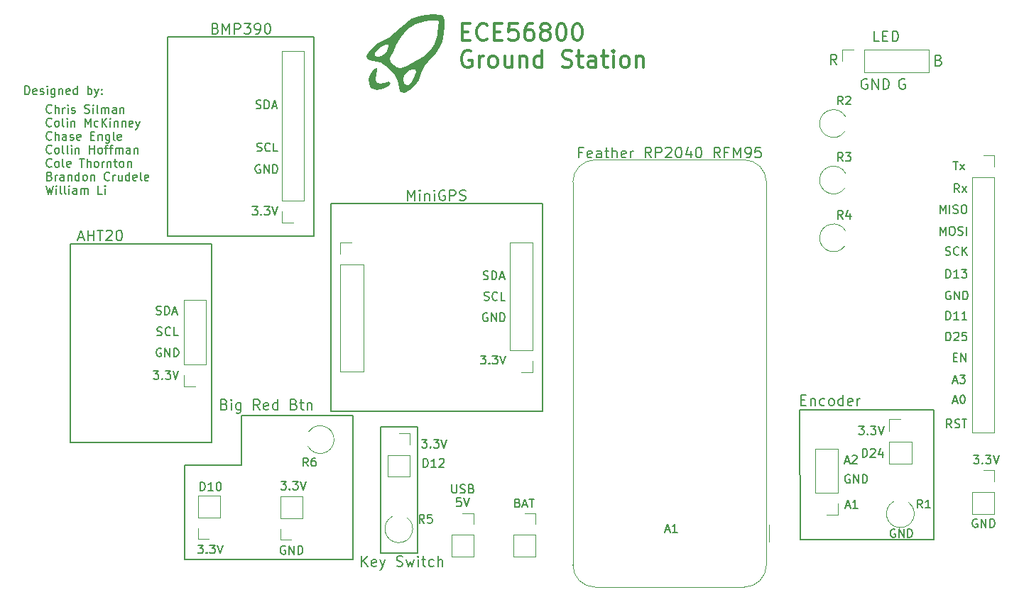
<source format=gbr>
%TF.GenerationSoftware,KiCad,Pcbnew,9.0.1*%
%TF.CreationDate,2025-04-11T18:30:47-04:00*%
%TF.ProjectId,ground_station,67726f75-6e64-45f7-9374-6174696f6e2e,rev?*%
%TF.SameCoordinates,Original*%
%TF.FileFunction,Legend,Top*%
%TF.FilePolarity,Positive*%
%FSLAX46Y46*%
G04 Gerber Fmt 4.6, Leading zero omitted, Abs format (unit mm)*
G04 Created by KiCad (PCBNEW 9.0.1) date 2025-04-11 18:30:47*
%MOMM*%
%LPD*%
G01*
G04 APERTURE LIST*
%ADD10C,0.150000*%
%ADD11C,0.200000*%
%ADD12C,0.300000*%
%ADD13C,0.120000*%
%ADD14C,0.000000*%
G04 APERTURE END LIST*
D10*
X174500000Y-117800000D02*
X174400000Y-102300000D01*
X101100000Y-110800000D02*
X101100000Y-120200000D01*
X124400000Y-119400000D02*
X128800000Y-119400000D01*
X107800000Y-108900000D02*
X101100000Y-108900000D01*
X99000000Y-81600000D02*
X99000000Y-59600000D01*
X102400000Y-106220000D02*
X87400000Y-106220000D01*
X101100000Y-120200000D02*
X121100000Y-120200000D01*
X128800000Y-119400000D02*
X128800000Y-104400000D01*
X143700000Y-77700000D02*
X143700000Y-83800000D01*
X118500000Y-77700000D02*
X143700000Y-77700000D01*
X114000000Y-57800000D02*
X99000000Y-57800000D01*
X107800000Y-103000000D02*
X107800000Y-108900000D01*
X143700000Y-102500000D02*
X118500000Y-102500000D01*
X121100000Y-120200000D02*
X121100000Y-103000000D01*
X104300000Y-106220000D02*
X104300000Y-100820000D01*
X87400000Y-106220000D02*
X87400000Y-82520000D01*
X116500000Y-81600000D02*
X99000000Y-81600000D01*
X121100000Y-103000000D02*
X107800000Y-103000000D01*
X102400000Y-106220000D02*
X104300000Y-106220000D01*
X118500000Y-102500000D02*
X118500000Y-88800000D01*
X124400000Y-104400000D02*
X124400000Y-119400000D01*
X116500000Y-78600000D02*
X116500000Y-81600000D01*
X116500000Y-78600000D02*
X116500000Y-57800000D01*
X87400000Y-82520000D02*
X104300000Y-82520000D01*
X174400000Y-102300000D02*
X190400000Y-102300000D01*
X143700000Y-83800000D02*
X143700000Y-102500000D01*
X99000000Y-57800000D02*
X99000000Y-59600000D01*
X118500000Y-77700000D02*
X118500000Y-88800000D01*
X128800000Y-104400000D02*
X124400000Y-104400000D01*
X104300000Y-82520000D02*
X104300000Y-98220000D01*
X104300000Y-98220000D02*
X104300000Y-100820000D01*
X190400000Y-117800000D02*
X174500000Y-117800000D01*
X116500000Y-57800000D02*
X114000000Y-57800000D01*
X101100000Y-108900000D02*
X101100000Y-110800000D01*
X190400000Y-102300000D02*
X190400000Y-117800000D01*
X192360588Y-88217438D02*
X192265350Y-88169819D01*
X192265350Y-88169819D02*
X192122493Y-88169819D01*
X192122493Y-88169819D02*
X191979636Y-88217438D01*
X191979636Y-88217438D02*
X191884398Y-88312676D01*
X191884398Y-88312676D02*
X191836779Y-88407914D01*
X191836779Y-88407914D02*
X191789160Y-88598390D01*
X191789160Y-88598390D02*
X191789160Y-88741247D01*
X191789160Y-88741247D02*
X191836779Y-88931723D01*
X191836779Y-88931723D02*
X191884398Y-89026961D01*
X191884398Y-89026961D02*
X191979636Y-89122200D01*
X191979636Y-89122200D02*
X192122493Y-89169819D01*
X192122493Y-89169819D02*
X192217731Y-89169819D01*
X192217731Y-89169819D02*
X192360588Y-89122200D01*
X192360588Y-89122200D02*
X192408207Y-89074580D01*
X192408207Y-89074580D02*
X192408207Y-88741247D01*
X192408207Y-88741247D02*
X192217731Y-88741247D01*
X192836779Y-89169819D02*
X192836779Y-88169819D01*
X192836779Y-88169819D02*
X193408207Y-89169819D01*
X193408207Y-89169819D02*
X193408207Y-88169819D01*
X193884398Y-89169819D02*
X193884398Y-88169819D01*
X193884398Y-88169819D02*
X194122493Y-88169819D01*
X194122493Y-88169819D02*
X194265350Y-88217438D01*
X194265350Y-88217438D02*
X194360588Y-88312676D01*
X194360588Y-88312676D02*
X194408207Y-88407914D01*
X194408207Y-88407914D02*
X194455826Y-88598390D01*
X194455826Y-88598390D02*
X194455826Y-88741247D01*
X194455826Y-88741247D02*
X194408207Y-88931723D01*
X194408207Y-88931723D02*
X194360588Y-89026961D01*
X194360588Y-89026961D02*
X194265350Y-89122200D01*
X194265350Y-89122200D02*
X194122493Y-89169819D01*
X194122493Y-89169819D02*
X193884398Y-89169819D01*
X185760588Y-116617438D02*
X185665350Y-116569819D01*
X185665350Y-116569819D02*
X185522493Y-116569819D01*
X185522493Y-116569819D02*
X185379636Y-116617438D01*
X185379636Y-116617438D02*
X185284398Y-116712676D01*
X185284398Y-116712676D02*
X185236779Y-116807914D01*
X185236779Y-116807914D02*
X185189160Y-116998390D01*
X185189160Y-116998390D02*
X185189160Y-117141247D01*
X185189160Y-117141247D02*
X185236779Y-117331723D01*
X185236779Y-117331723D02*
X185284398Y-117426961D01*
X185284398Y-117426961D02*
X185379636Y-117522200D01*
X185379636Y-117522200D02*
X185522493Y-117569819D01*
X185522493Y-117569819D02*
X185617731Y-117569819D01*
X185617731Y-117569819D02*
X185760588Y-117522200D01*
X185760588Y-117522200D02*
X185808207Y-117474580D01*
X185808207Y-117474580D02*
X185808207Y-117141247D01*
X185808207Y-117141247D02*
X185617731Y-117141247D01*
X186236779Y-117569819D02*
X186236779Y-116569819D01*
X186236779Y-116569819D02*
X186808207Y-117569819D01*
X186808207Y-117569819D02*
X186808207Y-116569819D01*
X187284398Y-117569819D02*
X187284398Y-116569819D01*
X187284398Y-116569819D02*
X187522493Y-116569819D01*
X187522493Y-116569819D02*
X187665350Y-116617438D01*
X187665350Y-116617438D02*
X187760588Y-116712676D01*
X187760588Y-116712676D02*
X187808207Y-116807914D01*
X187808207Y-116807914D02*
X187855826Y-116998390D01*
X187855826Y-116998390D02*
X187855826Y-117141247D01*
X187855826Y-117141247D02*
X187808207Y-117331723D01*
X187808207Y-117331723D02*
X187760588Y-117426961D01*
X187760588Y-117426961D02*
X187665350Y-117522200D01*
X187665350Y-117522200D02*
X187522493Y-117569819D01*
X187522493Y-117569819D02*
X187284398Y-117569819D01*
D11*
X178786904Y-61136623D02*
X178370238Y-60541385D01*
X178072619Y-61136623D02*
X178072619Y-59886623D01*
X178072619Y-59886623D02*
X178548809Y-59886623D01*
X178548809Y-59886623D02*
X178667857Y-59946147D01*
X178667857Y-59946147D02*
X178727380Y-60005671D01*
X178727380Y-60005671D02*
X178786904Y-60124719D01*
X178786904Y-60124719D02*
X178786904Y-60303290D01*
X178786904Y-60303290D02*
X178727380Y-60422338D01*
X178727380Y-60422338D02*
X178667857Y-60481861D01*
X178667857Y-60481861D02*
X178548809Y-60541385D01*
X178548809Y-60541385D02*
X178072619Y-60541385D01*
D10*
X102936779Y-111969819D02*
X102936779Y-110969819D01*
X102936779Y-110969819D02*
X103174874Y-110969819D01*
X103174874Y-110969819D02*
X103317731Y-111017438D01*
X103317731Y-111017438D02*
X103412969Y-111112676D01*
X103412969Y-111112676D02*
X103460588Y-111207914D01*
X103460588Y-111207914D02*
X103508207Y-111398390D01*
X103508207Y-111398390D02*
X103508207Y-111541247D01*
X103508207Y-111541247D02*
X103460588Y-111731723D01*
X103460588Y-111731723D02*
X103412969Y-111826961D01*
X103412969Y-111826961D02*
X103317731Y-111922200D01*
X103317731Y-111922200D02*
X103174874Y-111969819D01*
X103174874Y-111969819D02*
X102936779Y-111969819D01*
X104460588Y-111969819D02*
X103889160Y-111969819D01*
X104174874Y-111969819D02*
X104174874Y-110969819D01*
X104174874Y-110969819D02*
X104079636Y-111112676D01*
X104079636Y-111112676D02*
X103984398Y-111207914D01*
X103984398Y-111207914D02*
X103889160Y-111255533D01*
X105079636Y-110969819D02*
X105174874Y-110969819D01*
X105174874Y-110969819D02*
X105270112Y-111017438D01*
X105270112Y-111017438D02*
X105317731Y-111065057D01*
X105317731Y-111065057D02*
X105365350Y-111160295D01*
X105365350Y-111160295D02*
X105412969Y-111350771D01*
X105412969Y-111350771D02*
X105412969Y-111588866D01*
X105412969Y-111588866D02*
X105365350Y-111779342D01*
X105365350Y-111779342D02*
X105317731Y-111874580D01*
X105317731Y-111874580D02*
X105270112Y-111922200D01*
X105270112Y-111922200D02*
X105174874Y-111969819D01*
X105174874Y-111969819D02*
X105079636Y-111969819D01*
X105079636Y-111969819D02*
X104984398Y-111922200D01*
X104984398Y-111922200D02*
X104936779Y-111874580D01*
X104936779Y-111874580D02*
X104889160Y-111779342D01*
X104889160Y-111779342D02*
X104841541Y-111588866D01*
X104841541Y-111588866D02*
X104841541Y-111350771D01*
X104841541Y-111350771D02*
X104889160Y-111160295D01*
X104889160Y-111160295D02*
X104936779Y-111065057D01*
X104936779Y-111065057D02*
X104984398Y-111017438D01*
X104984398Y-111017438D02*
X105079636Y-110969819D01*
D11*
X174577381Y-101181861D02*
X174994047Y-101181861D01*
X175172619Y-101836623D02*
X174577381Y-101836623D01*
X174577381Y-101836623D02*
X174577381Y-100586623D01*
X174577381Y-100586623D02*
X175172619Y-100586623D01*
X175708333Y-101003290D02*
X175708333Y-101836623D01*
X175708333Y-101122338D02*
X175767856Y-101062814D01*
X175767856Y-101062814D02*
X175886904Y-101003290D01*
X175886904Y-101003290D02*
X176065475Y-101003290D01*
X176065475Y-101003290D02*
X176184523Y-101062814D01*
X176184523Y-101062814D02*
X176244047Y-101181861D01*
X176244047Y-101181861D02*
X176244047Y-101836623D01*
X177374999Y-101777100D02*
X177255951Y-101836623D01*
X177255951Y-101836623D02*
X177017856Y-101836623D01*
X177017856Y-101836623D02*
X176898808Y-101777100D01*
X176898808Y-101777100D02*
X176839285Y-101717576D01*
X176839285Y-101717576D02*
X176779761Y-101598528D01*
X176779761Y-101598528D02*
X176779761Y-101241385D01*
X176779761Y-101241385D02*
X176839285Y-101122338D01*
X176839285Y-101122338D02*
X176898808Y-101062814D01*
X176898808Y-101062814D02*
X177017856Y-101003290D01*
X177017856Y-101003290D02*
X177255951Y-101003290D01*
X177255951Y-101003290D02*
X177374999Y-101062814D01*
X178089285Y-101836623D02*
X177970237Y-101777100D01*
X177970237Y-101777100D02*
X177910714Y-101717576D01*
X177910714Y-101717576D02*
X177851190Y-101598528D01*
X177851190Y-101598528D02*
X177851190Y-101241385D01*
X177851190Y-101241385D02*
X177910714Y-101122338D01*
X177910714Y-101122338D02*
X177970237Y-101062814D01*
X177970237Y-101062814D02*
X178089285Y-101003290D01*
X178089285Y-101003290D02*
X178267856Y-101003290D01*
X178267856Y-101003290D02*
X178386904Y-101062814D01*
X178386904Y-101062814D02*
X178446428Y-101122338D01*
X178446428Y-101122338D02*
X178505952Y-101241385D01*
X178505952Y-101241385D02*
X178505952Y-101598528D01*
X178505952Y-101598528D02*
X178446428Y-101717576D01*
X178446428Y-101717576D02*
X178386904Y-101777100D01*
X178386904Y-101777100D02*
X178267856Y-101836623D01*
X178267856Y-101836623D02*
X178089285Y-101836623D01*
X179577380Y-101836623D02*
X179577380Y-100586623D01*
X179577380Y-101777100D02*
X179458332Y-101836623D01*
X179458332Y-101836623D02*
X179220237Y-101836623D01*
X179220237Y-101836623D02*
X179101189Y-101777100D01*
X179101189Y-101777100D02*
X179041666Y-101717576D01*
X179041666Y-101717576D02*
X178982142Y-101598528D01*
X178982142Y-101598528D02*
X178982142Y-101241385D01*
X178982142Y-101241385D02*
X179041666Y-101122338D01*
X179041666Y-101122338D02*
X179101189Y-101062814D01*
X179101189Y-101062814D02*
X179220237Y-101003290D01*
X179220237Y-101003290D02*
X179458332Y-101003290D01*
X179458332Y-101003290D02*
X179577380Y-101062814D01*
X180648808Y-101777100D02*
X180529760Y-101836623D01*
X180529760Y-101836623D02*
X180291665Y-101836623D01*
X180291665Y-101836623D02*
X180172618Y-101777100D01*
X180172618Y-101777100D02*
X180113094Y-101658052D01*
X180113094Y-101658052D02*
X180113094Y-101181861D01*
X180113094Y-101181861D02*
X180172618Y-101062814D01*
X180172618Y-101062814D02*
X180291665Y-101003290D01*
X180291665Y-101003290D02*
X180529760Y-101003290D01*
X180529760Y-101003290D02*
X180648808Y-101062814D01*
X180648808Y-101062814D02*
X180708332Y-101181861D01*
X180708332Y-101181861D02*
X180708332Y-101300909D01*
X180708332Y-101300909D02*
X180113094Y-101419957D01*
X181244047Y-101836623D02*
X181244047Y-101003290D01*
X181244047Y-101241385D02*
X181303570Y-101122338D01*
X181303570Y-101122338D02*
X181363094Y-101062814D01*
X181363094Y-101062814D02*
X181482142Y-101003290D01*
X181482142Y-101003290D02*
X181601189Y-101003290D01*
D10*
X192508207Y-104469819D02*
X192174874Y-103993628D01*
X191936779Y-104469819D02*
X191936779Y-103469819D01*
X191936779Y-103469819D02*
X192317731Y-103469819D01*
X192317731Y-103469819D02*
X192412969Y-103517438D01*
X192412969Y-103517438D02*
X192460588Y-103565057D01*
X192460588Y-103565057D02*
X192508207Y-103660295D01*
X192508207Y-103660295D02*
X192508207Y-103803152D01*
X192508207Y-103803152D02*
X192460588Y-103898390D01*
X192460588Y-103898390D02*
X192412969Y-103946009D01*
X192412969Y-103946009D02*
X192317731Y-103993628D01*
X192317731Y-103993628D02*
X191936779Y-103993628D01*
X192889160Y-104422200D02*
X193032017Y-104469819D01*
X193032017Y-104469819D02*
X193270112Y-104469819D01*
X193270112Y-104469819D02*
X193365350Y-104422200D01*
X193365350Y-104422200D02*
X193412969Y-104374580D01*
X193412969Y-104374580D02*
X193460588Y-104279342D01*
X193460588Y-104279342D02*
X193460588Y-104184104D01*
X193460588Y-104184104D02*
X193412969Y-104088866D01*
X193412969Y-104088866D02*
X193365350Y-104041247D01*
X193365350Y-104041247D02*
X193270112Y-103993628D01*
X193270112Y-103993628D02*
X193079636Y-103946009D01*
X193079636Y-103946009D02*
X192984398Y-103898390D01*
X192984398Y-103898390D02*
X192936779Y-103850771D01*
X192936779Y-103850771D02*
X192889160Y-103755533D01*
X192889160Y-103755533D02*
X192889160Y-103660295D01*
X192889160Y-103660295D02*
X192936779Y-103565057D01*
X192936779Y-103565057D02*
X192984398Y-103517438D01*
X192984398Y-103517438D02*
X193079636Y-103469819D01*
X193079636Y-103469819D02*
X193317731Y-103469819D01*
X193317731Y-103469819D02*
X193460588Y-103517438D01*
X193746303Y-103469819D02*
X194317731Y-103469819D01*
X194032017Y-104469819D02*
X194032017Y-103469819D01*
X113060588Y-118617438D02*
X112965350Y-118569819D01*
X112965350Y-118569819D02*
X112822493Y-118569819D01*
X112822493Y-118569819D02*
X112679636Y-118617438D01*
X112679636Y-118617438D02*
X112584398Y-118712676D01*
X112584398Y-118712676D02*
X112536779Y-118807914D01*
X112536779Y-118807914D02*
X112489160Y-118998390D01*
X112489160Y-118998390D02*
X112489160Y-119141247D01*
X112489160Y-119141247D02*
X112536779Y-119331723D01*
X112536779Y-119331723D02*
X112584398Y-119426961D01*
X112584398Y-119426961D02*
X112679636Y-119522200D01*
X112679636Y-119522200D02*
X112822493Y-119569819D01*
X112822493Y-119569819D02*
X112917731Y-119569819D01*
X112917731Y-119569819D02*
X113060588Y-119522200D01*
X113060588Y-119522200D02*
X113108207Y-119474580D01*
X113108207Y-119474580D02*
X113108207Y-119141247D01*
X113108207Y-119141247D02*
X112917731Y-119141247D01*
X113536779Y-119569819D02*
X113536779Y-118569819D01*
X113536779Y-118569819D02*
X114108207Y-119569819D01*
X114108207Y-119569819D02*
X114108207Y-118569819D01*
X114584398Y-119569819D02*
X114584398Y-118569819D01*
X114584398Y-118569819D02*
X114822493Y-118569819D01*
X114822493Y-118569819D02*
X114965350Y-118617438D01*
X114965350Y-118617438D02*
X115060588Y-118712676D01*
X115060588Y-118712676D02*
X115108207Y-118807914D01*
X115108207Y-118807914D02*
X115155826Y-118998390D01*
X115155826Y-118998390D02*
X115155826Y-119141247D01*
X115155826Y-119141247D02*
X115108207Y-119331723D01*
X115108207Y-119331723D02*
X115060588Y-119426961D01*
X115060588Y-119426961D02*
X114965350Y-119522200D01*
X114965350Y-119522200D02*
X114822493Y-119569819D01*
X114822493Y-119569819D02*
X114584398Y-119569819D01*
X191836779Y-94069819D02*
X191836779Y-93069819D01*
X191836779Y-93069819D02*
X192074874Y-93069819D01*
X192074874Y-93069819D02*
X192217731Y-93117438D01*
X192217731Y-93117438D02*
X192312969Y-93212676D01*
X192312969Y-93212676D02*
X192360588Y-93307914D01*
X192360588Y-93307914D02*
X192408207Y-93498390D01*
X192408207Y-93498390D02*
X192408207Y-93641247D01*
X192408207Y-93641247D02*
X192360588Y-93831723D01*
X192360588Y-93831723D02*
X192312969Y-93926961D01*
X192312969Y-93926961D02*
X192217731Y-94022200D01*
X192217731Y-94022200D02*
X192074874Y-94069819D01*
X192074874Y-94069819D02*
X191836779Y-94069819D01*
X192789160Y-93165057D02*
X192836779Y-93117438D01*
X192836779Y-93117438D02*
X192932017Y-93069819D01*
X192932017Y-93069819D02*
X193170112Y-93069819D01*
X193170112Y-93069819D02*
X193265350Y-93117438D01*
X193265350Y-93117438D02*
X193312969Y-93165057D01*
X193312969Y-93165057D02*
X193360588Y-93260295D01*
X193360588Y-93260295D02*
X193360588Y-93355533D01*
X193360588Y-93355533D02*
X193312969Y-93498390D01*
X193312969Y-93498390D02*
X192741541Y-94069819D01*
X192741541Y-94069819D02*
X193360588Y-94069819D01*
X194265350Y-93069819D02*
X193789160Y-93069819D01*
X193789160Y-93069819D02*
X193741541Y-93546009D01*
X193741541Y-93546009D02*
X193789160Y-93498390D01*
X193789160Y-93498390D02*
X193884398Y-93450771D01*
X193884398Y-93450771D02*
X194122493Y-93450771D01*
X194122493Y-93450771D02*
X194217731Y-93498390D01*
X194217731Y-93498390D02*
X194265350Y-93546009D01*
X194265350Y-93546009D02*
X194312969Y-93641247D01*
X194312969Y-93641247D02*
X194312969Y-93879342D01*
X194312969Y-93879342D02*
X194265350Y-93974580D01*
X194265350Y-93974580D02*
X194217731Y-94022200D01*
X194217731Y-94022200D02*
X194122493Y-94069819D01*
X194122493Y-94069819D02*
X193884398Y-94069819D01*
X193884398Y-94069819D02*
X193789160Y-94022200D01*
X193789160Y-94022200D02*
X193741541Y-93974580D01*
X109589160Y-66322200D02*
X109732017Y-66369819D01*
X109732017Y-66369819D02*
X109970112Y-66369819D01*
X109970112Y-66369819D02*
X110065350Y-66322200D01*
X110065350Y-66322200D02*
X110112969Y-66274580D01*
X110112969Y-66274580D02*
X110160588Y-66179342D01*
X110160588Y-66179342D02*
X110160588Y-66084104D01*
X110160588Y-66084104D02*
X110112969Y-65988866D01*
X110112969Y-65988866D02*
X110065350Y-65941247D01*
X110065350Y-65941247D02*
X109970112Y-65893628D01*
X109970112Y-65893628D02*
X109779636Y-65846009D01*
X109779636Y-65846009D02*
X109684398Y-65798390D01*
X109684398Y-65798390D02*
X109636779Y-65750771D01*
X109636779Y-65750771D02*
X109589160Y-65655533D01*
X109589160Y-65655533D02*
X109589160Y-65560295D01*
X109589160Y-65560295D02*
X109636779Y-65465057D01*
X109636779Y-65465057D02*
X109684398Y-65417438D01*
X109684398Y-65417438D02*
X109779636Y-65369819D01*
X109779636Y-65369819D02*
X110017731Y-65369819D01*
X110017731Y-65369819D02*
X110160588Y-65417438D01*
X110589160Y-66369819D02*
X110589160Y-65369819D01*
X110589160Y-65369819D02*
X110827255Y-65369819D01*
X110827255Y-65369819D02*
X110970112Y-65417438D01*
X110970112Y-65417438D02*
X111065350Y-65512676D01*
X111065350Y-65512676D02*
X111112969Y-65607914D01*
X111112969Y-65607914D02*
X111160588Y-65798390D01*
X111160588Y-65798390D02*
X111160588Y-65941247D01*
X111160588Y-65941247D02*
X111112969Y-66131723D01*
X111112969Y-66131723D02*
X111065350Y-66226961D01*
X111065350Y-66226961D02*
X110970112Y-66322200D01*
X110970112Y-66322200D02*
X110827255Y-66369819D01*
X110827255Y-66369819D02*
X110589160Y-66369819D01*
X111541541Y-66084104D02*
X112017731Y-66084104D01*
X111446303Y-66369819D02*
X111779636Y-65369819D01*
X111779636Y-65369819D02*
X112112969Y-66369819D01*
D11*
X104764286Y-56781861D02*
X104942858Y-56841385D01*
X104942858Y-56841385D02*
X105002381Y-56900909D01*
X105002381Y-56900909D02*
X105061905Y-57019957D01*
X105061905Y-57019957D02*
X105061905Y-57198528D01*
X105061905Y-57198528D02*
X105002381Y-57317576D01*
X105002381Y-57317576D02*
X104942858Y-57377100D01*
X104942858Y-57377100D02*
X104823810Y-57436623D01*
X104823810Y-57436623D02*
X104347620Y-57436623D01*
X104347620Y-57436623D02*
X104347620Y-56186623D01*
X104347620Y-56186623D02*
X104764286Y-56186623D01*
X104764286Y-56186623D02*
X104883334Y-56246147D01*
X104883334Y-56246147D02*
X104942858Y-56305671D01*
X104942858Y-56305671D02*
X105002381Y-56424719D01*
X105002381Y-56424719D02*
X105002381Y-56543766D01*
X105002381Y-56543766D02*
X104942858Y-56662814D01*
X104942858Y-56662814D02*
X104883334Y-56722338D01*
X104883334Y-56722338D02*
X104764286Y-56781861D01*
X104764286Y-56781861D02*
X104347620Y-56781861D01*
X105597620Y-57436623D02*
X105597620Y-56186623D01*
X105597620Y-56186623D02*
X106014286Y-57079480D01*
X106014286Y-57079480D02*
X106430953Y-56186623D01*
X106430953Y-56186623D02*
X106430953Y-57436623D01*
X107026191Y-57436623D02*
X107026191Y-56186623D01*
X107026191Y-56186623D02*
X107502381Y-56186623D01*
X107502381Y-56186623D02*
X107621429Y-56246147D01*
X107621429Y-56246147D02*
X107680952Y-56305671D01*
X107680952Y-56305671D02*
X107740476Y-56424719D01*
X107740476Y-56424719D02*
X107740476Y-56603290D01*
X107740476Y-56603290D02*
X107680952Y-56722338D01*
X107680952Y-56722338D02*
X107621429Y-56781861D01*
X107621429Y-56781861D02*
X107502381Y-56841385D01*
X107502381Y-56841385D02*
X107026191Y-56841385D01*
X108157143Y-56186623D02*
X108930952Y-56186623D01*
X108930952Y-56186623D02*
X108514286Y-56662814D01*
X108514286Y-56662814D02*
X108692857Y-56662814D01*
X108692857Y-56662814D02*
X108811905Y-56722338D01*
X108811905Y-56722338D02*
X108871429Y-56781861D01*
X108871429Y-56781861D02*
X108930952Y-56900909D01*
X108930952Y-56900909D02*
X108930952Y-57198528D01*
X108930952Y-57198528D02*
X108871429Y-57317576D01*
X108871429Y-57317576D02*
X108811905Y-57377100D01*
X108811905Y-57377100D02*
X108692857Y-57436623D01*
X108692857Y-57436623D02*
X108335714Y-57436623D01*
X108335714Y-57436623D02*
X108216667Y-57377100D01*
X108216667Y-57377100D02*
X108157143Y-57317576D01*
X109526190Y-57436623D02*
X109764286Y-57436623D01*
X109764286Y-57436623D02*
X109883333Y-57377100D01*
X109883333Y-57377100D02*
X109942857Y-57317576D01*
X109942857Y-57317576D02*
X110061905Y-57139004D01*
X110061905Y-57139004D02*
X110121428Y-56900909D01*
X110121428Y-56900909D02*
X110121428Y-56424719D01*
X110121428Y-56424719D02*
X110061905Y-56305671D01*
X110061905Y-56305671D02*
X110002381Y-56246147D01*
X110002381Y-56246147D02*
X109883333Y-56186623D01*
X109883333Y-56186623D02*
X109645238Y-56186623D01*
X109645238Y-56186623D02*
X109526190Y-56246147D01*
X109526190Y-56246147D02*
X109466667Y-56305671D01*
X109466667Y-56305671D02*
X109407143Y-56424719D01*
X109407143Y-56424719D02*
X109407143Y-56722338D01*
X109407143Y-56722338D02*
X109466667Y-56841385D01*
X109466667Y-56841385D02*
X109526190Y-56900909D01*
X109526190Y-56900909D02*
X109645238Y-56960433D01*
X109645238Y-56960433D02*
X109883333Y-56960433D01*
X109883333Y-56960433D02*
X110002381Y-56900909D01*
X110002381Y-56900909D02*
X110061905Y-56841385D01*
X110061905Y-56841385D02*
X110121428Y-56722338D01*
X110895238Y-56186623D02*
X111014285Y-56186623D01*
X111014285Y-56186623D02*
X111133333Y-56246147D01*
X111133333Y-56246147D02*
X111192857Y-56305671D01*
X111192857Y-56305671D02*
X111252381Y-56424719D01*
X111252381Y-56424719D02*
X111311904Y-56662814D01*
X111311904Y-56662814D02*
X111311904Y-56960433D01*
X111311904Y-56960433D02*
X111252381Y-57198528D01*
X111252381Y-57198528D02*
X111192857Y-57317576D01*
X111192857Y-57317576D02*
X111133333Y-57377100D01*
X111133333Y-57377100D02*
X111014285Y-57436623D01*
X111014285Y-57436623D02*
X110895238Y-57436623D01*
X110895238Y-57436623D02*
X110776190Y-57377100D01*
X110776190Y-57377100D02*
X110716666Y-57317576D01*
X110716666Y-57317576D02*
X110657143Y-57198528D01*
X110657143Y-57198528D02*
X110597619Y-56960433D01*
X110597619Y-56960433D02*
X110597619Y-56662814D01*
X110597619Y-56662814D02*
X110657143Y-56424719D01*
X110657143Y-56424719D02*
X110716666Y-56305671D01*
X110716666Y-56305671D02*
X110776190Y-56246147D01*
X110776190Y-56246147D02*
X110895238Y-56186623D01*
D10*
X191136779Y-78869819D02*
X191136779Y-77869819D01*
X191136779Y-77869819D02*
X191470112Y-78584104D01*
X191470112Y-78584104D02*
X191803445Y-77869819D01*
X191803445Y-77869819D02*
X191803445Y-78869819D01*
X192279636Y-78869819D02*
X192279636Y-77869819D01*
X192708207Y-78822200D02*
X192851064Y-78869819D01*
X192851064Y-78869819D02*
X193089159Y-78869819D01*
X193089159Y-78869819D02*
X193184397Y-78822200D01*
X193184397Y-78822200D02*
X193232016Y-78774580D01*
X193232016Y-78774580D02*
X193279635Y-78679342D01*
X193279635Y-78679342D02*
X193279635Y-78584104D01*
X193279635Y-78584104D02*
X193232016Y-78488866D01*
X193232016Y-78488866D02*
X193184397Y-78441247D01*
X193184397Y-78441247D02*
X193089159Y-78393628D01*
X193089159Y-78393628D02*
X192898683Y-78346009D01*
X192898683Y-78346009D02*
X192803445Y-78298390D01*
X192803445Y-78298390D02*
X192755826Y-78250771D01*
X192755826Y-78250771D02*
X192708207Y-78155533D01*
X192708207Y-78155533D02*
X192708207Y-78060295D01*
X192708207Y-78060295D02*
X192755826Y-77965057D01*
X192755826Y-77965057D02*
X192803445Y-77917438D01*
X192803445Y-77917438D02*
X192898683Y-77869819D01*
X192898683Y-77869819D02*
X193136778Y-77869819D01*
X193136778Y-77869819D02*
X193279635Y-77917438D01*
X193898683Y-77869819D02*
X194089159Y-77869819D01*
X194089159Y-77869819D02*
X194184397Y-77917438D01*
X194184397Y-77917438D02*
X194279635Y-78012676D01*
X194279635Y-78012676D02*
X194327254Y-78203152D01*
X194327254Y-78203152D02*
X194327254Y-78536485D01*
X194327254Y-78536485D02*
X194279635Y-78726961D01*
X194279635Y-78726961D02*
X194184397Y-78822200D01*
X194184397Y-78822200D02*
X194089159Y-78869819D01*
X194089159Y-78869819D02*
X193898683Y-78869819D01*
X193898683Y-78869819D02*
X193803445Y-78822200D01*
X193803445Y-78822200D02*
X193708207Y-78726961D01*
X193708207Y-78726961D02*
X193660588Y-78536485D01*
X193660588Y-78536485D02*
X193660588Y-78203152D01*
X193660588Y-78203152D02*
X193708207Y-78012676D01*
X193708207Y-78012676D02*
X193803445Y-77917438D01*
X193803445Y-77917438D02*
X193898683Y-77869819D01*
X129536779Y-109169819D02*
X129536779Y-108169819D01*
X129536779Y-108169819D02*
X129774874Y-108169819D01*
X129774874Y-108169819D02*
X129917731Y-108217438D01*
X129917731Y-108217438D02*
X130012969Y-108312676D01*
X130012969Y-108312676D02*
X130060588Y-108407914D01*
X130060588Y-108407914D02*
X130108207Y-108598390D01*
X130108207Y-108598390D02*
X130108207Y-108741247D01*
X130108207Y-108741247D02*
X130060588Y-108931723D01*
X130060588Y-108931723D02*
X130012969Y-109026961D01*
X130012969Y-109026961D02*
X129917731Y-109122200D01*
X129917731Y-109122200D02*
X129774874Y-109169819D01*
X129774874Y-109169819D02*
X129536779Y-109169819D01*
X131060588Y-109169819D02*
X130489160Y-109169819D01*
X130774874Y-109169819D02*
X130774874Y-108169819D01*
X130774874Y-108169819D02*
X130679636Y-108312676D01*
X130679636Y-108312676D02*
X130584398Y-108407914D01*
X130584398Y-108407914D02*
X130489160Y-108455533D01*
X131441541Y-108265057D02*
X131489160Y-108217438D01*
X131489160Y-108217438D02*
X131584398Y-108169819D01*
X131584398Y-108169819D02*
X131822493Y-108169819D01*
X131822493Y-108169819D02*
X131917731Y-108217438D01*
X131917731Y-108217438D02*
X131965350Y-108265057D01*
X131965350Y-108265057D02*
X132012969Y-108360295D01*
X132012969Y-108360295D02*
X132012969Y-108455533D01*
X132012969Y-108455533D02*
X131965350Y-108598390D01*
X131965350Y-108598390D02*
X131393922Y-109169819D01*
X131393922Y-109169819D02*
X132012969Y-109169819D01*
X132938095Y-111259875D02*
X132938095Y-112069398D01*
X132938095Y-112069398D02*
X132985714Y-112164636D01*
X132985714Y-112164636D02*
X133033333Y-112212256D01*
X133033333Y-112212256D02*
X133128571Y-112259875D01*
X133128571Y-112259875D02*
X133319047Y-112259875D01*
X133319047Y-112259875D02*
X133414285Y-112212256D01*
X133414285Y-112212256D02*
X133461904Y-112164636D01*
X133461904Y-112164636D02*
X133509523Y-112069398D01*
X133509523Y-112069398D02*
X133509523Y-111259875D01*
X133938095Y-112212256D02*
X134080952Y-112259875D01*
X134080952Y-112259875D02*
X134319047Y-112259875D01*
X134319047Y-112259875D02*
X134414285Y-112212256D01*
X134414285Y-112212256D02*
X134461904Y-112164636D01*
X134461904Y-112164636D02*
X134509523Y-112069398D01*
X134509523Y-112069398D02*
X134509523Y-111974160D01*
X134509523Y-111974160D02*
X134461904Y-111878922D01*
X134461904Y-111878922D02*
X134414285Y-111831303D01*
X134414285Y-111831303D02*
X134319047Y-111783684D01*
X134319047Y-111783684D02*
X134128571Y-111736065D01*
X134128571Y-111736065D02*
X134033333Y-111688446D01*
X134033333Y-111688446D02*
X133985714Y-111640827D01*
X133985714Y-111640827D02*
X133938095Y-111545589D01*
X133938095Y-111545589D02*
X133938095Y-111450351D01*
X133938095Y-111450351D02*
X133985714Y-111355113D01*
X133985714Y-111355113D02*
X134033333Y-111307494D01*
X134033333Y-111307494D02*
X134128571Y-111259875D01*
X134128571Y-111259875D02*
X134366666Y-111259875D01*
X134366666Y-111259875D02*
X134509523Y-111307494D01*
X135271428Y-111736065D02*
X135414285Y-111783684D01*
X135414285Y-111783684D02*
X135461904Y-111831303D01*
X135461904Y-111831303D02*
X135509523Y-111926541D01*
X135509523Y-111926541D02*
X135509523Y-112069398D01*
X135509523Y-112069398D02*
X135461904Y-112164636D01*
X135461904Y-112164636D02*
X135414285Y-112212256D01*
X135414285Y-112212256D02*
X135319047Y-112259875D01*
X135319047Y-112259875D02*
X134938095Y-112259875D01*
X134938095Y-112259875D02*
X134938095Y-111259875D01*
X134938095Y-111259875D02*
X135271428Y-111259875D01*
X135271428Y-111259875D02*
X135366666Y-111307494D01*
X135366666Y-111307494D02*
X135414285Y-111355113D01*
X135414285Y-111355113D02*
X135461904Y-111450351D01*
X135461904Y-111450351D02*
X135461904Y-111545589D01*
X135461904Y-111545589D02*
X135414285Y-111640827D01*
X135414285Y-111640827D02*
X135366666Y-111688446D01*
X135366666Y-111688446D02*
X135271428Y-111736065D01*
X135271428Y-111736065D02*
X134938095Y-111736065D01*
X134009523Y-112869819D02*
X133533333Y-112869819D01*
X133533333Y-112869819D02*
X133485714Y-113346009D01*
X133485714Y-113346009D02*
X133533333Y-113298390D01*
X133533333Y-113298390D02*
X133628571Y-113250771D01*
X133628571Y-113250771D02*
X133866666Y-113250771D01*
X133866666Y-113250771D02*
X133961904Y-113298390D01*
X133961904Y-113298390D02*
X134009523Y-113346009D01*
X134009523Y-113346009D02*
X134057142Y-113441247D01*
X134057142Y-113441247D02*
X134057142Y-113679342D01*
X134057142Y-113679342D02*
X134009523Y-113774580D01*
X134009523Y-113774580D02*
X133961904Y-113822200D01*
X133961904Y-113822200D02*
X133866666Y-113869819D01*
X133866666Y-113869819D02*
X133628571Y-113869819D01*
X133628571Y-113869819D02*
X133533333Y-113822200D01*
X133533333Y-113822200D02*
X133485714Y-113774580D01*
X134342857Y-112869819D02*
X134676190Y-113869819D01*
X134676190Y-113869819D02*
X135009523Y-112869819D01*
X181885714Y-107969819D02*
X181885714Y-106969819D01*
X181885714Y-106969819D02*
X182123809Y-106969819D01*
X182123809Y-106969819D02*
X182266666Y-107017438D01*
X182266666Y-107017438D02*
X182361904Y-107112676D01*
X182361904Y-107112676D02*
X182409523Y-107207914D01*
X182409523Y-107207914D02*
X182457142Y-107398390D01*
X182457142Y-107398390D02*
X182457142Y-107541247D01*
X182457142Y-107541247D02*
X182409523Y-107731723D01*
X182409523Y-107731723D02*
X182361904Y-107826961D01*
X182361904Y-107826961D02*
X182266666Y-107922200D01*
X182266666Y-107922200D02*
X182123809Y-107969819D01*
X182123809Y-107969819D02*
X181885714Y-107969819D01*
X182838095Y-107065057D02*
X182885714Y-107017438D01*
X182885714Y-107017438D02*
X182980952Y-106969819D01*
X182980952Y-106969819D02*
X183219047Y-106969819D01*
X183219047Y-106969819D02*
X183314285Y-107017438D01*
X183314285Y-107017438D02*
X183361904Y-107065057D01*
X183361904Y-107065057D02*
X183409523Y-107160295D01*
X183409523Y-107160295D02*
X183409523Y-107255533D01*
X183409523Y-107255533D02*
X183361904Y-107398390D01*
X183361904Y-107398390D02*
X182790476Y-107969819D01*
X182790476Y-107969819D02*
X183409523Y-107969819D01*
X184266666Y-107303152D02*
X184266666Y-107969819D01*
X184028571Y-106922200D02*
X183790476Y-107636485D01*
X183790476Y-107636485D02*
X184409523Y-107636485D01*
X195560588Y-115417438D02*
X195465350Y-115369819D01*
X195465350Y-115369819D02*
X195322493Y-115369819D01*
X195322493Y-115369819D02*
X195179636Y-115417438D01*
X195179636Y-115417438D02*
X195084398Y-115512676D01*
X195084398Y-115512676D02*
X195036779Y-115607914D01*
X195036779Y-115607914D02*
X194989160Y-115798390D01*
X194989160Y-115798390D02*
X194989160Y-115941247D01*
X194989160Y-115941247D02*
X195036779Y-116131723D01*
X195036779Y-116131723D02*
X195084398Y-116226961D01*
X195084398Y-116226961D02*
X195179636Y-116322200D01*
X195179636Y-116322200D02*
X195322493Y-116369819D01*
X195322493Y-116369819D02*
X195417731Y-116369819D01*
X195417731Y-116369819D02*
X195560588Y-116322200D01*
X195560588Y-116322200D02*
X195608207Y-116274580D01*
X195608207Y-116274580D02*
X195608207Y-115941247D01*
X195608207Y-115941247D02*
X195417731Y-115941247D01*
X196036779Y-116369819D02*
X196036779Y-115369819D01*
X196036779Y-115369819D02*
X196608207Y-116369819D01*
X196608207Y-116369819D02*
X196608207Y-115369819D01*
X197084398Y-116369819D02*
X197084398Y-115369819D01*
X197084398Y-115369819D02*
X197322493Y-115369819D01*
X197322493Y-115369819D02*
X197465350Y-115417438D01*
X197465350Y-115417438D02*
X197560588Y-115512676D01*
X197560588Y-115512676D02*
X197608207Y-115607914D01*
X197608207Y-115607914D02*
X197655826Y-115798390D01*
X197655826Y-115798390D02*
X197655826Y-115941247D01*
X197655826Y-115941247D02*
X197608207Y-116131723D01*
X197608207Y-116131723D02*
X197560588Y-116226961D01*
X197560588Y-116226961D02*
X197465350Y-116322200D01*
X197465350Y-116322200D02*
X197322493Y-116369819D01*
X197322493Y-116369819D02*
X197084398Y-116369819D01*
D12*
X134173558Y-57172131D02*
X134840225Y-57172131D01*
X135125939Y-58219750D02*
X134173558Y-58219750D01*
X134173558Y-58219750D02*
X134173558Y-56219750D01*
X134173558Y-56219750D02*
X135125939Y-56219750D01*
X137125939Y-58029273D02*
X137030701Y-58124512D01*
X137030701Y-58124512D02*
X136744987Y-58219750D01*
X136744987Y-58219750D02*
X136554511Y-58219750D01*
X136554511Y-58219750D02*
X136268796Y-58124512D01*
X136268796Y-58124512D02*
X136078320Y-57934035D01*
X136078320Y-57934035D02*
X135983082Y-57743559D01*
X135983082Y-57743559D02*
X135887844Y-57362607D01*
X135887844Y-57362607D02*
X135887844Y-57076892D01*
X135887844Y-57076892D02*
X135983082Y-56695940D01*
X135983082Y-56695940D02*
X136078320Y-56505464D01*
X136078320Y-56505464D02*
X136268796Y-56314988D01*
X136268796Y-56314988D02*
X136554511Y-56219750D01*
X136554511Y-56219750D02*
X136744987Y-56219750D01*
X136744987Y-56219750D02*
X137030701Y-56314988D01*
X137030701Y-56314988D02*
X137125939Y-56410226D01*
X137983082Y-57172131D02*
X138649749Y-57172131D01*
X138935463Y-58219750D02*
X137983082Y-58219750D01*
X137983082Y-58219750D02*
X137983082Y-56219750D01*
X137983082Y-56219750D02*
X138935463Y-56219750D01*
X140744987Y-56219750D02*
X139792606Y-56219750D01*
X139792606Y-56219750D02*
X139697368Y-57172131D01*
X139697368Y-57172131D02*
X139792606Y-57076892D01*
X139792606Y-57076892D02*
X139983082Y-56981654D01*
X139983082Y-56981654D02*
X140459273Y-56981654D01*
X140459273Y-56981654D02*
X140649749Y-57076892D01*
X140649749Y-57076892D02*
X140744987Y-57172131D01*
X140744987Y-57172131D02*
X140840225Y-57362607D01*
X140840225Y-57362607D02*
X140840225Y-57838797D01*
X140840225Y-57838797D02*
X140744987Y-58029273D01*
X140744987Y-58029273D02*
X140649749Y-58124512D01*
X140649749Y-58124512D02*
X140459273Y-58219750D01*
X140459273Y-58219750D02*
X139983082Y-58219750D01*
X139983082Y-58219750D02*
X139792606Y-58124512D01*
X139792606Y-58124512D02*
X139697368Y-58029273D01*
X142554511Y-56219750D02*
X142173558Y-56219750D01*
X142173558Y-56219750D02*
X141983082Y-56314988D01*
X141983082Y-56314988D02*
X141887844Y-56410226D01*
X141887844Y-56410226D02*
X141697368Y-56695940D01*
X141697368Y-56695940D02*
X141602130Y-57076892D01*
X141602130Y-57076892D02*
X141602130Y-57838797D01*
X141602130Y-57838797D02*
X141697368Y-58029273D01*
X141697368Y-58029273D02*
X141792606Y-58124512D01*
X141792606Y-58124512D02*
X141983082Y-58219750D01*
X141983082Y-58219750D02*
X142364035Y-58219750D01*
X142364035Y-58219750D02*
X142554511Y-58124512D01*
X142554511Y-58124512D02*
X142649749Y-58029273D01*
X142649749Y-58029273D02*
X142744987Y-57838797D01*
X142744987Y-57838797D02*
X142744987Y-57362607D01*
X142744987Y-57362607D02*
X142649749Y-57172131D01*
X142649749Y-57172131D02*
X142554511Y-57076892D01*
X142554511Y-57076892D02*
X142364035Y-56981654D01*
X142364035Y-56981654D02*
X141983082Y-56981654D01*
X141983082Y-56981654D02*
X141792606Y-57076892D01*
X141792606Y-57076892D02*
X141697368Y-57172131D01*
X141697368Y-57172131D02*
X141602130Y-57362607D01*
X143887844Y-57076892D02*
X143697368Y-56981654D01*
X143697368Y-56981654D02*
X143602130Y-56886416D01*
X143602130Y-56886416D02*
X143506892Y-56695940D01*
X143506892Y-56695940D02*
X143506892Y-56600702D01*
X143506892Y-56600702D02*
X143602130Y-56410226D01*
X143602130Y-56410226D02*
X143697368Y-56314988D01*
X143697368Y-56314988D02*
X143887844Y-56219750D01*
X143887844Y-56219750D02*
X144268797Y-56219750D01*
X144268797Y-56219750D02*
X144459273Y-56314988D01*
X144459273Y-56314988D02*
X144554511Y-56410226D01*
X144554511Y-56410226D02*
X144649749Y-56600702D01*
X144649749Y-56600702D02*
X144649749Y-56695940D01*
X144649749Y-56695940D02*
X144554511Y-56886416D01*
X144554511Y-56886416D02*
X144459273Y-56981654D01*
X144459273Y-56981654D02*
X144268797Y-57076892D01*
X144268797Y-57076892D02*
X143887844Y-57076892D01*
X143887844Y-57076892D02*
X143697368Y-57172131D01*
X143697368Y-57172131D02*
X143602130Y-57267369D01*
X143602130Y-57267369D02*
X143506892Y-57457845D01*
X143506892Y-57457845D02*
X143506892Y-57838797D01*
X143506892Y-57838797D02*
X143602130Y-58029273D01*
X143602130Y-58029273D02*
X143697368Y-58124512D01*
X143697368Y-58124512D02*
X143887844Y-58219750D01*
X143887844Y-58219750D02*
X144268797Y-58219750D01*
X144268797Y-58219750D02*
X144459273Y-58124512D01*
X144459273Y-58124512D02*
X144554511Y-58029273D01*
X144554511Y-58029273D02*
X144649749Y-57838797D01*
X144649749Y-57838797D02*
X144649749Y-57457845D01*
X144649749Y-57457845D02*
X144554511Y-57267369D01*
X144554511Y-57267369D02*
X144459273Y-57172131D01*
X144459273Y-57172131D02*
X144268797Y-57076892D01*
X145887844Y-56219750D02*
X146078321Y-56219750D01*
X146078321Y-56219750D02*
X146268797Y-56314988D01*
X146268797Y-56314988D02*
X146364035Y-56410226D01*
X146364035Y-56410226D02*
X146459273Y-56600702D01*
X146459273Y-56600702D02*
X146554511Y-56981654D01*
X146554511Y-56981654D02*
X146554511Y-57457845D01*
X146554511Y-57457845D02*
X146459273Y-57838797D01*
X146459273Y-57838797D02*
X146364035Y-58029273D01*
X146364035Y-58029273D02*
X146268797Y-58124512D01*
X146268797Y-58124512D02*
X146078321Y-58219750D01*
X146078321Y-58219750D02*
X145887844Y-58219750D01*
X145887844Y-58219750D02*
X145697368Y-58124512D01*
X145697368Y-58124512D02*
X145602130Y-58029273D01*
X145602130Y-58029273D02*
X145506892Y-57838797D01*
X145506892Y-57838797D02*
X145411654Y-57457845D01*
X145411654Y-57457845D02*
X145411654Y-56981654D01*
X145411654Y-56981654D02*
X145506892Y-56600702D01*
X145506892Y-56600702D02*
X145602130Y-56410226D01*
X145602130Y-56410226D02*
X145697368Y-56314988D01*
X145697368Y-56314988D02*
X145887844Y-56219750D01*
X147792606Y-56219750D02*
X147983083Y-56219750D01*
X147983083Y-56219750D02*
X148173559Y-56314988D01*
X148173559Y-56314988D02*
X148268797Y-56410226D01*
X148268797Y-56410226D02*
X148364035Y-56600702D01*
X148364035Y-56600702D02*
X148459273Y-56981654D01*
X148459273Y-56981654D02*
X148459273Y-57457845D01*
X148459273Y-57457845D02*
X148364035Y-57838797D01*
X148364035Y-57838797D02*
X148268797Y-58029273D01*
X148268797Y-58029273D02*
X148173559Y-58124512D01*
X148173559Y-58124512D02*
X147983083Y-58219750D01*
X147983083Y-58219750D02*
X147792606Y-58219750D01*
X147792606Y-58219750D02*
X147602130Y-58124512D01*
X147602130Y-58124512D02*
X147506892Y-58029273D01*
X147506892Y-58029273D02*
X147411654Y-57838797D01*
X147411654Y-57838797D02*
X147316416Y-57457845D01*
X147316416Y-57457845D02*
X147316416Y-56981654D01*
X147316416Y-56981654D02*
X147411654Y-56600702D01*
X147411654Y-56600702D02*
X147506892Y-56410226D01*
X147506892Y-56410226D02*
X147602130Y-56314988D01*
X147602130Y-56314988D02*
X147792606Y-56219750D01*
X135221177Y-59534876D02*
X135030701Y-59439638D01*
X135030701Y-59439638D02*
X134744987Y-59439638D01*
X134744987Y-59439638D02*
X134459272Y-59534876D01*
X134459272Y-59534876D02*
X134268796Y-59725352D01*
X134268796Y-59725352D02*
X134173558Y-59915828D01*
X134173558Y-59915828D02*
X134078320Y-60296780D01*
X134078320Y-60296780D02*
X134078320Y-60582495D01*
X134078320Y-60582495D02*
X134173558Y-60963447D01*
X134173558Y-60963447D02*
X134268796Y-61153923D01*
X134268796Y-61153923D02*
X134459272Y-61344400D01*
X134459272Y-61344400D02*
X134744987Y-61439638D01*
X134744987Y-61439638D02*
X134935463Y-61439638D01*
X134935463Y-61439638D02*
X135221177Y-61344400D01*
X135221177Y-61344400D02*
X135316415Y-61249161D01*
X135316415Y-61249161D02*
X135316415Y-60582495D01*
X135316415Y-60582495D02*
X134935463Y-60582495D01*
X136173558Y-61439638D02*
X136173558Y-60106304D01*
X136173558Y-60487257D02*
X136268796Y-60296780D01*
X136268796Y-60296780D02*
X136364034Y-60201542D01*
X136364034Y-60201542D02*
X136554510Y-60106304D01*
X136554510Y-60106304D02*
X136744987Y-60106304D01*
X137697367Y-61439638D02*
X137506891Y-61344400D01*
X137506891Y-61344400D02*
X137411653Y-61249161D01*
X137411653Y-61249161D02*
X137316415Y-61058685D01*
X137316415Y-61058685D02*
X137316415Y-60487257D01*
X137316415Y-60487257D02*
X137411653Y-60296780D01*
X137411653Y-60296780D02*
X137506891Y-60201542D01*
X137506891Y-60201542D02*
X137697367Y-60106304D01*
X137697367Y-60106304D02*
X137983082Y-60106304D01*
X137983082Y-60106304D02*
X138173558Y-60201542D01*
X138173558Y-60201542D02*
X138268796Y-60296780D01*
X138268796Y-60296780D02*
X138364034Y-60487257D01*
X138364034Y-60487257D02*
X138364034Y-61058685D01*
X138364034Y-61058685D02*
X138268796Y-61249161D01*
X138268796Y-61249161D02*
X138173558Y-61344400D01*
X138173558Y-61344400D02*
X137983082Y-61439638D01*
X137983082Y-61439638D02*
X137697367Y-61439638D01*
X140078320Y-60106304D02*
X140078320Y-61439638D01*
X139221177Y-60106304D02*
X139221177Y-61153923D01*
X139221177Y-61153923D02*
X139316415Y-61344400D01*
X139316415Y-61344400D02*
X139506891Y-61439638D01*
X139506891Y-61439638D02*
X139792606Y-61439638D01*
X139792606Y-61439638D02*
X139983082Y-61344400D01*
X139983082Y-61344400D02*
X140078320Y-61249161D01*
X141030701Y-60106304D02*
X141030701Y-61439638D01*
X141030701Y-60296780D02*
X141125939Y-60201542D01*
X141125939Y-60201542D02*
X141316415Y-60106304D01*
X141316415Y-60106304D02*
X141602130Y-60106304D01*
X141602130Y-60106304D02*
X141792606Y-60201542D01*
X141792606Y-60201542D02*
X141887844Y-60392019D01*
X141887844Y-60392019D02*
X141887844Y-61439638D01*
X143697368Y-61439638D02*
X143697368Y-59439638D01*
X143697368Y-61344400D02*
X143506892Y-61439638D01*
X143506892Y-61439638D02*
X143125939Y-61439638D01*
X143125939Y-61439638D02*
X142935463Y-61344400D01*
X142935463Y-61344400D02*
X142840225Y-61249161D01*
X142840225Y-61249161D02*
X142744987Y-61058685D01*
X142744987Y-61058685D02*
X142744987Y-60487257D01*
X142744987Y-60487257D02*
X142840225Y-60296780D01*
X142840225Y-60296780D02*
X142935463Y-60201542D01*
X142935463Y-60201542D02*
X143125939Y-60106304D01*
X143125939Y-60106304D02*
X143506892Y-60106304D01*
X143506892Y-60106304D02*
X143697368Y-60201542D01*
X146078321Y-61344400D02*
X146364035Y-61439638D01*
X146364035Y-61439638D02*
X146840226Y-61439638D01*
X146840226Y-61439638D02*
X147030702Y-61344400D01*
X147030702Y-61344400D02*
X147125940Y-61249161D01*
X147125940Y-61249161D02*
X147221178Y-61058685D01*
X147221178Y-61058685D02*
X147221178Y-60868209D01*
X147221178Y-60868209D02*
X147125940Y-60677733D01*
X147125940Y-60677733D02*
X147030702Y-60582495D01*
X147030702Y-60582495D02*
X146840226Y-60487257D01*
X146840226Y-60487257D02*
X146459273Y-60392019D01*
X146459273Y-60392019D02*
X146268797Y-60296780D01*
X146268797Y-60296780D02*
X146173559Y-60201542D01*
X146173559Y-60201542D02*
X146078321Y-60011066D01*
X146078321Y-60011066D02*
X146078321Y-59820590D01*
X146078321Y-59820590D02*
X146173559Y-59630114D01*
X146173559Y-59630114D02*
X146268797Y-59534876D01*
X146268797Y-59534876D02*
X146459273Y-59439638D01*
X146459273Y-59439638D02*
X146935464Y-59439638D01*
X146935464Y-59439638D02*
X147221178Y-59534876D01*
X147792607Y-60106304D02*
X148554511Y-60106304D01*
X148078321Y-59439638D02*
X148078321Y-61153923D01*
X148078321Y-61153923D02*
X148173559Y-61344400D01*
X148173559Y-61344400D02*
X148364035Y-61439638D01*
X148364035Y-61439638D02*
X148554511Y-61439638D01*
X150078321Y-61439638D02*
X150078321Y-60392019D01*
X150078321Y-60392019D02*
X149983083Y-60201542D01*
X149983083Y-60201542D02*
X149792607Y-60106304D01*
X149792607Y-60106304D02*
X149411654Y-60106304D01*
X149411654Y-60106304D02*
X149221178Y-60201542D01*
X150078321Y-61344400D02*
X149887845Y-61439638D01*
X149887845Y-61439638D02*
X149411654Y-61439638D01*
X149411654Y-61439638D02*
X149221178Y-61344400D01*
X149221178Y-61344400D02*
X149125940Y-61153923D01*
X149125940Y-61153923D02*
X149125940Y-60963447D01*
X149125940Y-60963447D02*
X149221178Y-60772971D01*
X149221178Y-60772971D02*
X149411654Y-60677733D01*
X149411654Y-60677733D02*
X149887845Y-60677733D01*
X149887845Y-60677733D02*
X150078321Y-60582495D01*
X150744988Y-60106304D02*
X151506892Y-60106304D01*
X151030702Y-59439638D02*
X151030702Y-61153923D01*
X151030702Y-61153923D02*
X151125940Y-61344400D01*
X151125940Y-61344400D02*
X151316416Y-61439638D01*
X151316416Y-61439638D02*
X151506892Y-61439638D01*
X152173559Y-61439638D02*
X152173559Y-60106304D01*
X152173559Y-59439638D02*
X152078321Y-59534876D01*
X152078321Y-59534876D02*
X152173559Y-59630114D01*
X152173559Y-59630114D02*
X152268797Y-59534876D01*
X152268797Y-59534876D02*
X152173559Y-59439638D01*
X152173559Y-59439638D02*
X152173559Y-59630114D01*
X153411654Y-61439638D02*
X153221178Y-61344400D01*
X153221178Y-61344400D02*
X153125940Y-61249161D01*
X153125940Y-61249161D02*
X153030702Y-61058685D01*
X153030702Y-61058685D02*
X153030702Y-60487257D01*
X153030702Y-60487257D02*
X153125940Y-60296780D01*
X153125940Y-60296780D02*
X153221178Y-60201542D01*
X153221178Y-60201542D02*
X153411654Y-60106304D01*
X153411654Y-60106304D02*
X153697369Y-60106304D01*
X153697369Y-60106304D02*
X153887845Y-60201542D01*
X153887845Y-60201542D02*
X153983083Y-60296780D01*
X153983083Y-60296780D02*
X154078321Y-60487257D01*
X154078321Y-60487257D02*
X154078321Y-61058685D01*
X154078321Y-61058685D02*
X153983083Y-61249161D01*
X153983083Y-61249161D02*
X153887845Y-61344400D01*
X153887845Y-61344400D02*
X153697369Y-61439638D01*
X153697369Y-61439638D02*
X153411654Y-61439638D01*
X154935464Y-60106304D02*
X154935464Y-61439638D01*
X154935464Y-60296780D02*
X155030702Y-60201542D01*
X155030702Y-60201542D02*
X155221178Y-60106304D01*
X155221178Y-60106304D02*
X155506893Y-60106304D01*
X155506893Y-60106304D02*
X155697369Y-60201542D01*
X155697369Y-60201542D02*
X155792607Y-60392019D01*
X155792607Y-60392019D02*
X155792607Y-61439638D01*
D11*
X148483333Y-71581861D02*
X148066667Y-71581861D01*
X148066667Y-72236623D02*
X148066667Y-70986623D01*
X148066667Y-70986623D02*
X148661905Y-70986623D01*
X149614286Y-72177100D02*
X149495238Y-72236623D01*
X149495238Y-72236623D02*
X149257143Y-72236623D01*
X149257143Y-72236623D02*
X149138096Y-72177100D01*
X149138096Y-72177100D02*
X149078572Y-72058052D01*
X149078572Y-72058052D02*
X149078572Y-71581861D01*
X149078572Y-71581861D02*
X149138096Y-71462814D01*
X149138096Y-71462814D02*
X149257143Y-71403290D01*
X149257143Y-71403290D02*
X149495238Y-71403290D01*
X149495238Y-71403290D02*
X149614286Y-71462814D01*
X149614286Y-71462814D02*
X149673810Y-71581861D01*
X149673810Y-71581861D02*
X149673810Y-71700909D01*
X149673810Y-71700909D02*
X149078572Y-71819957D01*
X150745239Y-72236623D02*
X150745239Y-71581861D01*
X150745239Y-71581861D02*
X150685715Y-71462814D01*
X150685715Y-71462814D02*
X150566667Y-71403290D01*
X150566667Y-71403290D02*
X150328572Y-71403290D01*
X150328572Y-71403290D02*
X150209525Y-71462814D01*
X150745239Y-72177100D02*
X150626191Y-72236623D01*
X150626191Y-72236623D02*
X150328572Y-72236623D01*
X150328572Y-72236623D02*
X150209525Y-72177100D01*
X150209525Y-72177100D02*
X150150001Y-72058052D01*
X150150001Y-72058052D02*
X150150001Y-71939004D01*
X150150001Y-71939004D02*
X150209525Y-71819957D01*
X150209525Y-71819957D02*
X150328572Y-71760433D01*
X150328572Y-71760433D02*
X150626191Y-71760433D01*
X150626191Y-71760433D02*
X150745239Y-71700909D01*
X151161905Y-71403290D02*
X151638096Y-71403290D01*
X151340477Y-70986623D02*
X151340477Y-72058052D01*
X151340477Y-72058052D02*
X151400000Y-72177100D01*
X151400000Y-72177100D02*
X151519048Y-72236623D01*
X151519048Y-72236623D02*
X151638096Y-72236623D01*
X152054763Y-72236623D02*
X152054763Y-70986623D01*
X152590477Y-72236623D02*
X152590477Y-71581861D01*
X152590477Y-71581861D02*
X152530953Y-71462814D01*
X152530953Y-71462814D02*
X152411905Y-71403290D01*
X152411905Y-71403290D02*
X152233334Y-71403290D01*
X152233334Y-71403290D02*
X152114286Y-71462814D01*
X152114286Y-71462814D02*
X152054763Y-71522338D01*
X153661905Y-72177100D02*
X153542857Y-72236623D01*
X153542857Y-72236623D02*
X153304762Y-72236623D01*
X153304762Y-72236623D02*
X153185715Y-72177100D01*
X153185715Y-72177100D02*
X153126191Y-72058052D01*
X153126191Y-72058052D02*
X153126191Y-71581861D01*
X153126191Y-71581861D02*
X153185715Y-71462814D01*
X153185715Y-71462814D02*
X153304762Y-71403290D01*
X153304762Y-71403290D02*
X153542857Y-71403290D01*
X153542857Y-71403290D02*
X153661905Y-71462814D01*
X153661905Y-71462814D02*
X153721429Y-71581861D01*
X153721429Y-71581861D02*
X153721429Y-71700909D01*
X153721429Y-71700909D02*
X153126191Y-71819957D01*
X154257144Y-72236623D02*
X154257144Y-71403290D01*
X154257144Y-71641385D02*
X154316667Y-71522338D01*
X154316667Y-71522338D02*
X154376191Y-71462814D01*
X154376191Y-71462814D02*
X154495239Y-71403290D01*
X154495239Y-71403290D02*
X154614286Y-71403290D01*
X156697620Y-72236623D02*
X156280954Y-71641385D01*
X155983335Y-72236623D02*
X155983335Y-70986623D01*
X155983335Y-70986623D02*
X156459525Y-70986623D01*
X156459525Y-70986623D02*
X156578573Y-71046147D01*
X156578573Y-71046147D02*
X156638096Y-71105671D01*
X156638096Y-71105671D02*
X156697620Y-71224719D01*
X156697620Y-71224719D02*
X156697620Y-71403290D01*
X156697620Y-71403290D02*
X156638096Y-71522338D01*
X156638096Y-71522338D02*
X156578573Y-71581861D01*
X156578573Y-71581861D02*
X156459525Y-71641385D01*
X156459525Y-71641385D02*
X155983335Y-71641385D01*
X157233335Y-72236623D02*
X157233335Y-70986623D01*
X157233335Y-70986623D02*
X157709525Y-70986623D01*
X157709525Y-70986623D02*
X157828573Y-71046147D01*
X157828573Y-71046147D02*
X157888096Y-71105671D01*
X157888096Y-71105671D02*
X157947620Y-71224719D01*
X157947620Y-71224719D02*
X157947620Y-71403290D01*
X157947620Y-71403290D02*
X157888096Y-71522338D01*
X157888096Y-71522338D02*
X157828573Y-71581861D01*
X157828573Y-71581861D02*
X157709525Y-71641385D01*
X157709525Y-71641385D02*
X157233335Y-71641385D01*
X158423811Y-71105671D02*
X158483335Y-71046147D01*
X158483335Y-71046147D02*
X158602382Y-70986623D01*
X158602382Y-70986623D02*
X158900001Y-70986623D01*
X158900001Y-70986623D02*
X159019049Y-71046147D01*
X159019049Y-71046147D02*
X159078573Y-71105671D01*
X159078573Y-71105671D02*
X159138096Y-71224719D01*
X159138096Y-71224719D02*
X159138096Y-71343766D01*
X159138096Y-71343766D02*
X159078573Y-71522338D01*
X159078573Y-71522338D02*
X158364287Y-72236623D01*
X158364287Y-72236623D02*
X159138096Y-72236623D01*
X159911906Y-70986623D02*
X160030953Y-70986623D01*
X160030953Y-70986623D02*
X160150001Y-71046147D01*
X160150001Y-71046147D02*
X160209525Y-71105671D01*
X160209525Y-71105671D02*
X160269049Y-71224719D01*
X160269049Y-71224719D02*
X160328572Y-71462814D01*
X160328572Y-71462814D02*
X160328572Y-71760433D01*
X160328572Y-71760433D02*
X160269049Y-71998528D01*
X160269049Y-71998528D02*
X160209525Y-72117576D01*
X160209525Y-72117576D02*
X160150001Y-72177100D01*
X160150001Y-72177100D02*
X160030953Y-72236623D01*
X160030953Y-72236623D02*
X159911906Y-72236623D01*
X159911906Y-72236623D02*
X159792858Y-72177100D01*
X159792858Y-72177100D02*
X159733334Y-72117576D01*
X159733334Y-72117576D02*
X159673811Y-71998528D01*
X159673811Y-71998528D02*
X159614287Y-71760433D01*
X159614287Y-71760433D02*
X159614287Y-71462814D01*
X159614287Y-71462814D02*
X159673811Y-71224719D01*
X159673811Y-71224719D02*
X159733334Y-71105671D01*
X159733334Y-71105671D02*
X159792858Y-71046147D01*
X159792858Y-71046147D02*
X159911906Y-70986623D01*
X161400001Y-71403290D02*
X161400001Y-72236623D01*
X161102382Y-70927100D02*
X160804763Y-71819957D01*
X160804763Y-71819957D02*
X161578572Y-71819957D01*
X162292858Y-70986623D02*
X162411905Y-70986623D01*
X162411905Y-70986623D02*
X162530953Y-71046147D01*
X162530953Y-71046147D02*
X162590477Y-71105671D01*
X162590477Y-71105671D02*
X162650001Y-71224719D01*
X162650001Y-71224719D02*
X162709524Y-71462814D01*
X162709524Y-71462814D02*
X162709524Y-71760433D01*
X162709524Y-71760433D02*
X162650001Y-71998528D01*
X162650001Y-71998528D02*
X162590477Y-72117576D01*
X162590477Y-72117576D02*
X162530953Y-72177100D01*
X162530953Y-72177100D02*
X162411905Y-72236623D01*
X162411905Y-72236623D02*
X162292858Y-72236623D01*
X162292858Y-72236623D02*
X162173810Y-72177100D01*
X162173810Y-72177100D02*
X162114286Y-72117576D01*
X162114286Y-72117576D02*
X162054763Y-71998528D01*
X162054763Y-71998528D02*
X161995239Y-71760433D01*
X161995239Y-71760433D02*
X161995239Y-71462814D01*
X161995239Y-71462814D02*
X162054763Y-71224719D01*
X162054763Y-71224719D02*
X162114286Y-71105671D01*
X162114286Y-71105671D02*
X162173810Y-71046147D01*
X162173810Y-71046147D02*
X162292858Y-70986623D01*
X164911905Y-72236623D02*
X164495239Y-71641385D01*
X164197620Y-72236623D02*
X164197620Y-70986623D01*
X164197620Y-70986623D02*
X164673810Y-70986623D01*
X164673810Y-70986623D02*
X164792858Y-71046147D01*
X164792858Y-71046147D02*
X164852381Y-71105671D01*
X164852381Y-71105671D02*
X164911905Y-71224719D01*
X164911905Y-71224719D02*
X164911905Y-71403290D01*
X164911905Y-71403290D02*
X164852381Y-71522338D01*
X164852381Y-71522338D02*
X164792858Y-71581861D01*
X164792858Y-71581861D02*
X164673810Y-71641385D01*
X164673810Y-71641385D02*
X164197620Y-71641385D01*
X165864286Y-71581861D02*
X165447620Y-71581861D01*
X165447620Y-72236623D02*
X165447620Y-70986623D01*
X165447620Y-70986623D02*
X166042858Y-70986623D01*
X166519049Y-72236623D02*
X166519049Y-70986623D01*
X166519049Y-70986623D02*
X166935715Y-71879480D01*
X166935715Y-71879480D02*
X167352382Y-70986623D01*
X167352382Y-70986623D02*
X167352382Y-72236623D01*
X168007143Y-72236623D02*
X168245239Y-72236623D01*
X168245239Y-72236623D02*
X168364286Y-72177100D01*
X168364286Y-72177100D02*
X168423810Y-72117576D01*
X168423810Y-72117576D02*
X168542858Y-71939004D01*
X168542858Y-71939004D02*
X168602381Y-71700909D01*
X168602381Y-71700909D02*
X168602381Y-71224719D01*
X168602381Y-71224719D02*
X168542858Y-71105671D01*
X168542858Y-71105671D02*
X168483334Y-71046147D01*
X168483334Y-71046147D02*
X168364286Y-70986623D01*
X168364286Y-70986623D02*
X168126191Y-70986623D01*
X168126191Y-70986623D02*
X168007143Y-71046147D01*
X168007143Y-71046147D02*
X167947620Y-71105671D01*
X167947620Y-71105671D02*
X167888096Y-71224719D01*
X167888096Y-71224719D02*
X167888096Y-71522338D01*
X167888096Y-71522338D02*
X167947620Y-71641385D01*
X167947620Y-71641385D02*
X168007143Y-71700909D01*
X168007143Y-71700909D02*
X168126191Y-71760433D01*
X168126191Y-71760433D02*
X168364286Y-71760433D01*
X168364286Y-71760433D02*
X168483334Y-71700909D01*
X168483334Y-71700909D02*
X168542858Y-71641385D01*
X168542858Y-71641385D02*
X168602381Y-71522338D01*
X169733334Y-70986623D02*
X169138096Y-70986623D01*
X169138096Y-70986623D02*
X169078572Y-71581861D01*
X169078572Y-71581861D02*
X169138096Y-71522338D01*
X169138096Y-71522338D02*
X169257143Y-71462814D01*
X169257143Y-71462814D02*
X169554762Y-71462814D01*
X169554762Y-71462814D02*
X169673810Y-71522338D01*
X169673810Y-71522338D02*
X169733334Y-71581861D01*
X169733334Y-71581861D02*
X169792857Y-71700909D01*
X169792857Y-71700909D02*
X169792857Y-71998528D01*
X169792857Y-71998528D02*
X169733334Y-72117576D01*
X169733334Y-72117576D02*
X169673810Y-72177100D01*
X169673810Y-72177100D02*
X169554762Y-72236623D01*
X169554762Y-72236623D02*
X169257143Y-72236623D01*
X169257143Y-72236623D02*
X169138096Y-72177100D01*
X169138096Y-72177100D02*
X169078572Y-72117576D01*
D10*
X97341541Y-97669819D02*
X97960588Y-97669819D01*
X97960588Y-97669819D02*
X97627255Y-98050771D01*
X97627255Y-98050771D02*
X97770112Y-98050771D01*
X97770112Y-98050771D02*
X97865350Y-98098390D01*
X97865350Y-98098390D02*
X97912969Y-98146009D01*
X97912969Y-98146009D02*
X97960588Y-98241247D01*
X97960588Y-98241247D02*
X97960588Y-98479342D01*
X97960588Y-98479342D02*
X97912969Y-98574580D01*
X97912969Y-98574580D02*
X97865350Y-98622200D01*
X97865350Y-98622200D02*
X97770112Y-98669819D01*
X97770112Y-98669819D02*
X97484398Y-98669819D01*
X97484398Y-98669819D02*
X97389160Y-98622200D01*
X97389160Y-98622200D02*
X97341541Y-98574580D01*
X98389160Y-98574580D02*
X98436779Y-98622200D01*
X98436779Y-98622200D02*
X98389160Y-98669819D01*
X98389160Y-98669819D02*
X98341541Y-98622200D01*
X98341541Y-98622200D02*
X98389160Y-98574580D01*
X98389160Y-98574580D02*
X98389160Y-98669819D01*
X98770112Y-97669819D02*
X99389159Y-97669819D01*
X99389159Y-97669819D02*
X99055826Y-98050771D01*
X99055826Y-98050771D02*
X99198683Y-98050771D01*
X99198683Y-98050771D02*
X99293921Y-98098390D01*
X99293921Y-98098390D02*
X99341540Y-98146009D01*
X99341540Y-98146009D02*
X99389159Y-98241247D01*
X99389159Y-98241247D02*
X99389159Y-98479342D01*
X99389159Y-98479342D02*
X99341540Y-98574580D01*
X99341540Y-98574580D02*
X99293921Y-98622200D01*
X99293921Y-98622200D02*
X99198683Y-98669819D01*
X99198683Y-98669819D02*
X98912969Y-98669819D01*
X98912969Y-98669819D02*
X98817731Y-98622200D01*
X98817731Y-98622200D02*
X98770112Y-98574580D01*
X99674874Y-97669819D02*
X100008207Y-98669819D01*
X100008207Y-98669819D02*
X100341540Y-97669819D01*
X180360588Y-110117438D02*
X180265350Y-110069819D01*
X180265350Y-110069819D02*
X180122493Y-110069819D01*
X180122493Y-110069819D02*
X179979636Y-110117438D01*
X179979636Y-110117438D02*
X179884398Y-110212676D01*
X179884398Y-110212676D02*
X179836779Y-110307914D01*
X179836779Y-110307914D02*
X179789160Y-110498390D01*
X179789160Y-110498390D02*
X179789160Y-110641247D01*
X179789160Y-110641247D02*
X179836779Y-110831723D01*
X179836779Y-110831723D02*
X179884398Y-110926961D01*
X179884398Y-110926961D02*
X179979636Y-111022200D01*
X179979636Y-111022200D02*
X180122493Y-111069819D01*
X180122493Y-111069819D02*
X180217731Y-111069819D01*
X180217731Y-111069819D02*
X180360588Y-111022200D01*
X180360588Y-111022200D02*
X180408207Y-110974580D01*
X180408207Y-110974580D02*
X180408207Y-110641247D01*
X180408207Y-110641247D02*
X180217731Y-110641247D01*
X180836779Y-111069819D02*
X180836779Y-110069819D01*
X180836779Y-110069819D02*
X181408207Y-111069819D01*
X181408207Y-111069819D02*
X181408207Y-110069819D01*
X181884398Y-111069819D02*
X181884398Y-110069819D01*
X181884398Y-110069819D02*
X182122493Y-110069819D01*
X182122493Y-110069819D02*
X182265350Y-110117438D01*
X182265350Y-110117438D02*
X182360588Y-110212676D01*
X182360588Y-110212676D02*
X182408207Y-110307914D01*
X182408207Y-110307914D02*
X182455826Y-110498390D01*
X182455826Y-110498390D02*
X182455826Y-110641247D01*
X182455826Y-110641247D02*
X182408207Y-110831723D01*
X182408207Y-110831723D02*
X182360588Y-110926961D01*
X182360588Y-110926961D02*
X182265350Y-111022200D01*
X182265350Y-111022200D02*
X182122493Y-111069819D01*
X182122493Y-111069819D02*
X181884398Y-111069819D01*
X193408207Y-76369819D02*
X193074874Y-75893628D01*
X192836779Y-76369819D02*
X192836779Y-75369819D01*
X192836779Y-75369819D02*
X193217731Y-75369819D01*
X193217731Y-75369819D02*
X193312969Y-75417438D01*
X193312969Y-75417438D02*
X193360588Y-75465057D01*
X193360588Y-75465057D02*
X193408207Y-75560295D01*
X193408207Y-75560295D02*
X193408207Y-75703152D01*
X193408207Y-75703152D02*
X193360588Y-75798390D01*
X193360588Y-75798390D02*
X193312969Y-75846009D01*
X193312969Y-75846009D02*
X193217731Y-75893628D01*
X193217731Y-75893628D02*
X192836779Y-75893628D01*
X193741541Y-76369819D02*
X194265350Y-75703152D01*
X193741541Y-75703152D02*
X194265350Y-76369819D01*
X110060588Y-73117438D02*
X109965350Y-73069819D01*
X109965350Y-73069819D02*
X109822493Y-73069819D01*
X109822493Y-73069819D02*
X109679636Y-73117438D01*
X109679636Y-73117438D02*
X109584398Y-73212676D01*
X109584398Y-73212676D02*
X109536779Y-73307914D01*
X109536779Y-73307914D02*
X109489160Y-73498390D01*
X109489160Y-73498390D02*
X109489160Y-73641247D01*
X109489160Y-73641247D02*
X109536779Y-73831723D01*
X109536779Y-73831723D02*
X109584398Y-73926961D01*
X109584398Y-73926961D02*
X109679636Y-74022200D01*
X109679636Y-74022200D02*
X109822493Y-74069819D01*
X109822493Y-74069819D02*
X109917731Y-74069819D01*
X109917731Y-74069819D02*
X110060588Y-74022200D01*
X110060588Y-74022200D02*
X110108207Y-73974580D01*
X110108207Y-73974580D02*
X110108207Y-73641247D01*
X110108207Y-73641247D02*
X109917731Y-73641247D01*
X110536779Y-74069819D02*
X110536779Y-73069819D01*
X110536779Y-73069819D02*
X111108207Y-74069819D01*
X111108207Y-74069819D02*
X111108207Y-73069819D01*
X111584398Y-74069819D02*
X111584398Y-73069819D01*
X111584398Y-73069819D02*
X111822493Y-73069819D01*
X111822493Y-73069819D02*
X111965350Y-73117438D01*
X111965350Y-73117438D02*
X112060588Y-73212676D01*
X112060588Y-73212676D02*
X112108207Y-73307914D01*
X112108207Y-73307914D02*
X112155826Y-73498390D01*
X112155826Y-73498390D02*
X112155826Y-73641247D01*
X112155826Y-73641247D02*
X112108207Y-73831723D01*
X112108207Y-73831723D02*
X112060588Y-73926961D01*
X112060588Y-73926961D02*
X111965350Y-74022200D01*
X111965350Y-74022200D02*
X111822493Y-74069819D01*
X111822493Y-74069819D02*
X111584398Y-74069819D01*
D11*
X88380952Y-81779480D02*
X88976190Y-81779480D01*
X88261904Y-82136623D02*
X88678571Y-80886623D01*
X88678571Y-80886623D02*
X89095237Y-82136623D01*
X89511905Y-82136623D02*
X89511905Y-80886623D01*
X89511905Y-81481861D02*
X90226190Y-81481861D01*
X90226190Y-82136623D02*
X90226190Y-80886623D01*
X90642857Y-80886623D02*
X91357143Y-80886623D01*
X91000000Y-82136623D02*
X91000000Y-80886623D01*
X91714286Y-81005671D02*
X91773810Y-80946147D01*
X91773810Y-80946147D02*
X91892857Y-80886623D01*
X91892857Y-80886623D02*
X92190476Y-80886623D01*
X92190476Y-80886623D02*
X92309524Y-80946147D01*
X92309524Y-80946147D02*
X92369048Y-81005671D01*
X92369048Y-81005671D02*
X92428571Y-81124719D01*
X92428571Y-81124719D02*
X92428571Y-81243766D01*
X92428571Y-81243766D02*
X92369048Y-81422338D01*
X92369048Y-81422338D02*
X91654762Y-82136623D01*
X91654762Y-82136623D02*
X92428571Y-82136623D01*
X93202381Y-80886623D02*
X93321428Y-80886623D01*
X93321428Y-80886623D02*
X93440476Y-80946147D01*
X93440476Y-80946147D02*
X93500000Y-81005671D01*
X93500000Y-81005671D02*
X93559524Y-81124719D01*
X93559524Y-81124719D02*
X93619047Y-81362814D01*
X93619047Y-81362814D02*
X93619047Y-81660433D01*
X93619047Y-81660433D02*
X93559524Y-81898528D01*
X93559524Y-81898528D02*
X93500000Y-82017576D01*
X93500000Y-82017576D02*
X93440476Y-82077100D01*
X93440476Y-82077100D02*
X93321428Y-82136623D01*
X93321428Y-82136623D02*
X93202381Y-82136623D01*
X93202381Y-82136623D02*
X93083333Y-82077100D01*
X93083333Y-82077100D02*
X93023809Y-82017576D01*
X93023809Y-82017576D02*
X92964286Y-81898528D01*
X92964286Y-81898528D02*
X92904762Y-81660433D01*
X92904762Y-81660433D02*
X92904762Y-81362814D01*
X92904762Y-81362814D02*
X92964286Y-81124719D01*
X92964286Y-81124719D02*
X93023809Y-81005671D01*
X93023809Y-81005671D02*
X93083333Y-80946147D01*
X93083333Y-80946147D02*
X93202381Y-80886623D01*
D10*
X140761904Y-113446009D02*
X140904761Y-113493628D01*
X140904761Y-113493628D02*
X140952380Y-113541247D01*
X140952380Y-113541247D02*
X140999999Y-113636485D01*
X140999999Y-113636485D02*
X140999999Y-113779342D01*
X140999999Y-113779342D02*
X140952380Y-113874580D01*
X140952380Y-113874580D02*
X140904761Y-113922200D01*
X140904761Y-113922200D02*
X140809523Y-113969819D01*
X140809523Y-113969819D02*
X140428571Y-113969819D01*
X140428571Y-113969819D02*
X140428571Y-112969819D01*
X140428571Y-112969819D02*
X140761904Y-112969819D01*
X140761904Y-112969819D02*
X140857142Y-113017438D01*
X140857142Y-113017438D02*
X140904761Y-113065057D01*
X140904761Y-113065057D02*
X140952380Y-113160295D01*
X140952380Y-113160295D02*
X140952380Y-113255533D01*
X140952380Y-113255533D02*
X140904761Y-113350771D01*
X140904761Y-113350771D02*
X140857142Y-113398390D01*
X140857142Y-113398390D02*
X140761904Y-113446009D01*
X140761904Y-113446009D02*
X140428571Y-113446009D01*
X141380952Y-113684104D02*
X141857142Y-113684104D01*
X141285714Y-113969819D02*
X141619047Y-112969819D01*
X141619047Y-112969819D02*
X141952380Y-113969819D01*
X142142857Y-112969819D02*
X142714285Y-112969819D01*
X142428571Y-113969819D02*
X142428571Y-112969819D01*
X192693922Y-72669819D02*
X193265350Y-72669819D01*
X192979636Y-73669819D02*
X192979636Y-72669819D01*
X193503446Y-73669819D02*
X194027255Y-73003152D01*
X193503446Y-73003152D02*
X194027255Y-73669819D01*
D11*
X105800000Y-101681861D02*
X105978572Y-101741385D01*
X105978572Y-101741385D02*
X106038095Y-101800909D01*
X106038095Y-101800909D02*
X106097619Y-101919957D01*
X106097619Y-101919957D02*
X106097619Y-102098528D01*
X106097619Y-102098528D02*
X106038095Y-102217576D01*
X106038095Y-102217576D02*
X105978572Y-102277100D01*
X105978572Y-102277100D02*
X105859524Y-102336623D01*
X105859524Y-102336623D02*
X105383334Y-102336623D01*
X105383334Y-102336623D02*
X105383334Y-101086623D01*
X105383334Y-101086623D02*
X105800000Y-101086623D01*
X105800000Y-101086623D02*
X105919048Y-101146147D01*
X105919048Y-101146147D02*
X105978572Y-101205671D01*
X105978572Y-101205671D02*
X106038095Y-101324719D01*
X106038095Y-101324719D02*
X106038095Y-101443766D01*
X106038095Y-101443766D02*
X105978572Y-101562814D01*
X105978572Y-101562814D02*
X105919048Y-101622338D01*
X105919048Y-101622338D02*
X105800000Y-101681861D01*
X105800000Y-101681861D02*
X105383334Y-101681861D01*
X106633334Y-102336623D02*
X106633334Y-101503290D01*
X106633334Y-101086623D02*
X106573810Y-101146147D01*
X106573810Y-101146147D02*
X106633334Y-101205671D01*
X106633334Y-101205671D02*
X106692857Y-101146147D01*
X106692857Y-101146147D02*
X106633334Y-101086623D01*
X106633334Y-101086623D02*
X106633334Y-101205671D01*
X107764286Y-101503290D02*
X107764286Y-102515195D01*
X107764286Y-102515195D02*
X107704762Y-102634242D01*
X107704762Y-102634242D02*
X107645238Y-102693766D01*
X107645238Y-102693766D02*
X107526191Y-102753290D01*
X107526191Y-102753290D02*
X107347619Y-102753290D01*
X107347619Y-102753290D02*
X107228572Y-102693766D01*
X107764286Y-102277100D02*
X107645238Y-102336623D01*
X107645238Y-102336623D02*
X107407143Y-102336623D01*
X107407143Y-102336623D02*
X107288095Y-102277100D01*
X107288095Y-102277100D02*
X107228572Y-102217576D01*
X107228572Y-102217576D02*
X107169048Y-102098528D01*
X107169048Y-102098528D02*
X107169048Y-101741385D01*
X107169048Y-101741385D02*
X107228572Y-101622338D01*
X107228572Y-101622338D02*
X107288095Y-101562814D01*
X107288095Y-101562814D02*
X107407143Y-101503290D01*
X107407143Y-101503290D02*
X107645238Y-101503290D01*
X107645238Y-101503290D02*
X107764286Y-101562814D01*
X110026190Y-102336623D02*
X109609524Y-101741385D01*
X109311905Y-102336623D02*
X109311905Y-101086623D01*
X109311905Y-101086623D02*
X109788095Y-101086623D01*
X109788095Y-101086623D02*
X109907143Y-101146147D01*
X109907143Y-101146147D02*
X109966666Y-101205671D01*
X109966666Y-101205671D02*
X110026190Y-101324719D01*
X110026190Y-101324719D02*
X110026190Y-101503290D01*
X110026190Y-101503290D02*
X109966666Y-101622338D01*
X109966666Y-101622338D02*
X109907143Y-101681861D01*
X109907143Y-101681861D02*
X109788095Y-101741385D01*
X109788095Y-101741385D02*
X109311905Y-101741385D01*
X111038095Y-102277100D02*
X110919047Y-102336623D01*
X110919047Y-102336623D02*
X110680952Y-102336623D01*
X110680952Y-102336623D02*
X110561905Y-102277100D01*
X110561905Y-102277100D02*
X110502381Y-102158052D01*
X110502381Y-102158052D02*
X110502381Y-101681861D01*
X110502381Y-101681861D02*
X110561905Y-101562814D01*
X110561905Y-101562814D02*
X110680952Y-101503290D01*
X110680952Y-101503290D02*
X110919047Y-101503290D01*
X110919047Y-101503290D02*
X111038095Y-101562814D01*
X111038095Y-101562814D02*
X111097619Y-101681861D01*
X111097619Y-101681861D02*
X111097619Y-101800909D01*
X111097619Y-101800909D02*
X110502381Y-101919957D01*
X112169048Y-102336623D02*
X112169048Y-101086623D01*
X112169048Y-102277100D02*
X112050000Y-102336623D01*
X112050000Y-102336623D02*
X111811905Y-102336623D01*
X111811905Y-102336623D02*
X111692857Y-102277100D01*
X111692857Y-102277100D02*
X111633334Y-102217576D01*
X111633334Y-102217576D02*
X111573810Y-102098528D01*
X111573810Y-102098528D02*
X111573810Y-101741385D01*
X111573810Y-101741385D02*
X111633334Y-101622338D01*
X111633334Y-101622338D02*
X111692857Y-101562814D01*
X111692857Y-101562814D02*
X111811905Y-101503290D01*
X111811905Y-101503290D02*
X112050000Y-101503290D01*
X112050000Y-101503290D02*
X112169048Y-101562814D01*
X114133333Y-101681861D02*
X114311905Y-101741385D01*
X114311905Y-101741385D02*
X114371428Y-101800909D01*
X114371428Y-101800909D02*
X114430952Y-101919957D01*
X114430952Y-101919957D02*
X114430952Y-102098528D01*
X114430952Y-102098528D02*
X114371428Y-102217576D01*
X114371428Y-102217576D02*
X114311905Y-102277100D01*
X114311905Y-102277100D02*
X114192857Y-102336623D01*
X114192857Y-102336623D02*
X113716667Y-102336623D01*
X113716667Y-102336623D02*
X113716667Y-101086623D01*
X113716667Y-101086623D02*
X114133333Y-101086623D01*
X114133333Y-101086623D02*
X114252381Y-101146147D01*
X114252381Y-101146147D02*
X114311905Y-101205671D01*
X114311905Y-101205671D02*
X114371428Y-101324719D01*
X114371428Y-101324719D02*
X114371428Y-101443766D01*
X114371428Y-101443766D02*
X114311905Y-101562814D01*
X114311905Y-101562814D02*
X114252381Y-101622338D01*
X114252381Y-101622338D02*
X114133333Y-101681861D01*
X114133333Y-101681861D02*
X113716667Y-101681861D01*
X114788095Y-101503290D02*
X115264286Y-101503290D01*
X114966667Y-101086623D02*
X114966667Y-102158052D01*
X114966667Y-102158052D02*
X115026190Y-102277100D01*
X115026190Y-102277100D02*
X115145238Y-102336623D01*
X115145238Y-102336623D02*
X115264286Y-102336623D01*
X115680953Y-101503290D02*
X115680953Y-102336623D01*
X115680953Y-101622338D02*
X115740476Y-101562814D01*
X115740476Y-101562814D02*
X115859524Y-101503290D01*
X115859524Y-101503290D02*
X116038095Y-101503290D01*
X116038095Y-101503290D02*
X116157143Y-101562814D01*
X116157143Y-101562814D02*
X116216667Y-101681861D01*
X116216667Y-101681861D02*
X116216667Y-102336623D01*
D10*
X181441541Y-104269819D02*
X182060588Y-104269819D01*
X182060588Y-104269819D02*
X181727255Y-104650771D01*
X181727255Y-104650771D02*
X181870112Y-104650771D01*
X181870112Y-104650771D02*
X181965350Y-104698390D01*
X181965350Y-104698390D02*
X182012969Y-104746009D01*
X182012969Y-104746009D02*
X182060588Y-104841247D01*
X182060588Y-104841247D02*
X182060588Y-105079342D01*
X182060588Y-105079342D02*
X182012969Y-105174580D01*
X182012969Y-105174580D02*
X181965350Y-105222200D01*
X181965350Y-105222200D02*
X181870112Y-105269819D01*
X181870112Y-105269819D02*
X181584398Y-105269819D01*
X181584398Y-105269819D02*
X181489160Y-105222200D01*
X181489160Y-105222200D02*
X181441541Y-105174580D01*
X182489160Y-105174580D02*
X182536779Y-105222200D01*
X182536779Y-105222200D02*
X182489160Y-105269819D01*
X182489160Y-105269819D02*
X182441541Y-105222200D01*
X182441541Y-105222200D02*
X182489160Y-105174580D01*
X182489160Y-105174580D02*
X182489160Y-105269819D01*
X182870112Y-104269819D02*
X183489159Y-104269819D01*
X183489159Y-104269819D02*
X183155826Y-104650771D01*
X183155826Y-104650771D02*
X183298683Y-104650771D01*
X183298683Y-104650771D02*
X183393921Y-104698390D01*
X183393921Y-104698390D02*
X183441540Y-104746009D01*
X183441540Y-104746009D02*
X183489159Y-104841247D01*
X183489159Y-104841247D02*
X183489159Y-105079342D01*
X183489159Y-105079342D02*
X183441540Y-105174580D01*
X183441540Y-105174580D02*
X183393921Y-105222200D01*
X183393921Y-105222200D02*
X183298683Y-105269819D01*
X183298683Y-105269819D02*
X183012969Y-105269819D01*
X183012969Y-105269819D02*
X182917731Y-105222200D01*
X182917731Y-105222200D02*
X182870112Y-105174580D01*
X183774874Y-104269819D02*
X184108207Y-105269819D01*
X184108207Y-105269819D02*
X184441540Y-104269819D01*
X137160588Y-90817438D02*
X137065350Y-90769819D01*
X137065350Y-90769819D02*
X136922493Y-90769819D01*
X136922493Y-90769819D02*
X136779636Y-90817438D01*
X136779636Y-90817438D02*
X136684398Y-90912676D01*
X136684398Y-90912676D02*
X136636779Y-91007914D01*
X136636779Y-91007914D02*
X136589160Y-91198390D01*
X136589160Y-91198390D02*
X136589160Y-91341247D01*
X136589160Y-91341247D02*
X136636779Y-91531723D01*
X136636779Y-91531723D02*
X136684398Y-91626961D01*
X136684398Y-91626961D02*
X136779636Y-91722200D01*
X136779636Y-91722200D02*
X136922493Y-91769819D01*
X136922493Y-91769819D02*
X137017731Y-91769819D01*
X137017731Y-91769819D02*
X137160588Y-91722200D01*
X137160588Y-91722200D02*
X137208207Y-91674580D01*
X137208207Y-91674580D02*
X137208207Y-91341247D01*
X137208207Y-91341247D02*
X137017731Y-91341247D01*
X137636779Y-91769819D02*
X137636779Y-90769819D01*
X137636779Y-90769819D02*
X138208207Y-91769819D01*
X138208207Y-91769819D02*
X138208207Y-90769819D01*
X138684398Y-91769819D02*
X138684398Y-90769819D01*
X138684398Y-90769819D02*
X138922493Y-90769819D01*
X138922493Y-90769819D02*
X139065350Y-90817438D01*
X139065350Y-90817438D02*
X139160588Y-90912676D01*
X139160588Y-90912676D02*
X139208207Y-91007914D01*
X139208207Y-91007914D02*
X139255826Y-91198390D01*
X139255826Y-91198390D02*
X139255826Y-91341247D01*
X139255826Y-91341247D02*
X139208207Y-91531723D01*
X139208207Y-91531723D02*
X139160588Y-91626961D01*
X139160588Y-91626961D02*
X139065350Y-91722200D01*
X139065350Y-91722200D02*
X138922493Y-91769819D01*
X138922493Y-91769819D02*
X138684398Y-91769819D01*
X192736779Y-96046009D02*
X193070112Y-96046009D01*
X193212969Y-96569819D02*
X192736779Y-96569819D01*
X192736779Y-96569819D02*
X192736779Y-95569819D01*
X192736779Y-95569819D02*
X193212969Y-95569819D01*
X193641541Y-96569819D02*
X193641541Y-95569819D01*
X193641541Y-95569819D02*
X194212969Y-96569819D01*
X194212969Y-96569819D02*
X194212969Y-95569819D01*
X85208207Y-66814916D02*
X85160588Y-66862536D01*
X85160588Y-66862536D02*
X85017731Y-66910155D01*
X85017731Y-66910155D02*
X84922493Y-66910155D01*
X84922493Y-66910155D02*
X84779636Y-66862536D01*
X84779636Y-66862536D02*
X84684398Y-66767297D01*
X84684398Y-66767297D02*
X84636779Y-66672059D01*
X84636779Y-66672059D02*
X84589160Y-66481583D01*
X84589160Y-66481583D02*
X84589160Y-66338726D01*
X84589160Y-66338726D02*
X84636779Y-66148250D01*
X84636779Y-66148250D02*
X84684398Y-66053012D01*
X84684398Y-66053012D02*
X84779636Y-65957774D01*
X84779636Y-65957774D02*
X84922493Y-65910155D01*
X84922493Y-65910155D02*
X85017731Y-65910155D01*
X85017731Y-65910155D02*
X85160588Y-65957774D01*
X85160588Y-65957774D02*
X85208207Y-66005393D01*
X85636779Y-66910155D02*
X85636779Y-65910155D01*
X86065350Y-66910155D02*
X86065350Y-66386345D01*
X86065350Y-66386345D02*
X86017731Y-66291107D01*
X86017731Y-66291107D02*
X85922493Y-66243488D01*
X85922493Y-66243488D02*
X85779636Y-66243488D01*
X85779636Y-66243488D02*
X85684398Y-66291107D01*
X85684398Y-66291107D02*
X85636779Y-66338726D01*
X86541541Y-66910155D02*
X86541541Y-66243488D01*
X86541541Y-66433964D02*
X86589160Y-66338726D01*
X86589160Y-66338726D02*
X86636779Y-66291107D01*
X86636779Y-66291107D02*
X86732017Y-66243488D01*
X86732017Y-66243488D02*
X86827255Y-66243488D01*
X87160589Y-66910155D02*
X87160589Y-66243488D01*
X87160589Y-65910155D02*
X87112970Y-65957774D01*
X87112970Y-65957774D02*
X87160589Y-66005393D01*
X87160589Y-66005393D02*
X87208208Y-65957774D01*
X87208208Y-65957774D02*
X87160589Y-65910155D01*
X87160589Y-65910155D02*
X87160589Y-66005393D01*
X87589160Y-66862536D02*
X87684398Y-66910155D01*
X87684398Y-66910155D02*
X87874874Y-66910155D01*
X87874874Y-66910155D02*
X87970112Y-66862536D01*
X87970112Y-66862536D02*
X88017731Y-66767297D01*
X88017731Y-66767297D02*
X88017731Y-66719678D01*
X88017731Y-66719678D02*
X87970112Y-66624440D01*
X87970112Y-66624440D02*
X87874874Y-66576821D01*
X87874874Y-66576821D02*
X87732017Y-66576821D01*
X87732017Y-66576821D02*
X87636779Y-66529202D01*
X87636779Y-66529202D02*
X87589160Y-66433964D01*
X87589160Y-66433964D02*
X87589160Y-66386345D01*
X87589160Y-66386345D02*
X87636779Y-66291107D01*
X87636779Y-66291107D02*
X87732017Y-66243488D01*
X87732017Y-66243488D02*
X87874874Y-66243488D01*
X87874874Y-66243488D02*
X87970112Y-66291107D01*
X89160589Y-66862536D02*
X89303446Y-66910155D01*
X89303446Y-66910155D02*
X89541541Y-66910155D01*
X89541541Y-66910155D02*
X89636779Y-66862536D01*
X89636779Y-66862536D02*
X89684398Y-66814916D01*
X89684398Y-66814916D02*
X89732017Y-66719678D01*
X89732017Y-66719678D02*
X89732017Y-66624440D01*
X89732017Y-66624440D02*
X89684398Y-66529202D01*
X89684398Y-66529202D02*
X89636779Y-66481583D01*
X89636779Y-66481583D02*
X89541541Y-66433964D01*
X89541541Y-66433964D02*
X89351065Y-66386345D01*
X89351065Y-66386345D02*
X89255827Y-66338726D01*
X89255827Y-66338726D02*
X89208208Y-66291107D01*
X89208208Y-66291107D02*
X89160589Y-66195869D01*
X89160589Y-66195869D02*
X89160589Y-66100631D01*
X89160589Y-66100631D02*
X89208208Y-66005393D01*
X89208208Y-66005393D02*
X89255827Y-65957774D01*
X89255827Y-65957774D02*
X89351065Y-65910155D01*
X89351065Y-65910155D02*
X89589160Y-65910155D01*
X89589160Y-65910155D02*
X89732017Y-65957774D01*
X90160589Y-66910155D02*
X90160589Y-66243488D01*
X90160589Y-65910155D02*
X90112970Y-65957774D01*
X90112970Y-65957774D02*
X90160589Y-66005393D01*
X90160589Y-66005393D02*
X90208208Y-65957774D01*
X90208208Y-65957774D02*
X90160589Y-65910155D01*
X90160589Y-65910155D02*
X90160589Y-66005393D01*
X90779636Y-66910155D02*
X90684398Y-66862536D01*
X90684398Y-66862536D02*
X90636779Y-66767297D01*
X90636779Y-66767297D02*
X90636779Y-65910155D01*
X91160589Y-66910155D02*
X91160589Y-66243488D01*
X91160589Y-66338726D02*
X91208208Y-66291107D01*
X91208208Y-66291107D02*
X91303446Y-66243488D01*
X91303446Y-66243488D02*
X91446303Y-66243488D01*
X91446303Y-66243488D02*
X91541541Y-66291107D01*
X91541541Y-66291107D02*
X91589160Y-66386345D01*
X91589160Y-66386345D02*
X91589160Y-66910155D01*
X91589160Y-66386345D02*
X91636779Y-66291107D01*
X91636779Y-66291107D02*
X91732017Y-66243488D01*
X91732017Y-66243488D02*
X91874874Y-66243488D01*
X91874874Y-66243488D02*
X91970113Y-66291107D01*
X91970113Y-66291107D02*
X92017732Y-66386345D01*
X92017732Y-66386345D02*
X92017732Y-66910155D01*
X92922493Y-66910155D02*
X92922493Y-66386345D01*
X92922493Y-66386345D02*
X92874874Y-66291107D01*
X92874874Y-66291107D02*
X92779636Y-66243488D01*
X92779636Y-66243488D02*
X92589160Y-66243488D01*
X92589160Y-66243488D02*
X92493922Y-66291107D01*
X92922493Y-66862536D02*
X92827255Y-66910155D01*
X92827255Y-66910155D02*
X92589160Y-66910155D01*
X92589160Y-66910155D02*
X92493922Y-66862536D01*
X92493922Y-66862536D02*
X92446303Y-66767297D01*
X92446303Y-66767297D02*
X92446303Y-66672059D01*
X92446303Y-66672059D02*
X92493922Y-66576821D01*
X92493922Y-66576821D02*
X92589160Y-66529202D01*
X92589160Y-66529202D02*
X92827255Y-66529202D01*
X92827255Y-66529202D02*
X92922493Y-66481583D01*
X93398684Y-66243488D02*
X93398684Y-66910155D01*
X93398684Y-66338726D02*
X93446303Y-66291107D01*
X93446303Y-66291107D02*
X93541541Y-66243488D01*
X93541541Y-66243488D02*
X93684398Y-66243488D01*
X93684398Y-66243488D02*
X93779636Y-66291107D01*
X93779636Y-66291107D02*
X93827255Y-66386345D01*
X93827255Y-66386345D02*
X93827255Y-66910155D01*
X85208207Y-68424860D02*
X85160588Y-68472480D01*
X85160588Y-68472480D02*
X85017731Y-68520099D01*
X85017731Y-68520099D02*
X84922493Y-68520099D01*
X84922493Y-68520099D02*
X84779636Y-68472480D01*
X84779636Y-68472480D02*
X84684398Y-68377241D01*
X84684398Y-68377241D02*
X84636779Y-68282003D01*
X84636779Y-68282003D02*
X84589160Y-68091527D01*
X84589160Y-68091527D02*
X84589160Y-67948670D01*
X84589160Y-67948670D02*
X84636779Y-67758194D01*
X84636779Y-67758194D02*
X84684398Y-67662956D01*
X84684398Y-67662956D02*
X84779636Y-67567718D01*
X84779636Y-67567718D02*
X84922493Y-67520099D01*
X84922493Y-67520099D02*
X85017731Y-67520099D01*
X85017731Y-67520099D02*
X85160588Y-67567718D01*
X85160588Y-67567718D02*
X85208207Y-67615337D01*
X85779636Y-68520099D02*
X85684398Y-68472480D01*
X85684398Y-68472480D02*
X85636779Y-68424860D01*
X85636779Y-68424860D02*
X85589160Y-68329622D01*
X85589160Y-68329622D02*
X85589160Y-68043908D01*
X85589160Y-68043908D02*
X85636779Y-67948670D01*
X85636779Y-67948670D02*
X85684398Y-67901051D01*
X85684398Y-67901051D02*
X85779636Y-67853432D01*
X85779636Y-67853432D02*
X85922493Y-67853432D01*
X85922493Y-67853432D02*
X86017731Y-67901051D01*
X86017731Y-67901051D02*
X86065350Y-67948670D01*
X86065350Y-67948670D02*
X86112969Y-68043908D01*
X86112969Y-68043908D02*
X86112969Y-68329622D01*
X86112969Y-68329622D02*
X86065350Y-68424860D01*
X86065350Y-68424860D02*
X86017731Y-68472480D01*
X86017731Y-68472480D02*
X85922493Y-68520099D01*
X85922493Y-68520099D02*
X85779636Y-68520099D01*
X86684398Y-68520099D02*
X86589160Y-68472480D01*
X86589160Y-68472480D02*
X86541541Y-68377241D01*
X86541541Y-68377241D02*
X86541541Y-67520099D01*
X87065351Y-68520099D02*
X87065351Y-67853432D01*
X87065351Y-67520099D02*
X87017732Y-67567718D01*
X87017732Y-67567718D02*
X87065351Y-67615337D01*
X87065351Y-67615337D02*
X87112970Y-67567718D01*
X87112970Y-67567718D02*
X87065351Y-67520099D01*
X87065351Y-67520099D02*
X87065351Y-67615337D01*
X87541541Y-67853432D02*
X87541541Y-68520099D01*
X87541541Y-67948670D02*
X87589160Y-67901051D01*
X87589160Y-67901051D02*
X87684398Y-67853432D01*
X87684398Y-67853432D02*
X87827255Y-67853432D01*
X87827255Y-67853432D02*
X87922493Y-67901051D01*
X87922493Y-67901051D02*
X87970112Y-67996289D01*
X87970112Y-67996289D02*
X87970112Y-68520099D01*
X89208208Y-68520099D02*
X89208208Y-67520099D01*
X89208208Y-67520099D02*
X89541541Y-68234384D01*
X89541541Y-68234384D02*
X89874874Y-67520099D01*
X89874874Y-67520099D02*
X89874874Y-68520099D01*
X90779636Y-68472480D02*
X90684398Y-68520099D01*
X90684398Y-68520099D02*
X90493922Y-68520099D01*
X90493922Y-68520099D02*
X90398684Y-68472480D01*
X90398684Y-68472480D02*
X90351065Y-68424860D01*
X90351065Y-68424860D02*
X90303446Y-68329622D01*
X90303446Y-68329622D02*
X90303446Y-68043908D01*
X90303446Y-68043908D02*
X90351065Y-67948670D01*
X90351065Y-67948670D02*
X90398684Y-67901051D01*
X90398684Y-67901051D02*
X90493922Y-67853432D01*
X90493922Y-67853432D02*
X90684398Y-67853432D01*
X90684398Y-67853432D02*
X90779636Y-67901051D01*
X91208208Y-68520099D02*
X91208208Y-67520099D01*
X91779636Y-68520099D02*
X91351065Y-67948670D01*
X91779636Y-67520099D02*
X91208208Y-68091527D01*
X92208208Y-68520099D02*
X92208208Y-67853432D01*
X92208208Y-67520099D02*
X92160589Y-67567718D01*
X92160589Y-67567718D02*
X92208208Y-67615337D01*
X92208208Y-67615337D02*
X92255827Y-67567718D01*
X92255827Y-67567718D02*
X92208208Y-67520099D01*
X92208208Y-67520099D02*
X92208208Y-67615337D01*
X92684398Y-67853432D02*
X92684398Y-68520099D01*
X92684398Y-67948670D02*
X92732017Y-67901051D01*
X92732017Y-67901051D02*
X92827255Y-67853432D01*
X92827255Y-67853432D02*
X92970112Y-67853432D01*
X92970112Y-67853432D02*
X93065350Y-67901051D01*
X93065350Y-67901051D02*
X93112969Y-67996289D01*
X93112969Y-67996289D02*
X93112969Y-68520099D01*
X93589160Y-67853432D02*
X93589160Y-68520099D01*
X93589160Y-67948670D02*
X93636779Y-67901051D01*
X93636779Y-67901051D02*
X93732017Y-67853432D01*
X93732017Y-67853432D02*
X93874874Y-67853432D01*
X93874874Y-67853432D02*
X93970112Y-67901051D01*
X93970112Y-67901051D02*
X94017731Y-67996289D01*
X94017731Y-67996289D02*
X94017731Y-68520099D01*
X94874874Y-68472480D02*
X94779636Y-68520099D01*
X94779636Y-68520099D02*
X94589160Y-68520099D01*
X94589160Y-68520099D02*
X94493922Y-68472480D01*
X94493922Y-68472480D02*
X94446303Y-68377241D01*
X94446303Y-68377241D02*
X94446303Y-67996289D01*
X94446303Y-67996289D02*
X94493922Y-67901051D01*
X94493922Y-67901051D02*
X94589160Y-67853432D01*
X94589160Y-67853432D02*
X94779636Y-67853432D01*
X94779636Y-67853432D02*
X94874874Y-67901051D01*
X94874874Y-67901051D02*
X94922493Y-67996289D01*
X94922493Y-67996289D02*
X94922493Y-68091527D01*
X94922493Y-68091527D02*
X94446303Y-68186765D01*
X95255827Y-67853432D02*
X95493922Y-68520099D01*
X95732017Y-67853432D02*
X95493922Y-68520099D01*
X95493922Y-68520099D02*
X95398684Y-68758194D01*
X95398684Y-68758194D02*
X95351065Y-68805813D01*
X95351065Y-68805813D02*
X95255827Y-68853432D01*
X85208207Y-70034804D02*
X85160588Y-70082424D01*
X85160588Y-70082424D02*
X85017731Y-70130043D01*
X85017731Y-70130043D02*
X84922493Y-70130043D01*
X84922493Y-70130043D02*
X84779636Y-70082424D01*
X84779636Y-70082424D02*
X84684398Y-69987185D01*
X84684398Y-69987185D02*
X84636779Y-69891947D01*
X84636779Y-69891947D02*
X84589160Y-69701471D01*
X84589160Y-69701471D02*
X84589160Y-69558614D01*
X84589160Y-69558614D02*
X84636779Y-69368138D01*
X84636779Y-69368138D02*
X84684398Y-69272900D01*
X84684398Y-69272900D02*
X84779636Y-69177662D01*
X84779636Y-69177662D02*
X84922493Y-69130043D01*
X84922493Y-69130043D02*
X85017731Y-69130043D01*
X85017731Y-69130043D02*
X85160588Y-69177662D01*
X85160588Y-69177662D02*
X85208207Y-69225281D01*
X85636779Y-70130043D02*
X85636779Y-69130043D01*
X86065350Y-70130043D02*
X86065350Y-69606233D01*
X86065350Y-69606233D02*
X86017731Y-69510995D01*
X86017731Y-69510995D02*
X85922493Y-69463376D01*
X85922493Y-69463376D02*
X85779636Y-69463376D01*
X85779636Y-69463376D02*
X85684398Y-69510995D01*
X85684398Y-69510995D02*
X85636779Y-69558614D01*
X86970112Y-70130043D02*
X86970112Y-69606233D01*
X86970112Y-69606233D02*
X86922493Y-69510995D01*
X86922493Y-69510995D02*
X86827255Y-69463376D01*
X86827255Y-69463376D02*
X86636779Y-69463376D01*
X86636779Y-69463376D02*
X86541541Y-69510995D01*
X86970112Y-70082424D02*
X86874874Y-70130043D01*
X86874874Y-70130043D02*
X86636779Y-70130043D01*
X86636779Y-70130043D02*
X86541541Y-70082424D01*
X86541541Y-70082424D02*
X86493922Y-69987185D01*
X86493922Y-69987185D02*
X86493922Y-69891947D01*
X86493922Y-69891947D02*
X86541541Y-69796709D01*
X86541541Y-69796709D02*
X86636779Y-69749090D01*
X86636779Y-69749090D02*
X86874874Y-69749090D01*
X86874874Y-69749090D02*
X86970112Y-69701471D01*
X87398684Y-70082424D02*
X87493922Y-70130043D01*
X87493922Y-70130043D02*
X87684398Y-70130043D01*
X87684398Y-70130043D02*
X87779636Y-70082424D01*
X87779636Y-70082424D02*
X87827255Y-69987185D01*
X87827255Y-69987185D02*
X87827255Y-69939566D01*
X87827255Y-69939566D02*
X87779636Y-69844328D01*
X87779636Y-69844328D02*
X87684398Y-69796709D01*
X87684398Y-69796709D02*
X87541541Y-69796709D01*
X87541541Y-69796709D02*
X87446303Y-69749090D01*
X87446303Y-69749090D02*
X87398684Y-69653852D01*
X87398684Y-69653852D02*
X87398684Y-69606233D01*
X87398684Y-69606233D02*
X87446303Y-69510995D01*
X87446303Y-69510995D02*
X87541541Y-69463376D01*
X87541541Y-69463376D02*
X87684398Y-69463376D01*
X87684398Y-69463376D02*
X87779636Y-69510995D01*
X88636779Y-70082424D02*
X88541541Y-70130043D01*
X88541541Y-70130043D02*
X88351065Y-70130043D01*
X88351065Y-70130043D02*
X88255827Y-70082424D01*
X88255827Y-70082424D02*
X88208208Y-69987185D01*
X88208208Y-69987185D02*
X88208208Y-69606233D01*
X88208208Y-69606233D02*
X88255827Y-69510995D01*
X88255827Y-69510995D02*
X88351065Y-69463376D01*
X88351065Y-69463376D02*
X88541541Y-69463376D01*
X88541541Y-69463376D02*
X88636779Y-69510995D01*
X88636779Y-69510995D02*
X88684398Y-69606233D01*
X88684398Y-69606233D02*
X88684398Y-69701471D01*
X88684398Y-69701471D02*
X88208208Y-69796709D01*
X89874875Y-69606233D02*
X90208208Y-69606233D01*
X90351065Y-70130043D02*
X89874875Y-70130043D01*
X89874875Y-70130043D02*
X89874875Y-69130043D01*
X89874875Y-69130043D02*
X90351065Y-69130043D01*
X90779637Y-69463376D02*
X90779637Y-70130043D01*
X90779637Y-69558614D02*
X90827256Y-69510995D01*
X90827256Y-69510995D02*
X90922494Y-69463376D01*
X90922494Y-69463376D02*
X91065351Y-69463376D01*
X91065351Y-69463376D02*
X91160589Y-69510995D01*
X91160589Y-69510995D02*
X91208208Y-69606233D01*
X91208208Y-69606233D02*
X91208208Y-70130043D01*
X92112970Y-69463376D02*
X92112970Y-70272900D01*
X92112970Y-70272900D02*
X92065351Y-70368138D01*
X92065351Y-70368138D02*
X92017732Y-70415757D01*
X92017732Y-70415757D02*
X91922494Y-70463376D01*
X91922494Y-70463376D02*
X91779637Y-70463376D01*
X91779637Y-70463376D02*
X91684399Y-70415757D01*
X92112970Y-70082424D02*
X92017732Y-70130043D01*
X92017732Y-70130043D02*
X91827256Y-70130043D01*
X91827256Y-70130043D02*
X91732018Y-70082424D01*
X91732018Y-70082424D02*
X91684399Y-70034804D01*
X91684399Y-70034804D02*
X91636780Y-69939566D01*
X91636780Y-69939566D02*
X91636780Y-69653852D01*
X91636780Y-69653852D02*
X91684399Y-69558614D01*
X91684399Y-69558614D02*
X91732018Y-69510995D01*
X91732018Y-69510995D02*
X91827256Y-69463376D01*
X91827256Y-69463376D02*
X92017732Y-69463376D01*
X92017732Y-69463376D02*
X92112970Y-69510995D01*
X92732018Y-70130043D02*
X92636780Y-70082424D01*
X92636780Y-70082424D02*
X92589161Y-69987185D01*
X92589161Y-69987185D02*
X92589161Y-69130043D01*
X93493923Y-70082424D02*
X93398685Y-70130043D01*
X93398685Y-70130043D02*
X93208209Y-70130043D01*
X93208209Y-70130043D02*
X93112971Y-70082424D01*
X93112971Y-70082424D02*
X93065352Y-69987185D01*
X93065352Y-69987185D02*
X93065352Y-69606233D01*
X93065352Y-69606233D02*
X93112971Y-69510995D01*
X93112971Y-69510995D02*
X93208209Y-69463376D01*
X93208209Y-69463376D02*
X93398685Y-69463376D01*
X93398685Y-69463376D02*
X93493923Y-69510995D01*
X93493923Y-69510995D02*
X93541542Y-69606233D01*
X93541542Y-69606233D02*
X93541542Y-69701471D01*
X93541542Y-69701471D02*
X93065352Y-69796709D01*
X85208207Y-71644748D02*
X85160588Y-71692368D01*
X85160588Y-71692368D02*
X85017731Y-71739987D01*
X85017731Y-71739987D02*
X84922493Y-71739987D01*
X84922493Y-71739987D02*
X84779636Y-71692368D01*
X84779636Y-71692368D02*
X84684398Y-71597129D01*
X84684398Y-71597129D02*
X84636779Y-71501891D01*
X84636779Y-71501891D02*
X84589160Y-71311415D01*
X84589160Y-71311415D02*
X84589160Y-71168558D01*
X84589160Y-71168558D02*
X84636779Y-70978082D01*
X84636779Y-70978082D02*
X84684398Y-70882844D01*
X84684398Y-70882844D02*
X84779636Y-70787606D01*
X84779636Y-70787606D02*
X84922493Y-70739987D01*
X84922493Y-70739987D02*
X85017731Y-70739987D01*
X85017731Y-70739987D02*
X85160588Y-70787606D01*
X85160588Y-70787606D02*
X85208207Y-70835225D01*
X85779636Y-71739987D02*
X85684398Y-71692368D01*
X85684398Y-71692368D02*
X85636779Y-71644748D01*
X85636779Y-71644748D02*
X85589160Y-71549510D01*
X85589160Y-71549510D02*
X85589160Y-71263796D01*
X85589160Y-71263796D02*
X85636779Y-71168558D01*
X85636779Y-71168558D02*
X85684398Y-71120939D01*
X85684398Y-71120939D02*
X85779636Y-71073320D01*
X85779636Y-71073320D02*
X85922493Y-71073320D01*
X85922493Y-71073320D02*
X86017731Y-71120939D01*
X86017731Y-71120939D02*
X86065350Y-71168558D01*
X86065350Y-71168558D02*
X86112969Y-71263796D01*
X86112969Y-71263796D02*
X86112969Y-71549510D01*
X86112969Y-71549510D02*
X86065350Y-71644748D01*
X86065350Y-71644748D02*
X86017731Y-71692368D01*
X86017731Y-71692368D02*
X85922493Y-71739987D01*
X85922493Y-71739987D02*
X85779636Y-71739987D01*
X86684398Y-71739987D02*
X86589160Y-71692368D01*
X86589160Y-71692368D02*
X86541541Y-71597129D01*
X86541541Y-71597129D02*
X86541541Y-70739987D01*
X87208208Y-71739987D02*
X87112970Y-71692368D01*
X87112970Y-71692368D02*
X87065351Y-71597129D01*
X87065351Y-71597129D02*
X87065351Y-70739987D01*
X87589161Y-71739987D02*
X87589161Y-71073320D01*
X87589161Y-70739987D02*
X87541542Y-70787606D01*
X87541542Y-70787606D02*
X87589161Y-70835225D01*
X87589161Y-70835225D02*
X87636780Y-70787606D01*
X87636780Y-70787606D02*
X87589161Y-70739987D01*
X87589161Y-70739987D02*
X87589161Y-70835225D01*
X88065351Y-71073320D02*
X88065351Y-71739987D01*
X88065351Y-71168558D02*
X88112970Y-71120939D01*
X88112970Y-71120939D02*
X88208208Y-71073320D01*
X88208208Y-71073320D02*
X88351065Y-71073320D01*
X88351065Y-71073320D02*
X88446303Y-71120939D01*
X88446303Y-71120939D02*
X88493922Y-71216177D01*
X88493922Y-71216177D02*
X88493922Y-71739987D01*
X89732018Y-71739987D02*
X89732018Y-70739987D01*
X89732018Y-71216177D02*
X90303446Y-71216177D01*
X90303446Y-71739987D02*
X90303446Y-70739987D01*
X90922494Y-71739987D02*
X90827256Y-71692368D01*
X90827256Y-71692368D02*
X90779637Y-71644748D01*
X90779637Y-71644748D02*
X90732018Y-71549510D01*
X90732018Y-71549510D02*
X90732018Y-71263796D01*
X90732018Y-71263796D02*
X90779637Y-71168558D01*
X90779637Y-71168558D02*
X90827256Y-71120939D01*
X90827256Y-71120939D02*
X90922494Y-71073320D01*
X90922494Y-71073320D02*
X91065351Y-71073320D01*
X91065351Y-71073320D02*
X91160589Y-71120939D01*
X91160589Y-71120939D02*
X91208208Y-71168558D01*
X91208208Y-71168558D02*
X91255827Y-71263796D01*
X91255827Y-71263796D02*
X91255827Y-71549510D01*
X91255827Y-71549510D02*
X91208208Y-71644748D01*
X91208208Y-71644748D02*
X91160589Y-71692368D01*
X91160589Y-71692368D02*
X91065351Y-71739987D01*
X91065351Y-71739987D02*
X90922494Y-71739987D01*
X91541542Y-71073320D02*
X91922494Y-71073320D01*
X91684399Y-71739987D02*
X91684399Y-70882844D01*
X91684399Y-70882844D02*
X91732018Y-70787606D01*
X91732018Y-70787606D02*
X91827256Y-70739987D01*
X91827256Y-70739987D02*
X91922494Y-70739987D01*
X92112971Y-71073320D02*
X92493923Y-71073320D01*
X92255828Y-71739987D02*
X92255828Y-70882844D01*
X92255828Y-70882844D02*
X92303447Y-70787606D01*
X92303447Y-70787606D02*
X92398685Y-70739987D01*
X92398685Y-70739987D02*
X92493923Y-70739987D01*
X92827257Y-71739987D02*
X92827257Y-71073320D01*
X92827257Y-71168558D02*
X92874876Y-71120939D01*
X92874876Y-71120939D02*
X92970114Y-71073320D01*
X92970114Y-71073320D02*
X93112971Y-71073320D01*
X93112971Y-71073320D02*
X93208209Y-71120939D01*
X93208209Y-71120939D02*
X93255828Y-71216177D01*
X93255828Y-71216177D02*
X93255828Y-71739987D01*
X93255828Y-71216177D02*
X93303447Y-71120939D01*
X93303447Y-71120939D02*
X93398685Y-71073320D01*
X93398685Y-71073320D02*
X93541542Y-71073320D01*
X93541542Y-71073320D02*
X93636781Y-71120939D01*
X93636781Y-71120939D02*
X93684400Y-71216177D01*
X93684400Y-71216177D02*
X93684400Y-71739987D01*
X94589161Y-71739987D02*
X94589161Y-71216177D01*
X94589161Y-71216177D02*
X94541542Y-71120939D01*
X94541542Y-71120939D02*
X94446304Y-71073320D01*
X94446304Y-71073320D02*
X94255828Y-71073320D01*
X94255828Y-71073320D02*
X94160590Y-71120939D01*
X94589161Y-71692368D02*
X94493923Y-71739987D01*
X94493923Y-71739987D02*
X94255828Y-71739987D01*
X94255828Y-71739987D02*
X94160590Y-71692368D01*
X94160590Y-71692368D02*
X94112971Y-71597129D01*
X94112971Y-71597129D02*
X94112971Y-71501891D01*
X94112971Y-71501891D02*
X94160590Y-71406653D01*
X94160590Y-71406653D02*
X94255828Y-71359034D01*
X94255828Y-71359034D02*
X94493923Y-71359034D01*
X94493923Y-71359034D02*
X94589161Y-71311415D01*
X95065352Y-71073320D02*
X95065352Y-71739987D01*
X95065352Y-71168558D02*
X95112971Y-71120939D01*
X95112971Y-71120939D02*
X95208209Y-71073320D01*
X95208209Y-71073320D02*
X95351066Y-71073320D01*
X95351066Y-71073320D02*
X95446304Y-71120939D01*
X95446304Y-71120939D02*
X95493923Y-71216177D01*
X95493923Y-71216177D02*
X95493923Y-71739987D01*
X85208207Y-73254692D02*
X85160588Y-73302312D01*
X85160588Y-73302312D02*
X85017731Y-73349931D01*
X85017731Y-73349931D02*
X84922493Y-73349931D01*
X84922493Y-73349931D02*
X84779636Y-73302312D01*
X84779636Y-73302312D02*
X84684398Y-73207073D01*
X84684398Y-73207073D02*
X84636779Y-73111835D01*
X84636779Y-73111835D02*
X84589160Y-72921359D01*
X84589160Y-72921359D02*
X84589160Y-72778502D01*
X84589160Y-72778502D02*
X84636779Y-72588026D01*
X84636779Y-72588026D02*
X84684398Y-72492788D01*
X84684398Y-72492788D02*
X84779636Y-72397550D01*
X84779636Y-72397550D02*
X84922493Y-72349931D01*
X84922493Y-72349931D02*
X85017731Y-72349931D01*
X85017731Y-72349931D02*
X85160588Y-72397550D01*
X85160588Y-72397550D02*
X85208207Y-72445169D01*
X85779636Y-73349931D02*
X85684398Y-73302312D01*
X85684398Y-73302312D02*
X85636779Y-73254692D01*
X85636779Y-73254692D02*
X85589160Y-73159454D01*
X85589160Y-73159454D02*
X85589160Y-72873740D01*
X85589160Y-72873740D02*
X85636779Y-72778502D01*
X85636779Y-72778502D02*
X85684398Y-72730883D01*
X85684398Y-72730883D02*
X85779636Y-72683264D01*
X85779636Y-72683264D02*
X85922493Y-72683264D01*
X85922493Y-72683264D02*
X86017731Y-72730883D01*
X86017731Y-72730883D02*
X86065350Y-72778502D01*
X86065350Y-72778502D02*
X86112969Y-72873740D01*
X86112969Y-72873740D02*
X86112969Y-73159454D01*
X86112969Y-73159454D02*
X86065350Y-73254692D01*
X86065350Y-73254692D02*
X86017731Y-73302312D01*
X86017731Y-73302312D02*
X85922493Y-73349931D01*
X85922493Y-73349931D02*
X85779636Y-73349931D01*
X86684398Y-73349931D02*
X86589160Y-73302312D01*
X86589160Y-73302312D02*
X86541541Y-73207073D01*
X86541541Y-73207073D02*
X86541541Y-72349931D01*
X87446303Y-73302312D02*
X87351065Y-73349931D01*
X87351065Y-73349931D02*
X87160589Y-73349931D01*
X87160589Y-73349931D02*
X87065351Y-73302312D01*
X87065351Y-73302312D02*
X87017732Y-73207073D01*
X87017732Y-73207073D02*
X87017732Y-72826121D01*
X87017732Y-72826121D02*
X87065351Y-72730883D01*
X87065351Y-72730883D02*
X87160589Y-72683264D01*
X87160589Y-72683264D02*
X87351065Y-72683264D01*
X87351065Y-72683264D02*
X87446303Y-72730883D01*
X87446303Y-72730883D02*
X87493922Y-72826121D01*
X87493922Y-72826121D02*
X87493922Y-72921359D01*
X87493922Y-72921359D02*
X87017732Y-73016597D01*
X88541542Y-72349931D02*
X89112970Y-72349931D01*
X88827256Y-73349931D02*
X88827256Y-72349931D01*
X89446304Y-73349931D02*
X89446304Y-72349931D01*
X89874875Y-73349931D02*
X89874875Y-72826121D01*
X89874875Y-72826121D02*
X89827256Y-72730883D01*
X89827256Y-72730883D02*
X89732018Y-72683264D01*
X89732018Y-72683264D02*
X89589161Y-72683264D01*
X89589161Y-72683264D02*
X89493923Y-72730883D01*
X89493923Y-72730883D02*
X89446304Y-72778502D01*
X90493923Y-73349931D02*
X90398685Y-73302312D01*
X90398685Y-73302312D02*
X90351066Y-73254692D01*
X90351066Y-73254692D02*
X90303447Y-73159454D01*
X90303447Y-73159454D02*
X90303447Y-72873740D01*
X90303447Y-72873740D02*
X90351066Y-72778502D01*
X90351066Y-72778502D02*
X90398685Y-72730883D01*
X90398685Y-72730883D02*
X90493923Y-72683264D01*
X90493923Y-72683264D02*
X90636780Y-72683264D01*
X90636780Y-72683264D02*
X90732018Y-72730883D01*
X90732018Y-72730883D02*
X90779637Y-72778502D01*
X90779637Y-72778502D02*
X90827256Y-72873740D01*
X90827256Y-72873740D02*
X90827256Y-73159454D01*
X90827256Y-73159454D02*
X90779637Y-73254692D01*
X90779637Y-73254692D02*
X90732018Y-73302312D01*
X90732018Y-73302312D02*
X90636780Y-73349931D01*
X90636780Y-73349931D02*
X90493923Y-73349931D01*
X91255828Y-73349931D02*
X91255828Y-72683264D01*
X91255828Y-72873740D02*
X91303447Y-72778502D01*
X91303447Y-72778502D02*
X91351066Y-72730883D01*
X91351066Y-72730883D02*
X91446304Y-72683264D01*
X91446304Y-72683264D02*
X91541542Y-72683264D01*
X91874876Y-72683264D02*
X91874876Y-73349931D01*
X91874876Y-72778502D02*
X91922495Y-72730883D01*
X91922495Y-72730883D02*
X92017733Y-72683264D01*
X92017733Y-72683264D02*
X92160590Y-72683264D01*
X92160590Y-72683264D02*
X92255828Y-72730883D01*
X92255828Y-72730883D02*
X92303447Y-72826121D01*
X92303447Y-72826121D02*
X92303447Y-73349931D01*
X92636781Y-72683264D02*
X93017733Y-72683264D01*
X92779638Y-72349931D02*
X92779638Y-73207073D01*
X92779638Y-73207073D02*
X92827257Y-73302312D01*
X92827257Y-73302312D02*
X92922495Y-73349931D01*
X92922495Y-73349931D02*
X93017733Y-73349931D01*
X93493924Y-73349931D02*
X93398686Y-73302312D01*
X93398686Y-73302312D02*
X93351067Y-73254692D01*
X93351067Y-73254692D02*
X93303448Y-73159454D01*
X93303448Y-73159454D02*
X93303448Y-72873740D01*
X93303448Y-72873740D02*
X93351067Y-72778502D01*
X93351067Y-72778502D02*
X93398686Y-72730883D01*
X93398686Y-72730883D02*
X93493924Y-72683264D01*
X93493924Y-72683264D02*
X93636781Y-72683264D01*
X93636781Y-72683264D02*
X93732019Y-72730883D01*
X93732019Y-72730883D02*
X93779638Y-72778502D01*
X93779638Y-72778502D02*
X93827257Y-72873740D01*
X93827257Y-72873740D02*
X93827257Y-73159454D01*
X93827257Y-73159454D02*
X93779638Y-73254692D01*
X93779638Y-73254692D02*
X93732019Y-73302312D01*
X93732019Y-73302312D02*
X93636781Y-73349931D01*
X93636781Y-73349931D02*
X93493924Y-73349931D01*
X94255829Y-72683264D02*
X94255829Y-73349931D01*
X94255829Y-72778502D02*
X94303448Y-72730883D01*
X94303448Y-72730883D02*
X94398686Y-72683264D01*
X94398686Y-72683264D02*
X94541543Y-72683264D01*
X94541543Y-72683264D02*
X94636781Y-72730883D01*
X94636781Y-72730883D02*
X94684400Y-72826121D01*
X94684400Y-72826121D02*
X94684400Y-73349931D01*
X84970112Y-74436065D02*
X85112969Y-74483684D01*
X85112969Y-74483684D02*
X85160588Y-74531303D01*
X85160588Y-74531303D02*
X85208207Y-74626541D01*
X85208207Y-74626541D02*
X85208207Y-74769398D01*
X85208207Y-74769398D02*
X85160588Y-74864636D01*
X85160588Y-74864636D02*
X85112969Y-74912256D01*
X85112969Y-74912256D02*
X85017731Y-74959875D01*
X85017731Y-74959875D02*
X84636779Y-74959875D01*
X84636779Y-74959875D02*
X84636779Y-73959875D01*
X84636779Y-73959875D02*
X84970112Y-73959875D01*
X84970112Y-73959875D02*
X85065350Y-74007494D01*
X85065350Y-74007494D02*
X85112969Y-74055113D01*
X85112969Y-74055113D02*
X85160588Y-74150351D01*
X85160588Y-74150351D02*
X85160588Y-74245589D01*
X85160588Y-74245589D02*
X85112969Y-74340827D01*
X85112969Y-74340827D02*
X85065350Y-74388446D01*
X85065350Y-74388446D02*
X84970112Y-74436065D01*
X84970112Y-74436065D02*
X84636779Y-74436065D01*
X85636779Y-74959875D02*
X85636779Y-74293208D01*
X85636779Y-74483684D02*
X85684398Y-74388446D01*
X85684398Y-74388446D02*
X85732017Y-74340827D01*
X85732017Y-74340827D02*
X85827255Y-74293208D01*
X85827255Y-74293208D02*
X85922493Y-74293208D01*
X86684398Y-74959875D02*
X86684398Y-74436065D01*
X86684398Y-74436065D02*
X86636779Y-74340827D01*
X86636779Y-74340827D02*
X86541541Y-74293208D01*
X86541541Y-74293208D02*
X86351065Y-74293208D01*
X86351065Y-74293208D02*
X86255827Y-74340827D01*
X86684398Y-74912256D02*
X86589160Y-74959875D01*
X86589160Y-74959875D02*
X86351065Y-74959875D01*
X86351065Y-74959875D02*
X86255827Y-74912256D01*
X86255827Y-74912256D02*
X86208208Y-74817017D01*
X86208208Y-74817017D02*
X86208208Y-74721779D01*
X86208208Y-74721779D02*
X86255827Y-74626541D01*
X86255827Y-74626541D02*
X86351065Y-74578922D01*
X86351065Y-74578922D02*
X86589160Y-74578922D01*
X86589160Y-74578922D02*
X86684398Y-74531303D01*
X87160589Y-74293208D02*
X87160589Y-74959875D01*
X87160589Y-74388446D02*
X87208208Y-74340827D01*
X87208208Y-74340827D02*
X87303446Y-74293208D01*
X87303446Y-74293208D02*
X87446303Y-74293208D01*
X87446303Y-74293208D02*
X87541541Y-74340827D01*
X87541541Y-74340827D02*
X87589160Y-74436065D01*
X87589160Y-74436065D02*
X87589160Y-74959875D01*
X88493922Y-74959875D02*
X88493922Y-73959875D01*
X88493922Y-74912256D02*
X88398684Y-74959875D01*
X88398684Y-74959875D02*
X88208208Y-74959875D01*
X88208208Y-74959875D02*
X88112970Y-74912256D01*
X88112970Y-74912256D02*
X88065351Y-74864636D01*
X88065351Y-74864636D02*
X88017732Y-74769398D01*
X88017732Y-74769398D02*
X88017732Y-74483684D01*
X88017732Y-74483684D02*
X88065351Y-74388446D01*
X88065351Y-74388446D02*
X88112970Y-74340827D01*
X88112970Y-74340827D02*
X88208208Y-74293208D01*
X88208208Y-74293208D02*
X88398684Y-74293208D01*
X88398684Y-74293208D02*
X88493922Y-74340827D01*
X89112970Y-74959875D02*
X89017732Y-74912256D01*
X89017732Y-74912256D02*
X88970113Y-74864636D01*
X88970113Y-74864636D02*
X88922494Y-74769398D01*
X88922494Y-74769398D02*
X88922494Y-74483684D01*
X88922494Y-74483684D02*
X88970113Y-74388446D01*
X88970113Y-74388446D02*
X89017732Y-74340827D01*
X89017732Y-74340827D02*
X89112970Y-74293208D01*
X89112970Y-74293208D02*
X89255827Y-74293208D01*
X89255827Y-74293208D02*
X89351065Y-74340827D01*
X89351065Y-74340827D02*
X89398684Y-74388446D01*
X89398684Y-74388446D02*
X89446303Y-74483684D01*
X89446303Y-74483684D02*
X89446303Y-74769398D01*
X89446303Y-74769398D02*
X89398684Y-74864636D01*
X89398684Y-74864636D02*
X89351065Y-74912256D01*
X89351065Y-74912256D02*
X89255827Y-74959875D01*
X89255827Y-74959875D02*
X89112970Y-74959875D01*
X89874875Y-74293208D02*
X89874875Y-74959875D01*
X89874875Y-74388446D02*
X89922494Y-74340827D01*
X89922494Y-74340827D02*
X90017732Y-74293208D01*
X90017732Y-74293208D02*
X90160589Y-74293208D01*
X90160589Y-74293208D02*
X90255827Y-74340827D01*
X90255827Y-74340827D02*
X90303446Y-74436065D01*
X90303446Y-74436065D02*
X90303446Y-74959875D01*
X92112970Y-74864636D02*
X92065351Y-74912256D01*
X92065351Y-74912256D02*
X91922494Y-74959875D01*
X91922494Y-74959875D02*
X91827256Y-74959875D01*
X91827256Y-74959875D02*
X91684399Y-74912256D01*
X91684399Y-74912256D02*
X91589161Y-74817017D01*
X91589161Y-74817017D02*
X91541542Y-74721779D01*
X91541542Y-74721779D02*
X91493923Y-74531303D01*
X91493923Y-74531303D02*
X91493923Y-74388446D01*
X91493923Y-74388446D02*
X91541542Y-74197970D01*
X91541542Y-74197970D02*
X91589161Y-74102732D01*
X91589161Y-74102732D02*
X91684399Y-74007494D01*
X91684399Y-74007494D02*
X91827256Y-73959875D01*
X91827256Y-73959875D02*
X91922494Y-73959875D01*
X91922494Y-73959875D02*
X92065351Y-74007494D01*
X92065351Y-74007494D02*
X92112970Y-74055113D01*
X92541542Y-74959875D02*
X92541542Y-74293208D01*
X92541542Y-74483684D02*
X92589161Y-74388446D01*
X92589161Y-74388446D02*
X92636780Y-74340827D01*
X92636780Y-74340827D02*
X92732018Y-74293208D01*
X92732018Y-74293208D02*
X92827256Y-74293208D01*
X93589161Y-74293208D02*
X93589161Y-74959875D01*
X93160590Y-74293208D02*
X93160590Y-74817017D01*
X93160590Y-74817017D02*
X93208209Y-74912256D01*
X93208209Y-74912256D02*
X93303447Y-74959875D01*
X93303447Y-74959875D02*
X93446304Y-74959875D01*
X93446304Y-74959875D02*
X93541542Y-74912256D01*
X93541542Y-74912256D02*
X93589161Y-74864636D01*
X94493923Y-74959875D02*
X94493923Y-73959875D01*
X94493923Y-74912256D02*
X94398685Y-74959875D01*
X94398685Y-74959875D02*
X94208209Y-74959875D01*
X94208209Y-74959875D02*
X94112971Y-74912256D01*
X94112971Y-74912256D02*
X94065352Y-74864636D01*
X94065352Y-74864636D02*
X94017733Y-74769398D01*
X94017733Y-74769398D02*
X94017733Y-74483684D01*
X94017733Y-74483684D02*
X94065352Y-74388446D01*
X94065352Y-74388446D02*
X94112971Y-74340827D01*
X94112971Y-74340827D02*
X94208209Y-74293208D01*
X94208209Y-74293208D02*
X94398685Y-74293208D01*
X94398685Y-74293208D02*
X94493923Y-74340827D01*
X95351066Y-74912256D02*
X95255828Y-74959875D01*
X95255828Y-74959875D02*
X95065352Y-74959875D01*
X95065352Y-74959875D02*
X94970114Y-74912256D01*
X94970114Y-74912256D02*
X94922495Y-74817017D01*
X94922495Y-74817017D02*
X94922495Y-74436065D01*
X94922495Y-74436065D02*
X94970114Y-74340827D01*
X94970114Y-74340827D02*
X95065352Y-74293208D01*
X95065352Y-74293208D02*
X95255828Y-74293208D01*
X95255828Y-74293208D02*
X95351066Y-74340827D01*
X95351066Y-74340827D02*
X95398685Y-74436065D01*
X95398685Y-74436065D02*
X95398685Y-74531303D01*
X95398685Y-74531303D02*
X94922495Y-74626541D01*
X95970114Y-74959875D02*
X95874876Y-74912256D01*
X95874876Y-74912256D02*
X95827257Y-74817017D01*
X95827257Y-74817017D02*
X95827257Y-73959875D01*
X96732019Y-74912256D02*
X96636781Y-74959875D01*
X96636781Y-74959875D02*
X96446305Y-74959875D01*
X96446305Y-74959875D02*
X96351067Y-74912256D01*
X96351067Y-74912256D02*
X96303448Y-74817017D01*
X96303448Y-74817017D02*
X96303448Y-74436065D01*
X96303448Y-74436065D02*
X96351067Y-74340827D01*
X96351067Y-74340827D02*
X96446305Y-74293208D01*
X96446305Y-74293208D02*
X96636781Y-74293208D01*
X96636781Y-74293208D02*
X96732019Y-74340827D01*
X96732019Y-74340827D02*
X96779638Y-74436065D01*
X96779638Y-74436065D02*
X96779638Y-74531303D01*
X96779638Y-74531303D02*
X96303448Y-74626541D01*
X84541541Y-75569819D02*
X84779636Y-76569819D01*
X84779636Y-76569819D02*
X84970112Y-75855533D01*
X84970112Y-75855533D02*
X85160588Y-76569819D01*
X85160588Y-76569819D02*
X85398684Y-75569819D01*
X85779636Y-76569819D02*
X85779636Y-75903152D01*
X85779636Y-75569819D02*
X85732017Y-75617438D01*
X85732017Y-75617438D02*
X85779636Y-75665057D01*
X85779636Y-75665057D02*
X85827255Y-75617438D01*
X85827255Y-75617438D02*
X85779636Y-75569819D01*
X85779636Y-75569819D02*
X85779636Y-75665057D01*
X86398683Y-76569819D02*
X86303445Y-76522200D01*
X86303445Y-76522200D02*
X86255826Y-76426961D01*
X86255826Y-76426961D02*
X86255826Y-75569819D01*
X86922493Y-76569819D02*
X86827255Y-76522200D01*
X86827255Y-76522200D02*
X86779636Y-76426961D01*
X86779636Y-76426961D02*
X86779636Y-75569819D01*
X87303446Y-76569819D02*
X87303446Y-75903152D01*
X87303446Y-75569819D02*
X87255827Y-75617438D01*
X87255827Y-75617438D02*
X87303446Y-75665057D01*
X87303446Y-75665057D02*
X87351065Y-75617438D01*
X87351065Y-75617438D02*
X87303446Y-75569819D01*
X87303446Y-75569819D02*
X87303446Y-75665057D01*
X88208207Y-76569819D02*
X88208207Y-76046009D01*
X88208207Y-76046009D02*
X88160588Y-75950771D01*
X88160588Y-75950771D02*
X88065350Y-75903152D01*
X88065350Y-75903152D02*
X87874874Y-75903152D01*
X87874874Y-75903152D02*
X87779636Y-75950771D01*
X88208207Y-76522200D02*
X88112969Y-76569819D01*
X88112969Y-76569819D02*
X87874874Y-76569819D01*
X87874874Y-76569819D02*
X87779636Y-76522200D01*
X87779636Y-76522200D02*
X87732017Y-76426961D01*
X87732017Y-76426961D02*
X87732017Y-76331723D01*
X87732017Y-76331723D02*
X87779636Y-76236485D01*
X87779636Y-76236485D02*
X87874874Y-76188866D01*
X87874874Y-76188866D02*
X88112969Y-76188866D01*
X88112969Y-76188866D02*
X88208207Y-76141247D01*
X88684398Y-76569819D02*
X88684398Y-75903152D01*
X88684398Y-75998390D02*
X88732017Y-75950771D01*
X88732017Y-75950771D02*
X88827255Y-75903152D01*
X88827255Y-75903152D02*
X88970112Y-75903152D01*
X88970112Y-75903152D02*
X89065350Y-75950771D01*
X89065350Y-75950771D02*
X89112969Y-76046009D01*
X89112969Y-76046009D02*
X89112969Y-76569819D01*
X89112969Y-76046009D02*
X89160588Y-75950771D01*
X89160588Y-75950771D02*
X89255826Y-75903152D01*
X89255826Y-75903152D02*
X89398683Y-75903152D01*
X89398683Y-75903152D02*
X89493922Y-75950771D01*
X89493922Y-75950771D02*
X89541541Y-76046009D01*
X89541541Y-76046009D02*
X89541541Y-76569819D01*
X91255826Y-76569819D02*
X90779636Y-76569819D01*
X90779636Y-76569819D02*
X90779636Y-75569819D01*
X91589160Y-76569819D02*
X91589160Y-75903152D01*
X91589160Y-75569819D02*
X91541541Y-75617438D01*
X91541541Y-75617438D02*
X91589160Y-75665057D01*
X91589160Y-75665057D02*
X91636779Y-75617438D01*
X91636779Y-75617438D02*
X91589160Y-75569819D01*
X91589160Y-75569819D02*
X91589160Y-75665057D01*
X136341541Y-95869819D02*
X136960588Y-95869819D01*
X136960588Y-95869819D02*
X136627255Y-96250771D01*
X136627255Y-96250771D02*
X136770112Y-96250771D01*
X136770112Y-96250771D02*
X136865350Y-96298390D01*
X136865350Y-96298390D02*
X136912969Y-96346009D01*
X136912969Y-96346009D02*
X136960588Y-96441247D01*
X136960588Y-96441247D02*
X136960588Y-96679342D01*
X136960588Y-96679342D02*
X136912969Y-96774580D01*
X136912969Y-96774580D02*
X136865350Y-96822200D01*
X136865350Y-96822200D02*
X136770112Y-96869819D01*
X136770112Y-96869819D02*
X136484398Y-96869819D01*
X136484398Y-96869819D02*
X136389160Y-96822200D01*
X136389160Y-96822200D02*
X136341541Y-96774580D01*
X137389160Y-96774580D02*
X137436779Y-96822200D01*
X137436779Y-96822200D02*
X137389160Y-96869819D01*
X137389160Y-96869819D02*
X137341541Y-96822200D01*
X137341541Y-96822200D02*
X137389160Y-96774580D01*
X137389160Y-96774580D02*
X137389160Y-96869819D01*
X137770112Y-95869819D02*
X138389159Y-95869819D01*
X138389159Y-95869819D02*
X138055826Y-96250771D01*
X138055826Y-96250771D02*
X138198683Y-96250771D01*
X138198683Y-96250771D02*
X138293921Y-96298390D01*
X138293921Y-96298390D02*
X138341540Y-96346009D01*
X138341540Y-96346009D02*
X138389159Y-96441247D01*
X138389159Y-96441247D02*
X138389159Y-96679342D01*
X138389159Y-96679342D02*
X138341540Y-96774580D01*
X138341540Y-96774580D02*
X138293921Y-96822200D01*
X138293921Y-96822200D02*
X138198683Y-96869819D01*
X138198683Y-96869819D02*
X137912969Y-96869819D01*
X137912969Y-96869819D02*
X137817731Y-96822200D01*
X137817731Y-96822200D02*
X137770112Y-96774580D01*
X138674874Y-95869819D02*
X139008207Y-96869819D01*
X139008207Y-96869819D02*
X139341540Y-95869819D01*
D11*
X183896429Y-58336623D02*
X183301191Y-58336623D01*
X183301191Y-58336623D02*
X183301191Y-57086623D01*
X184313096Y-57681861D02*
X184729762Y-57681861D01*
X184908334Y-58336623D02*
X184313096Y-58336623D01*
X184313096Y-58336623D02*
X184313096Y-57086623D01*
X184313096Y-57086623D02*
X184908334Y-57086623D01*
X185444048Y-58336623D02*
X185444048Y-57086623D01*
X185444048Y-57086623D02*
X185741667Y-57086623D01*
X185741667Y-57086623D02*
X185920238Y-57146147D01*
X185920238Y-57146147D02*
X186039286Y-57265195D01*
X186039286Y-57265195D02*
X186098809Y-57384242D01*
X186098809Y-57384242D02*
X186158333Y-57622338D01*
X186158333Y-57622338D02*
X186158333Y-57800909D01*
X186158333Y-57800909D02*
X186098809Y-58039004D01*
X186098809Y-58039004D02*
X186039286Y-58158052D01*
X186039286Y-58158052D02*
X185920238Y-58277100D01*
X185920238Y-58277100D02*
X185741667Y-58336623D01*
X185741667Y-58336623D02*
X185444048Y-58336623D01*
D10*
X112541541Y-110869819D02*
X113160588Y-110869819D01*
X113160588Y-110869819D02*
X112827255Y-111250771D01*
X112827255Y-111250771D02*
X112970112Y-111250771D01*
X112970112Y-111250771D02*
X113065350Y-111298390D01*
X113065350Y-111298390D02*
X113112969Y-111346009D01*
X113112969Y-111346009D02*
X113160588Y-111441247D01*
X113160588Y-111441247D02*
X113160588Y-111679342D01*
X113160588Y-111679342D02*
X113112969Y-111774580D01*
X113112969Y-111774580D02*
X113065350Y-111822200D01*
X113065350Y-111822200D02*
X112970112Y-111869819D01*
X112970112Y-111869819D02*
X112684398Y-111869819D01*
X112684398Y-111869819D02*
X112589160Y-111822200D01*
X112589160Y-111822200D02*
X112541541Y-111774580D01*
X113589160Y-111774580D02*
X113636779Y-111822200D01*
X113636779Y-111822200D02*
X113589160Y-111869819D01*
X113589160Y-111869819D02*
X113541541Y-111822200D01*
X113541541Y-111822200D02*
X113589160Y-111774580D01*
X113589160Y-111774580D02*
X113589160Y-111869819D01*
X113970112Y-110869819D02*
X114589159Y-110869819D01*
X114589159Y-110869819D02*
X114255826Y-111250771D01*
X114255826Y-111250771D02*
X114398683Y-111250771D01*
X114398683Y-111250771D02*
X114493921Y-111298390D01*
X114493921Y-111298390D02*
X114541540Y-111346009D01*
X114541540Y-111346009D02*
X114589159Y-111441247D01*
X114589159Y-111441247D02*
X114589159Y-111679342D01*
X114589159Y-111679342D02*
X114541540Y-111774580D01*
X114541540Y-111774580D02*
X114493921Y-111822200D01*
X114493921Y-111822200D02*
X114398683Y-111869819D01*
X114398683Y-111869819D02*
X114112969Y-111869819D01*
X114112969Y-111869819D02*
X114017731Y-111822200D01*
X114017731Y-111822200D02*
X113970112Y-111774580D01*
X114874874Y-110869819D02*
X115208207Y-111869819D01*
X115208207Y-111869819D02*
X115541540Y-110869819D01*
X136789160Y-89222200D02*
X136932017Y-89269819D01*
X136932017Y-89269819D02*
X137170112Y-89269819D01*
X137170112Y-89269819D02*
X137265350Y-89222200D01*
X137265350Y-89222200D02*
X137312969Y-89174580D01*
X137312969Y-89174580D02*
X137360588Y-89079342D01*
X137360588Y-89079342D02*
X137360588Y-88984104D01*
X137360588Y-88984104D02*
X137312969Y-88888866D01*
X137312969Y-88888866D02*
X137265350Y-88841247D01*
X137265350Y-88841247D02*
X137170112Y-88793628D01*
X137170112Y-88793628D02*
X136979636Y-88746009D01*
X136979636Y-88746009D02*
X136884398Y-88698390D01*
X136884398Y-88698390D02*
X136836779Y-88650771D01*
X136836779Y-88650771D02*
X136789160Y-88555533D01*
X136789160Y-88555533D02*
X136789160Y-88460295D01*
X136789160Y-88460295D02*
X136836779Y-88365057D01*
X136836779Y-88365057D02*
X136884398Y-88317438D01*
X136884398Y-88317438D02*
X136979636Y-88269819D01*
X136979636Y-88269819D02*
X137217731Y-88269819D01*
X137217731Y-88269819D02*
X137360588Y-88317438D01*
X138360588Y-89174580D02*
X138312969Y-89222200D01*
X138312969Y-89222200D02*
X138170112Y-89269819D01*
X138170112Y-89269819D02*
X138074874Y-89269819D01*
X138074874Y-89269819D02*
X137932017Y-89222200D01*
X137932017Y-89222200D02*
X137836779Y-89126961D01*
X137836779Y-89126961D02*
X137789160Y-89031723D01*
X137789160Y-89031723D02*
X137741541Y-88841247D01*
X137741541Y-88841247D02*
X137741541Y-88698390D01*
X137741541Y-88698390D02*
X137789160Y-88507914D01*
X137789160Y-88507914D02*
X137836779Y-88412676D01*
X137836779Y-88412676D02*
X137932017Y-88317438D01*
X137932017Y-88317438D02*
X138074874Y-88269819D01*
X138074874Y-88269819D02*
X138170112Y-88269819D01*
X138170112Y-88269819D02*
X138312969Y-88317438D01*
X138312969Y-88317438D02*
X138360588Y-88365057D01*
X139265350Y-89269819D02*
X138789160Y-89269819D01*
X138789160Y-89269819D02*
X138789160Y-88269819D01*
X102641541Y-118469819D02*
X103260588Y-118469819D01*
X103260588Y-118469819D02*
X102927255Y-118850771D01*
X102927255Y-118850771D02*
X103070112Y-118850771D01*
X103070112Y-118850771D02*
X103165350Y-118898390D01*
X103165350Y-118898390D02*
X103212969Y-118946009D01*
X103212969Y-118946009D02*
X103260588Y-119041247D01*
X103260588Y-119041247D02*
X103260588Y-119279342D01*
X103260588Y-119279342D02*
X103212969Y-119374580D01*
X103212969Y-119374580D02*
X103165350Y-119422200D01*
X103165350Y-119422200D02*
X103070112Y-119469819D01*
X103070112Y-119469819D02*
X102784398Y-119469819D01*
X102784398Y-119469819D02*
X102689160Y-119422200D01*
X102689160Y-119422200D02*
X102641541Y-119374580D01*
X103689160Y-119374580D02*
X103736779Y-119422200D01*
X103736779Y-119422200D02*
X103689160Y-119469819D01*
X103689160Y-119469819D02*
X103641541Y-119422200D01*
X103641541Y-119422200D02*
X103689160Y-119374580D01*
X103689160Y-119374580D02*
X103689160Y-119469819D01*
X104070112Y-118469819D02*
X104689159Y-118469819D01*
X104689159Y-118469819D02*
X104355826Y-118850771D01*
X104355826Y-118850771D02*
X104498683Y-118850771D01*
X104498683Y-118850771D02*
X104593921Y-118898390D01*
X104593921Y-118898390D02*
X104641540Y-118946009D01*
X104641540Y-118946009D02*
X104689159Y-119041247D01*
X104689159Y-119041247D02*
X104689159Y-119279342D01*
X104689159Y-119279342D02*
X104641540Y-119374580D01*
X104641540Y-119374580D02*
X104593921Y-119422200D01*
X104593921Y-119422200D02*
X104498683Y-119469819D01*
X104498683Y-119469819D02*
X104212969Y-119469819D01*
X104212969Y-119469819D02*
X104117731Y-119422200D01*
X104117731Y-119422200D02*
X104070112Y-119374580D01*
X104974874Y-118469819D02*
X105308207Y-119469819D01*
X105308207Y-119469819D02*
X105641540Y-118469819D01*
X179789160Y-108484104D02*
X180265350Y-108484104D01*
X179693922Y-108769819D02*
X180027255Y-107769819D01*
X180027255Y-107769819D02*
X180360588Y-108769819D01*
X180646303Y-107865057D02*
X180693922Y-107817438D01*
X180693922Y-107817438D02*
X180789160Y-107769819D01*
X180789160Y-107769819D02*
X181027255Y-107769819D01*
X181027255Y-107769819D02*
X181122493Y-107817438D01*
X181122493Y-107817438D02*
X181170112Y-107865057D01*
X181170112Y-107865057D02*
X181217731Y-107960295D01*
X181217731Y-107960295D02*
X181217731Y-108055533D01*
X181217731Y-108055533D02*
X181170112Y-108198390D01*
X181170112Y-108198390D02*
X180598684Y-108769819D01*
X180598684Y-108769819D02*
X181217731Y-108769819D01*
X136689160Y-86722200D02*
X136832017Y-86769819D01*
X136832017Y-86769819D02*
X137070112Y-86769819D01*
X137070112Y-86769819D02*
X137165350Y-86722200D01*
X137165350Y-86722200D02*
X137212969Y-86674580D01*
X137212969Y-86674580D02*
X137260588Y-86579342D01*
X137260588Y-86579342D02*
X137260588Y-86484104D01*
X137260588Y-86484104D02*
X137212969Y-86388866D01*
X137212969Y-86388866D02*
X137165350Y-86341247D01*
X137165350Y-86341247D02*
X137070112Y-86293628D01*
X137070112Y-86293628D02*
X136879636Y-86246009D01*
X136879636Y-86246009D02*
X136784398Y-86198390D01*
X136784398Y-86198390D02*
X136736779Y-86150771D01*
X136736779Y-86150771D02*
X136689160Y-86055533D01*
X136689160Y-86055533D02*
X136689160Y-85960295D01*
X136689160Y-85960295D02*
X136736779Y-85865057D01*
X136736779Y-85865057D02*
X136784398Y-85817438D01*
X136784398Y-85817438D02*
X136879636Y-85769819D01*
X136879636Y-85769819D02*
X137117731Y-85769819D01*
X137117731Y-85769819D02*
X137260588Y-85817438D01*
X137689160Y-86769819D02*
X137689160Y-85769819D01*
X137689160Y-85769819D02*
X137927255Y-85769819D01*
X137927255Y-85769819D02*
X138070112Y-85817438D01*
X138070112Y-85817438D02*
X138165350Y-85912676D01*
X138165350Y-85912676D02*
X138212969Y-86007914D01*
X138212969Y-86007914D02*
X138260588Y-86198390D01*
X138260588Y-86198390D02*
X138260588Y-86341247D01*
X138260588Y-86341247D02*
X138212969Y-86531723D01*
X138212969Y-86531723D02*
X138165350Y-86626961D01*
X138165350Y-86626961D02*
X138070112Y-86722200D01*
X138070112Y-86722200D02*
X137927255Y-86769819D01*
X137927255Y-86769819D02*
X137689160Y-86769819D01*
X138641541Y-86484104D02*
X139117731Y-86484104D01*
X138546303Y-86769819D02*
X138879636Y-85769819D01*
X138879636Y-85769819D02*
X139212969Y-86769819D01*
X82036779Y-64669819D02*
X82036779Y-63669819D01*
X82036779Y-63669819D02*
X82274874Y-63669819D01*
X82274874Y-63669819D02*
X82417731Y-63717438D01*
X82417731Y-63717438D02*
X82512969Y-63812676D01*
X82512969Y-63812676D02*
X82560588Y-63907914D01*
X82560588Y-63907914D02*
X82608207Y-64098390D01*
X82608207Y-64098390D02*
X82608207Y-64241247D01*
X82608207Y-64241247D02*
X82560588Y-64431723D01*
X82560588Y-64431723D02*
X82512969Y-64526961D01*
X82512969Y-64526961D02*
X82417731Y-64622200D01*
X82417731Y-64622200D02*
X82274874Y-64669819D01*
X82274874Y-64669819D02*
X82036779Y-64669819D01*
X83417731Y-64622200D02*
X83322493Y-64669819D01*
X83322493Y-64669819D02*
X83132017Y-64669819D01*
X83132017Y-64669819D02*
X83036779Y-64622200D01*
X83036779Y-64622200D02*
X82989160Y-64526961D01*
X82989160Y-64526961D02*
X82989160Y-64146009D01*
X82989160Y-64146009D02*
X83036779Y-64050771D01*
X83036779Y-64050771D02*
X83132017Y-64003152D01*
X83132017Y-64003152D02*
X83322493Y-64003152D01*
X83322493Y-64003152D02*
X83417731Y-64050771D01*
X83417731Y-64050771D02*
X83465350Y-64146009D01*
X83465350Y-64146009D02*
X83465350Y-64241247D01*
X83465350Y-64241247D02*
X82989160Y-64336485D01*
X83846303Y-64622200D02*
X83941541Y-64669819D01*
X83941541Y-64669819D02*
X84132017Y-64669819D01*
X84132017Y-64669819D02*
X84227255Y-64622200D01*
X84227255Y-64622200D02*
X84274874Y-64526961D01*
X84274874Y-64526961D02*
X84274874Y-64479342D01*
X84274874Y-64479342D02*
X84227255Y-64384104D01*
X84227255Y-64384104D02*
X84132017Y-64336485D01*
X84132017Y-64336485D02*
X83989160Y-64336485D01*
X83989160Y-64336485D02*
X83893922Y-64288866D01*
X83893922Y-64288866D02*
X83846303Y-64193628D01*
X83846303Y-64193628D02*
X83846303Y-64146009D01*
X83846303Y-64146009D02*
X83893922Y-64050771D01*
X83893922Y-64050771D02*
X83989160Y-64003152D01*
X83989160Y-64003152D02*
X84132017Y-64003152D01*
X84132017Y-64003152D02*
X84227255Y-64050771D01*
X84703446Y-64669819D02*
X84703446Y-64003152D01*
X84703446Y-63669819D02*
X84655827Y-63717438D01*
X84655827Y-63717438D02*
X84703446Y-63765057D01*
X84703446Y-63765057D02*
X84751065Y-63717438D01*
X84751065Y-63717438D02*
X84703446Y-63669819D01*
X84703446Y-63669819D02*
X84703446Y-63765057D01*
X85608207Y-64003152D02*
X85608207Y-64812676D01*
X85608207Y-64812676D02*
X85560588Y-64907914D01*
X85560588Y-64907914D02*
X85512969Y-64955533D01*
X85512969Y-64955533D02*
X85417731Y-65003152D01*
X85417731Y-65003152D02*
X85274874Y-65003152D01*
X85274874Y-65003152D02*
X85179636Y-64955533D01*
X85608207Y-64622200D02*
X85512969Y-64669819D01*
X85512969Y-64669819D02*
X85322493Y-64669819D01*
X85322493Y-64669819D02*
X85227255Y-64622200D01*
X85227255Y-64622200D02*
X85179636Y-64574580D01*
X85179636Y-64574580D02*
X85132017Y-64479342D01*
X85132017Y-64479342D02*
X85132017Y-64193628D01*
X85132017Y-64193628D02*
X85179636Y-64098390D01*
X85179636Y-64098390D02*
X85227255Y-64050771D01*
X85227255Y-64050771D02*
X85322493Y-64003152D01*
X85322493Y-64003152D02*
X85512969Y-64003152D01*
X85512969Y-64003152D02*
X85608207Y-64050771D01*
X86084398Y-64003152D02*
X86084398Y-64669819D01*
X86084398Y-64098390D02*
X86132017Y-64050771D01*
X86132017Y-64050771D02*
X86227255Y-64003152D01*
X86227255Y-64003152D02*
X86370112Y-64003152D01*
X86370112Y-64003152D02*
X86465350Y-64050771D01*
X86465350Y-64050771D02*
X86512969Y-64146009D01*
X86512969Y-64146009D02*
X86512969Y-64669819D01*
X87370112Y-64622200D02*
X87274874Y-64669819D01*
X87274874Y-64669819D02*
X87084398Y-64669819D01*
X87084398Y-64669819D02*
X86989160Y-64622200D01*
X86989160Y-64622200D02*
X86941541Y-64526961D01*
X86941541Y-64526961D02*
X86941541Y-64146009D01*
X86941541Y-64146009D02*
X86989160Y-64050771D01*
X86989160Y-64050771D02*
X87084398Y-64003152D01*
X87084398Y-64003152D02*
X87274874Y-64003152D01*
X87274874Y-64003152D02*
X87370112Y-64050771D01*
X87370112Y-64050771D02*
X87417731Y-64146009D01*
X87417731Y-64146009D02*
X87417731Y-64241247D01*
X87417731Y-64241247D02*
X86941541Y-64336485D01*
X88274874Y-64669819D02*
X88274874Y-63669819D01*
X88274874Y-64622200D02*
X88179636Y-64669819D01*
X88179636Y-64669819D02*
X87989160Y-64669819D01*
X87989160Y-64669819D02*
X87893922Y-64622200D01*
X87893922Y-64622200D02*
X87846303Y-64574580D01*
X87846303Y-64574580D02*
X87798684Y-64479342D01*
X87798684Y-64479342D02*
X87798684Y-64193628D01*
X87798684Y-64193628D02*
X87846303Y-64098390D01*
X87846303Y-64098390D02*
X87893922Y-64050771D01*
X87893922Y-64050771D02*
X87989160Y-64003152D01*
X87989160Y-64003152D02*
X88179636Y-64003152D01*
X88179636Y-64003152D02*
X88274874Y-64050771D01*
X89512970Y-64669819D02*
X89512970Y-63669819D01*
X89512970Y-64050771D02*
X89608208Y-64003152D01*
X89608208Y-64003152D02*
X89798684Y-64003152D01*
X89798684Y-64003152D02*
X89893922Y-64050771D01*
X89893922Y-64050771D02*
X89941541Y-64098390D01*
X89941541Y-64098390D02*
X89989160Y-64193628D01*
X89989160Y-64193628D02*
X89989160Y-64479342D01*
X89989160Y-64479342D02*
X89941541Y-64574580D01*
X89941541Y-64574580D02*
X89893922Y-64622200D01*
X89893922Y-64622200D02*
X89798684Y-64669819D01*
X89798684Y-64669819D02*
X89608208Y-64669819D01*
X89608208Y-64669819D02*
X89512970Y-64622200D01*
X90322494Y-64003152D02*
X90560589Y-64669819D01*
X90798684Y-64003152D02*
X90560589Y-64669819D01*
X90560589Y-64669819D02*
X90465351Y-64907914D01*
X90465351Y-64907914D02*
X90417732Y-64955533D01*
X90417732Y-64955533D02*
X90322494Y-65003152D01*
X91179637Y-64574580D02*
X91227256Y-64622200D01*
X91227256Y-64622200D02*
X91179637Y-64669819D01*
X91179637Y-64669819D02*
X91132018Y-64622200D01*
X91132018Y-64622200D02*
X91179637Y-64574580D01*
X91179637Y-64574580D02*
X91179637Y-64669819D01*
X91179637Y-64050771D02*
X91227256Y-64098390D01*
X91227256Y-64098390D02*
X91179637Y-64146009D01*
X91179637Y-64146009D02*
X91132018Y-64098390D01*
X91132018Y-64098390D02*
X91179637Y-64050771D01*
X91179637Y-64050771D02*
X91179637Y-64146009D01*
X191836779Y-86569819D02*
X191836779Y-85569819D01*
X191836779Y-85569819D02*
X192074874Y-85569819D01*
X192074874Y-85569819D02*
X192217731Y-85617438D01*
X192217731Y-85617438D02*
X192312969Y-85712676D01*
X192312969Y-85712676D02*
X192360588Y-85807914D01*
X192360588Y-85807914D02*
X192408207Y-85998390D01*
X192408207Y-85998390D02*
X192408207Y-86141247D01*
X192408207Y-86141247D02*
X192360588Y-86331723D01*
X192360588Y-86331723D02*
X192312969Y-86426961D01*
X192312969Y-86426961D02*
X192217731Y-86522200D01*
X192217731Y-86522200D02*
X192074874Y-86569819D01*
X192074874Y-86569819D02*
X191836779Y-86569819D01*
X193360588Y-86569819D02*
X192789160Y-86569819D01*
X193074874Y-86569819D02*
X193074874Y-85569819D01*
X193074874Y-85569819D02*
X192979636Y-85712676D01*
X192979636Y-85712676D02*
X192884398Y-85807914D01*
X192884398Y-85807914D02*
X192789160Y-85855533D01*
X193693922Y-85569819D02*
X194312969Y-85569819D01*
X194312969Y-85569819D02*
X193979636Y-85950771D01*
X193979636Y-85950771D02*
X194122493Y-85950771D01*
X194122493Y-85950771D02*
X194217731Y-85998390D01*
X194217731Y-85998390D02*
X194265350Y-86046009D01*
X194265350Y-86046009D02*
X194312969Y-86141247D01*
X194312969Y-86141247D02*
X194312969Y-86379342D01*
X194312969Y-86379342D02*
X194265350Y-86474580D01*
X194265350Y-86474580D02*
X194217731Y-86522200D01*
X194217731Y-86522200D02*
X194122493Y-86569819D01*
X194122493Y-86569819D02*
X193836779Y-86569819D01*
X193836779Y-86569819D02*
X193741541Y-86522200D01*
X193741541Y-86522200D02*
X193693922Y-86474580D01*
D11*
X190989285Y-60581861D02*
X191167857Y-60641385D01*
X191167857Y-60641385D02*
X191227380Y-60700909D01*
X191227380Y-60700909D02*
X191286904Y-60819957D01*
X191286904Y-60819957D02*
X191286904Y-60998528D01*
X191286904Y-60998528D02*
X191227380Y-61117576D01*
X191227380Y-61117576D02*
X191167857Y-61177100D01*
X191167857Y-61177100D02*
X191048809Y-61236623D01*
X191048809Y-61236623D02*
X190572619Y-61236623D01*
X190572619Y-61236623D02*
X190572619Y-59986623D01*
X190572619Y-59986623D02*
X190989285Y-59986623D01*
X190989285Y-59986623D02*
X191108333Y-60046147D01*
X191108333Y-60046147D02*
X191167857Y-60105671D01*
X191167857Y-60105671D02*
X191227380Y-60224719D01*
X191227380Y-60224719D02*
X191227380Y-60343766D01*
X191227380Y-60343766D02*
X191167857Y-60462814D01*
X191167857Y-60462814D02*
X191108333Y-60522338D01*
X191108333Y-60522338D02*
X190989285Y-60581861D01*
X190989285Y-60581861D02*
X190572619Y-60581861D01*
X186927380Y-62846147D02*
X186808333Y-62786623D01*
X186808333Y-62786623D02*
X186629761Y-62786623D01*
X186629761Y-62786623D02*
X186451190Y-62846147D01*
X186451190Y-62846147D02*
X186332142Y-62965195D01*
X186332142Y-62965195D02*
X186272619Y-63084242D01*
X186272619Y-63084242D02*
X186213095Y-63322338D01*
X186213095Y-63322338D02*
X186213095Y-63500909D01*
X186213095Y-63500909D02*
X186272619Y-63739004D01*
X186272619Y-63739004D02*
X186332142Y-63858052D01*
X186332142Y-63858052D02*
X186451190Y-63977100D01*
X186451190Y-63977100D02*
X186629761Y-64036623D01*
X186629761Y-64036623D02*
X186748809Y-64036623D01*
X186748809Y-64036623D02*
X186927380Y-63977100D01*
X186927380Y-63977100D02*
X186986904Y-63917576D01*
X186986904Y-63917576D02*
X186986904Y-63500909D01*
X186986904Y-63500909D02*
X186748809Y-63500909D01*
D10*
X191789160Y-83822200D02*
X191932017Y-83869819D01*
X191932017Y-83869819D02*
X192170112Y-83869819D01*
X192170112Y-83869819D02*
X192265350Y-83822200D01*
X192265350Y-83822200D02*
X192312969Y-83774580D01*
X192312969Y-83774580D02*
X192360588Y-83679342D01*
X192360588Y-83679342D02*
X192360588Y-83584104D01*
X192360588Y-83584104D02*
X192312969Y-83488866D01*
X192312969Y-83488866D02*
X192265350Y-83441247D01*
X192265350Y-83441247D02*
X192170112Y-83393628D01*
X192170112Y-83393628D02*
X191979636Y-83346009D01*
X191979636Y-83346009D02*
X191884398Y-83298390D01*
X191884398Y-83298390D02*
X191836779Y-83250771D01*
X191836779Y-83250771D02*
X191789160Y-83155533D01*
X191789160Y-83155533D02*
X191789160Y-83060295D01*
X191789160Y-83060295D02*
X191836779Y-82965057D01*
X191836779Y-82965057D02*
X191884398Y-82917438D01*
X191884398Y-82917438D02*
X191979636Y-82869819D01*
X191979636Y-82869819D02*
X192217731Y-82869819D01*
X192217731Y-82869819D02*
X192360588Y-82917438D01*
X193360588Y-83774580D02*
X193312969Y-83822200D01*
X193312969Y-83822200D02*
X193170112Y-83869819D01*
X193170112Y-83869819D02*
X193074874Y-83869819D01*
X193074874Y-83869819D02*
X192932017Y-83822200D01*
X192932017Y-83822200D02*
X192836779Y-83726961D01*
X192836779Y-83726961D02*
X192789160Y-83631723D01*
X192789160Y-83631723D02*
X192741541Y-83441247D01*
X192741541Y-83441247D02*
X192741541Y-83298390D01*
X192741541Y-83298390D02*
X192789160Y-83107914D01*
X192789160Y-83107914D02*
X192836779Y-83012676D01*
X192836779Y-83012676D02*
X192932017Y-82917438D01*
X192932017Y-82917438D02*
X193074874Y-82869819D01*
X193074874Y-82869819D02*
X193170112Y-82869819D01*
X193170112Y-82869819D02*
X193312969Y-82917438D01*
X193312969Y-82917438D02*
X193360588Y-82965057D01*
X193789160Y-83869819D02*
X193789160Y-82869819D01*
X194360588Y-83869819D02*
X193932017Y-83298390D01*
X194360588Y-82869819D02*
X193789160Y-83441247D01*
X129341541Y-105869819D02*
X129960588Y-105869819D01*
X129960588Y-105869819D02*
X129627255Y-106250771D01*
X129627255Y-106250771D02*
X129770112Y-106250771D01*
X129770112Y-106250771D02*
X129865350Y-106298390D01*
X129865350Y-106298390D02*
X129912969Y-106346009D01*
X129912969Y-106346009D02*
X129960588Y-106441247D01*
X129960588Y-106441247D02*
X129960588Y-106679342D01*
X129960588Y-106679342D02*
X129912969Y-106774580D01*
X129912969Y-106774580D02*
X129865350Y-106822200D01*
X129865350Y-106822200D02*
X129770112Y-106869819D01*
X129770112Y-106869819D02*
X129484398Y-106869819D01*
X129484398Y-106869819D02*
X129389160Y-106822200D01*
X129389160Y-106822200D02*
X129341541Y-106774580D01*
X130389160Y-106774580D02*
X130436779Y-106822200D01*
X130436779Y-106822200D02*
X130389160Y-106869819D01*
X130389160Y-106869819D02*
X130341541Y-106822200D01*
X130341541Y-106822200D02*
X130389160Y-106774580D01*
X130389160Y-106774580D02*
X130389160Y-106869819D01*
X130770112Y-105869819D02*
X131389159Y-105869819D01*
X131389159Y-105869819D02*
X131055826Y-106250771D01*
X131055826Y-106250771D02*
X131198683Y-106250771D01*
X131198683Y-106250771D02*
X131293921Y-106298390D01*
X131293921Y-106298390D02*
X131341540Y-106346009D01*
X131341540Y-106346009D02*
X131389159Y-106441247D01*
X131389159Y-106441247D02*
X131389159Y-106679342D01*
X131389159Y-106679342D02*
X131341540Y-106774580D01*
X131341540Y-106774580D02*
X131293921Y-106822200D01*
X131293921Y-106822200D02*
X131198683Y-106869819D01*
X131198683Y-106869819D02*
X130912969Y-106869819D01*
X130912969Y-106869819D02*
X130817731Y-106822200D01*
X130817731Y-106822200D02*
X130770112Y-106774580D01*
X131674874Y-105869819D02*
X132008207Y-106869819D01*
X132008207Y-106869819D02*
X132341540Y-105869819D01*
X195141541Y-107769819D02*
X195760588Y-107769819D01*
X195760588Y-107769819D02*
X195427255Y-108150771D01*
X195427255Y-108150771D02*
X195570112Y-108150771D01*
X195570112Y-108150771D02*
X195665350Y-108198390D01*
X195665350Y-108198390D02*
X195712969Y-108246009D01*
X195712969Y-108246009D02*
X195760588Y-108341247D01*
X195760588Y-108341247D02*
X195760588Y-108579342D01*
X195760588Y-108579342D02*
X195712969Y-108674580D01*
X195712969Y-108674580D02*
X195665350Y-108722200D01*
X195665350Y-108722200D02*
X195570112Y-108769819D01*
X195570112Y-108769819D02*
X195284398Y-108769819D01*
X195284398Y-108769819D02*
X195189160Y-108722200D01*
X195189160Y-108722200D02*
X195141541Y-108674580D01*
X196189160Y-108674580D02*
X196236779Y-108722200D01*
X196236779Y-108722200D02*
X196189160Y-108769819D01*
X196189160Y-108769819D02*
X196141541Y-108722200D01*
X196141541Y-108722200D02*
X196189160Y-108674580D01*
X196189160Y-108674580D02*
X196189160Y-108769819D01*
X196570112Y-107769819D02*
X197189159Y-107769819D01*
X197189159Y-107769819D02*
X196855826Y-108150771D01*
X196855826Y-108150771D02*
X196998683Y-108150771D01*
X196998683Y-108150771D02*
X197093921Y-108198390D01*
X197093921Y-108198390D02*
X197141540Y-108246009D01*
X197141540Y-108246009D02*
X197189159Y-108341247D01*
X197189159Y-108341247D02*
X197189159Y-108579342D01*
X197189159Y-108579342D02*
X197141540Y-108674580D01*
X197141540Y-108674580D02*
X197093921Y-108722200D01*
X197093921Y-108722200D02*
X196998683Y-108769819D01*
X196998683Y-108769819D02*
X196712969Y-108769819D01*
X196712969Y-108769819D02*
X196617731Y-108722200D01*
X196617731Y-108722200D02*
X196570112Y-108674580D01*
X197474874Y-107769819D02*
X197808207Y-108769819D01*
X197808207Y-108769819D02*
X198141540Y-107769819D01*
X192689160Y-98884104D02*
X193165350Y-98884104D01*
X192593922Y-99169819D02*
X192927255Y-98169819D01*
X192927255Y-98169819D02*
X193260588Y-99169819D01*
X193498684Y-98169819D02*
X194117731Y-98169819D01*
X194117731Y-98169819D02*
X193784398Y-98550771D01*
X193784398Y-98550771D02*
X193927255Y-98550771D01*
X193927255Y-98550771D02*
X194022493Y-98598390D01*
X194022493Y-98598390D02*
X194070112Y-98646009D01*
X194070112Y-98646009D02*
X194117731Y-98741247D01*
X194117731Y-98741247D02*
X194117731Y-98979342D01*
X194117731Y-98979342D02*
X194070112Y-99074580D01*
X194070112Y-99074580D02*
X194022493Y-99122200D01*
X194022493Y-99122200D02*
X193927255Y-99169819D01*
X193927255Y-99169819D02*
X193641541Y-99169819D01*
X193641541Y-99169819D02*
X193546303Y-99122200D01*
X193546303Y-99122200D02*
X193498684Y-99074580D01*
X97789160Y-93422200D02*
X97932017Y-93469819D01*
X97932017Y-93469819D02*
X98170112Y-93469819D01*
X98170112Y-93469819D02*
X98265350Y-93422200D01*
X98265350Y-93422200D02*
X98312969Y-93374580D01*
X98312969Y-93374580D02*
X98360588Y-93279342D01*
X98360588Y-93279342D02*
X98360588Y-93184104D01*
X98360588Y-93184104D02*
X98312969Y-93088866D01*
X98312969Y-93088866D02*
X98265350Y-93041247D01*
X98265350Y-93041247D02*
X98170112Y-92993628D01*
X98170112Y-92993628D02*
X97979636Y-92946009D01*
X97979636Y-92946009D02*
X97884398Y-92898390D01*
X97884398Y-92898390D02*
X97836779Y-92850771D01*
X97836779Y-92850771D02*
X97789160Y-92755533D01*
X97789160Y-92755533D02*
X97789160Y-92660295D01*
X97789160Y-92660295D02*
X97836779Y-92565057D01*
X97836779Y-92565057D02*
X97884398Y-92517438D01*
X97884398Y-92517438D02*
X97979636Y-92469819D01*
X97979636Y-92469819D02*
X98217731Y-92469819D01*
X98217731Y-92469819D02*
X98360588Y-92517438D01*
X99360588Y-93374580D02*
X99312969Y-93422200D01*
X99312969Y-93422200D02*
X99170112Y-93469819D01*
X99170112Y-93469819D02*
X99074874Y-93469819D01*
X99074874Y-93469819D02*
X98932017Y-93422200D01*
X98932017Y-93422200D02*
X98836779Y-93326961D01*
X98836779Y-93326961D02*
X98789160Y-93231723D01*
X98789160Y-93231723D02*
X98741541Y-93041247D01*
X98741541Y-93041247D02*
X98741541Y-92898390D01*
X98741541Y-92898390D02*
X98789160Y-92707914D01*
X98789160Y-92707914D02*
X98836779Y-92612676D01*
X98836779Y-92612676D02*
X98932017Y-92517438D01*
X98932017Y-92517438D02*
X99074874Y-92469819D01*
X99074874Y-92469819D02*
X99170112Y-92469819D01*
X99170112Y-92469819D02*
X99312969Y-92517438D01*
X99312969Y-92517438D02*
X99360588Y-92565057D01*
X100265350Y-93469819D02*
X99789160Y-93469819D01*
X99789160Y-93469819D02*
X99789160Y-92469819D01*
X179889160Y-113784104D02*
X180365350Y-113784104D01*
X179793922Y-114069819D02*
X180127255Y-113069819D01*
X180127255Y-113069819D02*
X180460588Y-114069819D01*
X181317731Y-114069819D02*
X180746303Y-114069819D01*
X181032017Y-114069819D02*
X181032017Y-113069819D01*
X181032017Y-113069819D02*
X180936779Y-113212676D01*
X180936779Y-113212676D02*
X180841541Y-113307914D01*
X180841541Y-113307914D02*
X180746303Y-113355533D01*
X109141541Y-78069819D02*
X109760588Y-78069819D01*
X109760588Y-78069819D02*
X109427255Y-78450771D01*
X109427255Y-78450771D02*
X109570112Y-78450771D01*
X109570112Y-78450771D02*
X109665350Y-78498390D01*
X109665350Y-78498390D02*
X109712969Y-78546009D01*
X109712969Y-78546009D02*
X109760588Y-78641247D01*
X109760588Y-78641247D02*
X109760588Y-78879342D01*
X109760588Y-78879342D02*
X109712969Y-78974580D01*
X109712969Y-78974580D02*
X109665350Y-79022200D01*
X109665350Y-79022200D02*
X109570112Y-79069819D01*
X109570112Y-79069819D02*
X109284398Y-79069819D01*
X109284398Y-79069819D02*
X109189160Y-79022200D01*
X109189160Y-79022200D02*
X109141541Y-78974580D01*
X110189160Y-78974580D02*
X110236779Y-79022200D01*
X110236779Y-79022200D02*
X110189160Y-79069819D01*
X110189160Y-79069819D02*
X110141541Y-79022200D01*
X110141541Y-79022200D02*
X110189160Y-78974580D01*
X110189160Y-78974580D02*
X110189160Y-79069819D01*
X110570112Y-78069819D02*
X111189159Y-78069819D01*
X111189159Y-78069819D02*
X110855826Y-78450771D01*
X110855826Y-78450771D02*
X110998683Y-78450771D01*
X110998683Y-78450771D02*
X111093921Y-78498390D01*
X111093921Y-78498390D02*
X111141540Y-78546009D01*
X111141540Y-78546009D02*
X111189159Y-78641247D01*
X111189159Y-78641247D02*
X111189159Y-78879342D01*
X111189159Y-78879342D02*
X111141540Y-78974580D01*
X111141540Y-78974580D02*
X111093921Y-79022200D01*
X111093921Y-79022200D02*
X110998683Y-79069819D01*
X110998683Y-79069819D02*
X110712969Y-79069819D01*
X110712969Y-79069819D02*
X110617731Y-79022200D01*
X110617731Y-79022200D02*
X110570112Y-78974580D01*
X111474874Y-78069819D02*
X111808207Y-79069819D01*
X111808207Y-79069819D02*
X112141540Y-78069819D01*
D11*
X127677382Y-77336623D02*
X127677382Y-76086623D01*
X127677382Y-76086623D02*
X128094048Y-76979480D01*
X128094048Y-76979480D02*
X128510715Y-76086623D01*
X128510715Y-76086623D02*
X128510715Y-77336623D01*
X129105953Y-77336623D02*
X129105953Y-76503290D01*
X129105953Y-76086623D02*
X129046429Y-76146147D01*
X129046429Y-76146147D02*
X129105953Y-76205671D01*
X129105953Y-76205671D02*
X129165476Y-76146147D01*
X129165476Y-76146147D02*
X129105953Y-76086623D01*
X129105953Y-76086623D02*
X129105953Y-76205671D01*
X129701191Y-76503290D02*
X129701191Y-77336623D01*
X129701191Y-76622338D02*
X129760714Y-76562814D01*
X129760714Y-76562814D02*
X129879762Y-76503290D01*
X129879762Y-76503290D02*
X130058333Y-76503290D01*
X130058333Y-76503290D02*
X130177381Y-76562814D01*
X130177381Y-76562814D02*
X130236905Y-76681861D01*
X130236905Y-76681861D02*
X130236905Y-77336623D01*
X130832143Y-77336623D02*
X130832143Y-76503290D01*
X130832143Y-76086623D02*
X130772619Y-76146147D01*
X130772619Y-76146147D02*
X130832143Y-76205671D01*
X130832143Y-76205671D02*
X130891666Y-76146147D01*
X130891666Y-76146147D02*
X130832143Y-76086623D01*
X130832143Y-76086623D02*
X130832143Y-76205671D01*
X132082142Y-76146147D02*
X131963095Y-76086623D01*
X131963095Y-76086623D02*
X131784523Y-76086623D01*
X131784523Y-76086623D02*
X131605952Y-76146147D01*
X131605952Y-76146147D02*
X131486904Y-76265195D01*
X131486904Y-76265195D02*
X131427381Y-76384242D01*
X131427381Y-76384242D02*
X131367857Y-76622338D01*
X131367857Y-76622338D02*
X131367857Y-76800909D01*
X131367857Y-76800909D02*
X131427381Y-77039004D01*
X131427381Y-77039004D02*
X131486904Y-77158052D01*
X131486904Y-77158052D02*
X131605952Y-77277100D01*
X131605952Y-77277100D02*
X131784523Y-77336623D01*
X131784523Y-77336623D02*
X131903571Y-77336623D01*
X131903571Y-77336623D02*
X132082142Y-77277100D01*
X132082142Y-77277100D02*
X132141666Y-77217576D01*
X132141666Y-77217576D02*
X132141666Y-76800909D01*
X132141666Y-76800909D02*
X131903571Y-76800909D01*
X132677381Y-77336623D02*
X132677381Y-76086623D01*
X132677381Y-76086623D02*
X133153571Y-76086623D01*
X133153571Y-76086623D02*
X133272619Y-76146147D01*
X133272619Y-76146147D02*
X133332142Y-76205671D01*
X133332142Y-76205671D02*
X133391666Y-76324719D01*
X133391666Y-76324719D02*
X133391666Y-76503290D01*
X133391666Y-76503290D02*
X133332142Y-76622338D01*
X133332142Y-76622338D02*
X133272619Y-76681861D01*
X133272619Y-76681861D02*
X133153571Y-76741385D01*
X133153571Y-76741385D02*
X132677381Y-76741385D01*
X133867857Y-77277100D02*
X134046428Y-77336623D01*
X134046428Y-77336623D02*
X134344047Y-77336623D01*
X134344047Y-77336623D02*
X134463095Y-77277100D01*
X134463095Y-77277100D02*
X134522619Y-77217576D01*
X134522619Y-77217576D02*
X134582142Y-77098528D01*
X134582142Y-77098528D02*
X134582142Y-76979480D01*
X134582142Y-76979480D02*
X134522619Y-76860433D01*
X134522619Y-76860433D02*
X134463095Y-76800909D01*
X134463095Y-76800909D02*
X134344047Y-76741385D01*
X134344047Y-76741385D02*
X134105952Y-76681861D01*
X134105952Y-76681861D02*
X133986904Y-76622338D01*
X133986904Y-76622338D02*
X133927381Y-76562814D01*
X133927381Y-76562814D02*
X133867857Y-76443766D01*
X133867857Y-76443766D02*
X133867857Y-76324719D01*
X133867857Y-76324719D02*
X133927381Y-76205671D01*
X133927381Y-76205671D02*
X133986904Y-76146147D01*
X133986904Y-76146147D02*
X134105952Y-76086623D01*
X134105952Y-76086623D02*
X134403571Y-76086623D01*
X134403571Y-76086623D02*
X134582142Y-76146147D01*
D10*
X98260588Y-95017438D02*
X98165350Y-94969819D01*
X98165350Y-94969819D02*
X98022493Y-94969819D01*
X98022493Y-94969819D02*
X97879636Y-95017438D01*
X97879636Y-95017438D02*
X97784398Y-95112676D01*
X97784398Y-95112676D02*
X97736779Y-95207914D01*
X97736779Y-95207914D02*
X97689160Y-95398390D01*
X97689160Y-95398390D02*
X97689160Y-95541247D01*
X97689160Y-95541247D02*
X97736779Y-95731723D01*
X97736779Y-95731723D02*
X97784398Y-95826961D01*
X97784398Y-95826961D02*
X97879636Y-95922200D01*
X97879636Y-95922200D02*
X98022493Y-95969819D01*
X98022493Y-95969819D02*
X98117731Y-95969819D01*
X98117731Y-95969819D02*
X98260588Y-95922200D01*
X98260588Y-95922200D02*
X98308207Y-95874580D01*
X98308207Y-95874580D02*
X98308207Y-95541247D01*
X98308207Y-95541247D02*
X98117731Y-95541247D01*
X98736779Y-95969819D02*
X98736779Y-94969819D01*
X98736779Y-94969819D02*
X99308207Y-95969819D01*
X99308207Y-95969819D02*
X99308207Y-94969819D01*
X99784398Y-95969819D02*
X99784398Y-94969819D01*
X99784398Y-94969819D02*
X100022493Y-94969819D01*
X100022493Y-94969819D02*
X100165350Y-95017438D01*
X100165350Y-95017438D02*
X100260588Y-95112676D01*
X100260588Y-95112676D02*
X100308207Y-95207914D01*
X100308207Y-95207914D02*
X100355826Y-95398390D01*
X100355826Y-95398390D02*
X100355826Y-95541247D01*
X100355826Y-95541247D02*
X100308207Y-95731723D01*
X100308207Y-95731723D02*
X100260588Y-95826961D01*
X100260588Y-95826961D02*
X100165350Y-95922200D01*
X100165350Y-95922200D02*
X100022493Y-95969819D01*
X100022493Y-95969819D02*
X99784398Y-95969819D01*
D11*
X122178571Y-121036623D02*
X122178571Y-119786623D01*
X122892856Y-121036623D02*
X122357142Y-120322338D01*
X122892856Y-119786623D02*
X122178571Y-120500909D01*
X123904761Y-120977100D02*
X123785713Y-121036623D01*
X123785713Y-121036623D02*
X123547618Y-121036623D01*
X123547618Y-121036623D02*
X123428571Y-120977100D01*
X123428571Y-120977100D02*
X123369047Y-120858052D01*
X123369047Y-120858052D02*
X123369047Y-120381861D01*
X123369047Y-120381861D02*
X123428571Y-120262814D01*
X123428571Y-120262814D02*
X123547618Y-120203290D01*
X123547618Y-120203290D02*
X123785713Y-120203290D01*
X123785713Y-120203290D02*
X123904761Y-120262814D01*
X123904761Y-120262814D02*
X123964285Y-120381861D01*
X123964285Y-120381861D02*
X123964285Y-120500909D01*
X123964285Y-120500909D02*
X123369047Y-120619957D01*
X124380952Y-120203290D02*
X124678571Y-121036623D01*
X124976190Y-120203290D02*
X124678571Y-121036623D01*
X124678571Y-121036623D02*
X124559523Y-121334242D01*
X124559523Y-121334242D02*
X124500000Y-121393766D01*
X124500000Y-121393766D02*
X124380952Y-121453290D01*
X126345238Y-120977100D02*
X126523809Y-121036623D01*
X126523809Y-121036623D02*
X126821428Y-121036623D01*
X126821428Y-121036623D02*
X126940476Y-120977100D01*
X126940476Y-120977100D02*
X127000000Y-120917576D01*
X127000000Y-120917576D02*
X127059523Y-120798528D01*
X127059523Y-120798528D02*
X127059523Y-120679480D01*
X127059523Y-120679480D02*
X127000000Y-120560433D01*
X127000000Y-120560433D02*
X126940476Y-120500909D01*
X126940476Y-120500909D02*
X126821428Y-120441385D01*
X126821428Y-120441385D02*
X126583333Y-120381861D01*
X126583333Y-120381861D02*
X126464285Y-120322338D01*
X126464285Y-120322338D02*
X126404762Y-120262814D01*
X126404762Y-120262814D02*
X126345238Y-120143766D01*
X126345238Y-120143766D02*
X126345238Y-120024719D01*
X126345238Y-120024719D02*
X126404762Y-119905671D01*
X126404762Y-119905671D02*
X126464285Y-119846147D01*
X126464285Y-119846147D02*
X126583333Y-119786623D01*
X126583333Y-119786623D02*
X126880952Y-119786623D01*
X126880952Y-119786623D02*
X127059523Y-119846147D01*
X127476190Y-120203290D02*
X127714285Y-121036623D01*
X127714285Y-121036623D02*
X127952380Y-120441385D01*
X127952380Y-120441385D02*
X128190476Y-121036623D01*
X128190476Y-121036623D02*
X128428571Y-120203290D01*
X128904762Y-121036623D02*
X128904762Y-120203290D01*
X128904762Y-119786623D02*
X128845238Y-119846147D01*
X128845238Y-119846147D02*
X128904762Y-119905671D01*
X128904762Y-119905671D02*
X128964285Y-119846147D01*
X128964285Y-119846147D02*
X128904762Y-119786623D01*
X128904762Y-119786623D02*
X128904762Y-119905671D01*
X129321428Y-120203290D02*
X129797619Y-120203290D01*
X129500000Y-119786623D02*
X129500000Y-120858052D01*
X129500000Y-120858052D02*
X129559523Y-120977100D01*
X129559523Y-120977100D02*
X129678571Y-121036623D01*
X129678571Y-121036623D02*
X129797619Y-121036623D01*
X130750000Y-120977100D02*
X130630952Y-121036623D01*
X130630952Y-121036623D02*
X130392857Y-121036623D01*
X130392857Y-121036623D02*
X130273809Y-120977100D01*
X130273809Y-120977100D02*
X130214286Y-120917576D01*
X130214286Y-120917576D02*
X130154762Y-120798528D01*
X130154762Y-120798528D02*
X130154762Y-120441385D01*
X130154762Y-120441385D02*
X130214286Y-120322338D01*
X130214286Y-120322338D02*
X130273809Y-120262814D01*
X130273809Y-120262814D02*
X130392857Y-120203290D01*
X130392857Y-120203290D02*
X130630952Y-120203290D01*
X130630952Y-120203290D02*
X130750000Y-120262814D01*
X131285715Y-121036623D02*
X131285715Y-119786623D01*
X131821429Y-121036623D02*
X131821429Y-120381861D01*
X131821429Y-120381861D02*
X131761905Y-120262814D01*
X131761905Y-120262814D02*
X131642857Y-120203290D01*
X131642857Y-120203290D02*
X131464286Y-120203290D01*
X131464286Y-120203290D02*
X131345238Y-120262814D01*
X131345238Y-120262814D02*
X131285715Y-120322338D01*
D10*
X97689160Y-90922200D02*
X97832017Y-90969819D01*
X97832017Y-90969819D02*
X98070112Y-90969819D01*
X98070112Y-90969819D02*
X98165350Y-90922200D01*
X98165350Y-90922200D02*
X98212969Y-90874580D01*
X98212969Y-90874580D02*
X98260588Y-90779342D01*
X98260588Y-90779342D02*
X98260588Y-90684104D01*
X98260588Y-90684104D02*
X98212969Y-90588866D01*
X98212969Y-90588866D02*
X98165350Y-90541247D01*
X98165350Y-90541247D02*
X98070112Y-90493628D01*
X98070112Y-90493628D02*
X97879636Y-90446009D01*
X97879636Y-90446009D02*
X97784398Y-90398390D01*
X97784398Y-90398390D02*
X97736779Y-90350771D01*
X97736779Y-90350771D02*
X97689160Y-90255533D01*
X97689160Y-90255533D02*
X97689160Y-90160295D01*
X97689160Y-90160295D02*
X97736779Y-90065057D01*
X97736779Y-90065057D02*
X97784398Y-90017438D01*
X97784398Y-90017438D02*
X97879636Y-89969819D01*
X97879636Y-89969819D02*
X98117731Y-89969819D01*
X98117731Y-89969819D02*
X98260588Y-90017438D01*
X98689160Y-90969819D02*
X98689160Y-89969819D01*
X98689160Y-89969819D02*
X98927255Y-89969819D01*
X98927255Y-89969819D02*
X99070112Y-90017438D01*
X99070112Y-90017438D02*
X99165350Y-90112676D01*
X99165350Y-90112676D02*
X99212969Y-90207914D01*
X99212969Y-90207914D02*
X99260588Y-90398390D01*
X99260588Y-90398390D02*
X99260588Y-90541247D01*
X99260588Y-90541247D02*
X99212969Y-90731723D01*
X99212969Y-90731723D02*
X99165350Y-90826961D01*
X99165350Y-90826961D02*
X99070112Y-90922200D01*
X99070112Y-90922200D02*
X98927255Y-90969819D01*
X98927255Y-90969819D02*
X98689160Y-90969819D01*
X99641541Y-90684104D02*
X100117731Y-90684104D01*
X99546303Y-90969819D02*
X99879636Y-89969819D01*
X99879636Y-89969819D02*
X100212969Y-90969819D01*
X191136779Y-81469819D02*
X191136779Y-80469819D01*
X191136779Y-80469819D02*
X191470112Y-81184104D01*
X191470112Y-81184104D02*
X191803445Y-80469819D01*
X191803445Y-80469819D02*
X191803445Y-81469819D01*
X192470112Y-80469819D02*
X192660588Y-80469819D01*
X192660588Y-80469819D02*
X192755826Y-80517438D01*
X192755826Y-80517438D02*
X192851064Y-80612676D01*
X192851064Y-80612676D02*
X192898683Y-80803152D01*
X192898683Y-80803152D02*
X192898683Y-81136485D01*
X192898683Y-81136485D02*
X192851064Y-81326961D01*
X192851064Y-81326961D02*
X192755826Y-81422200D01*
X192755826Y-81422200D02*
X192660588Y-81469819D01*
X192660588Y-81469819D02*
X192470112Y-81469819D01*
X192470112Y-81469819D02*
X192374874Y-81422200D01*
X192374874Y-81422200D02*
X192279636Y-81326961D01*
X192279636Y-81326961D02*
X192232017Y-81136485D01*
X192232017Y-81136485D02*
X192232017Y-80803152D01*
X192232017Y-80803152D02*
X192279636Y-80612676D01*
X192279636Y-80612676D02*
X192374874Y-80517438D01*
X192374874Y-80517438D02*
X192470112Y-80469819D01*
X193279636Y-81422200D02*
X193422493Y-81469819D01*
X193422493Y-81469819D02*
X193660588Y-81469819D01*
X193660588Y-81469819D02*
X193755826Y-81422200D01*
X193755826Y-81422200D02*
X193803445Y-81374580D01*
X193803445Y-81374580D02*
X193851064Y-81279342D01*
X193851064Y-81279342D02*
X193851064Y-81184104D01*
X193851064Y-81184104D02*
X193803445Y-81088866D01*
X193803445Y-81088866D02*
X193755826Y-81041247D01*
X193755826Y-81041247D02*
X193660588Y-80993628D01*
X193660588Y-80993628D02*
X193470112Y-80946009D01*
X193470112Y-80946009D02*
X193374874Y-80898390D01*
X193374874Y-80898390D02*
X193327255Y-80850771D01*
X193327255Y-80850771D02*
X193279636Y-80755533D01*
X193279636Y-80755533D02*
X193279636Y-80660295D01*
X193279636Y-80660295D02*
X193327255Y-80565057D01*
X193327255Y-80565057D02*
X193374874Y-80517438D01*
X193374874Y-80517438D02*
X193470112Y-80469819D01*
X193470112Y-80469819D02*
X193708207Y-80469819D01*
X193708207Y-80469819D02*
X193851064Y-80517438D01*
X194279636Y-81469819D02*
X194279636Y-80469819D01*
X191836779Y-91569819D02*
X191836779Y-90569819D01*
X191836779Y-90569819D02*
X192074874Y-90569819D01*
X192074874Y-90569819D02*
X192217731Y-90617438D01*
X192217731Y-90617438D02*
X192312969Y-90712676D01*
X192312969Y-90712676D02*
X192360588Y-90807914D01*
X192360588Y-90807914D02*
X192408207Y-90998390D01*
X192408207Y-90998390D02*
X192408207Y-91141247D01*
X192408207Y-91141247D02*
X192360588Y-91331723D01*
X192360588Y-91331723D02*
X192312969Y-91426961D01*
X192312969Y-91426961D02*
X192217731Y-91522200D01*
X192217731Y-91522200D02*
X192074874Y-91569819D01*
X192074874Y-91569819D02*
X191836779Y-91569819D01*
X193360588Y-91569819D02*
X192789160Y-91569819D01*
X193074874Y-91569819D02*
X193074874Y-90569819D01*
X193074874Y-90569819D02*
X192979636Y-90712676D01*
X192979636Y-90712676D02*
X192884398Y-90807914D01*
X192884398Y-90807914D02*
X192789160Y-90855533D01*
X194312969Y-91569819D02*
X193741541Y-91569819D01*
X194027255Y-91569819D02*
X194027255Y-90569819D01*
X194027255Y-90569819D02*
X193932017Y-90712676D01*
X193932017Y-90712676D02*
X193836779Y-90807914D01*
X193836779Y-90807914D02*
X193741541Y-90855533D01*
X109689160Y-71422200D02*
X109832017Y-71469819D01*
X109832017Y-71469819D02*
X110070112Y-71469819D01*
X110070112Y-71469819D02*
X110165350Y-71422200D01*
X110165350Y-71422200D02*
X110212969Y-71374580D01*
X110212969Y-71374580D02*
X110260588Y-71279342D01*
X110260588Y-71279342D02*
X110260588Y-71184104D01*
X110260588Y-71184104D02*
X110212969Y-71088866D01*
X110212969Y-71088866D02*
X110165350Y-71041247D01*
X110165350Y-71041247D02*
X110070112Y-70993628D01*
X110070112Y-70993628D02*
X109879636Y-70946009D01*
X109879636Y-70946009D02*
X109784398Y-70898390D01*
X109784398Y-70898390D02*
X109736779Y-70850771D01*
X109736779Y-70850771D02*
X109689160Y-70755533D01*
X109689160Y-70755533D02*
X109689160Y-70660295D01*
X109689160Y-70660295D02*
X109736779Y-70565057D01*
X109736779Y-70565057D02*
X109784398Y-70517438D01*
X109784398Y-70517438D02*
X109879636Y-70469819D01*
X109879636Y-70469819D02*
X110117731Y-70469819D01*
X110117731Y-70469819D02*
X110260588Y-70517438D01*
X111260588Y-71374580D02*
X111212969Y-71422200D01*
X111212969Y-71422200D02*
X111070112Y-71469819D01*
X111070112Y-71469819D02*
X110974874Y-71469819D01*
X110974874Y-71469819D02*
X110832017Y-71422200D01*
X110832017Y-71422200D02*
X110736779Y-71326961D01*
X110736779Y-71326961D02*
X110689160Y-71231723D01*
X110689160Y-71231723D02*
X110641541Y-71041247D01*
X110641541Y-71041247D02*
X110641541Y-70898390D01*
X110641541Y-70898390D02*
X110689160Y-70707914D01*
X110689160Y-70707914D02*
X110736779Y-70612676D01*
X110736779Y-70612676D02*
X110832017Y-70517438D01*
X110832017Y-70517438D02*
X110974874Y-70469819D01*
X110974874Y-70469819D02*
X111070112Y-70469819D01*
X111070112Y-70469819D02*
X111212969Y-70517438D01*
X111212969Y-70517438D02*
X111260588Y-70565057D01*
X112165350Y-71469819D02*
X111689160Y-71469819D01*
X111689160Y-71469819D02*
X111689160Y-70469819D01*
D11*
X182447618Y-62846147D02*
X182328571Y-62786623D01*
X182328571Y-62786623D02*
X182149999Y-62786623D01*
X182149999Y-62786623D02*
X181971428Y-62846147D01*
X181971428Y-62846147D02*
X181852380Y-62965195D01*
X181852380Y-62965195D02*
X181792857Y-63084242D01*
X181792857Y-63084242D02*
X181733333Y-63322338D01*
X181733333Y-63322338D02*
X181733333Y-63500909D01*
X181733333Y-63500909D02*
X181792857Y-63739004D01*
X181792857Y-63739004D02*
X181852380Y-63858052D01*
X181852380Y-63858052D02*
X181971428Y-63977100D01*
X181971428Y-63977100D02*
X182149999Y-64036623D01*
X182149999Y-64036623D02*
X182269047Y-64036623D01*
X182269047Y-64036623D02*
X182447618Y-63977100D01*
X182447618Y-63977100D02*
X182507142Y-63917576D01*
X182507142Y-63917576D02*
X182507142Y-63500909D01*
X182507142Y-63500909D02*
X182269047Y-63500909D01*
X183042857Y-64036623D02*
X183042857Y-62786623D01*
X183042857Y-62786623D02*
X183757142Y-64036623D01*
X183757142Y-64036623D02*
X183757142Y-62786623D01*
X184352381Y-64036623D02*
X184352381Y-62786623D01*
X184352381Y-62786623D02*
X184650000Y-62786623D01*
X184650000Y-62786623D02*
X184828571Y-62846147D01*
X184828571Y-62846147D02*
X184947619Y-62965195D01*
X184947619Y-62965195D02*
X185007142Y-63084242D01*
X185007142Y-63084242D02*
X185066666Y-63322338D01*
X185066666Y-63322338D02*
X185066666Y-63500909D01*
X185066666Y-63500909D02*
X185007142Y-63739004D01*
X185007142Y-63739004D02*
X184947619Y-63858052D01*
X184947619Y-63858052D02*
X184828571Y-63977100D01*
X184828571Y-63977100D02*
X184650000Y-64036623D01*
X184650000Y-64036623D02*
X184352381Y-64036623D01*
D10*
X192689160Y-101284104D02*
X193165350Y-101284104D01*
X192593922Y-101569819D02*
X192927255Y-100569819D01*
X192927255Y-100569819D02*
X193260588Y-101569819D01*
X193784398Y-100569819D02*
X193879636Y-100569819D01*
X193879636Y-100569819D02*
X193974874Y-100617438D01*
X193974874Y-100617438D02*
X194022493Y-100665057D01*
X194022493Y-100665057D02*
X194070112Y-100760295D01*
X194070112Y-100760295D02*
X194117731Y-100950771D01*
X194117731Y-100950771D02*
X194117731Y-101188866D01*
X194117731Y-101188866D02*
X194070112Y-101379342D01*
X194070112Y-101379342D02*
X194022493Y-101474580D01*
X194022493Y-101474580D02*
X193974874Y-101522200D01*
X193974874Y-101522200D02*
X193879636Y-101569819D01*
X193879636Y-101569819D02*
X193784398Y-101569819D01*
X193784398Y-101569819D02*
X193689160Y-101522200D01*
X193689160Y-101522200D02*
X193641541Y-101474580D01*
X193641541Y-101474580D02*
X193593922Y-101379342D01*
X193593922Y-101379342D02*
X193546303Y-101188866D01*
X193546303Y-101188866D02*
X193546303Y-100950771D01*
X193546303Y-100950771D02*
X193593922Y-100760295D01*
X193593922Y-100760295D02*
X193641541Y-100665057D01*
X193641541Y-100665057D02*
X193689160Y-100617438D01*
X193689160Y-100617438D02*
X193784398Y-100569819D01*
X158385714Y-116669104D02*
X158861904Y-116669104D01*
X158290476Y-116954819D02*
X158623809Y-115954819D01*
X158623809Y-115954819D02*
X158957142Y-116954819D01*
X159814285Y-116954819D02*
X159242857Y-116954819D01*
X159528571Y-116954819D02*
X159528571Y-115954819D01*
X159528571Y-115954819D02*
X159433333Y-116097676D01*
X159433333Y-116097676D02*
X159338095Y-116192914D01*
X159338095Y-116192914D02*
X159242857Y-116240533D01*
X179533333Y-72634819D02*
X179200000Y-72158628D01*
X178961905Y-72634819D02*
X178961905Y-71634819D01*
X178961905Y-71634819D02*
X179342857Y-71634819D01*
X179342857Y-71634819D02*
X179438095Y-71682438D01*
X179438095Y-71682438D02*
X179485714Y-71730057D01*
X179485714Y-71730057D02*
X179533333Y-71825295D01*
X179533333Y-71825295D02*
X179533333Y-71968152D01*
X179533333Y-71968152D02*
X179485714Y-72063390D01*
X179485714Y-72063390D02*
X179438095Y-72111009D01*
X179438095Y-72111009D02*
X179342857Y-72158628D01*
X179342857Y-72158628D02*
X178961905Y-72158628D01*
X179866667Y-71634819D02*
X180485714Y-71634819D01*
X180485714Y-71634819D02*
X180152381Y-72015771D01*
X180152381Y-72015771D02*
X180295238Y-72015771D01*
X180295238Y-72015771D02*
X180390476Y-72063390D01*
X180390476Y-72063390D02*
X180438095Y-72111009D01*
X180438095Y-72111009D02*
X180485714Y-72206247D01*
X180485714Y-72206247D02*
X180485714Y-72444342D01*
X180485714Y-72444342D02*
X180438095Y-72539580D01*
X180438095Y-72539580D02*
X180390476Y-72587200D01*
X180390476Y-72587200D02*
X180295238Y-72634819D01*
X180295238Y-72634819D02*
X180009524Y-72634819D01*
X180009524Y-72634819D02*
X179914286Y-72587200D01*
X179914286Y-72587200D02*
X179866667Y-72539580D01*
X189033333Y-114054819D02*
X188700000Y-113578628D01*
X188461905Y-114054819D02*
X188461905Y-113054819D01*
X188461905Y-113054819D02*
X188842857Y-113054819D01*
X188842857Y-113054819D02*
X188938095Y-113102438D01*
X188938095Y-113102438D02*
X188985714Y-113150057D01*
X188985714Y-113150057D02*
X189033333Y-113245295D01*
X189033333Y-113245295D02*
X189033333Y-113388152D01*
X189033333Y-113388152D02*
X188985714Y-113483390D01*
X188985714Y-113483390D02*
X188938095Y-113531009D01*
X188938095Y-113531009D02*
X188842857Y-113578628D01*
X188842857Y-113578628D02*
X188461905Y-113578628D01*
X189985714Y-114054819D02*
X189414286Y-114054819D01*
X189700000Y-114054819D02*
X189700000Y-113054819D01*
X189700000Y-113054819D02*
X189604762Y-113197676D01*
X189604762Y-113197676D02*
X189509524Y-113292914D01*
X189509524Y-113292914D02*
X189414286Y-113340533D01*
X129633333Y-115854819D02*
X129300000Y-115378628D01*
X129061905Y-115854819D02*
X129061905Y-114854819D01*
X129061905Y-114854819D02*
X129442857Y-114854819D01*
X129442857Y-114854819D02*
X129538095Y-114902438D01*
X129538095Y-114902438D02*
X129585714Y-114950057D01*
X129585714Y-114950057D02*
X129633333Y-115045295D01*
X129633333Y-115045295D02*
X129633333Y-115188152D01*
X129633333Y-115188152D02*
X129585714Y-115283390D01*
X129585714Y-115283390D02*
X129538095Y-115331009D01*
X129538095Y-115331009D02*
X129442857Y-115378628D01*
X129442857Y-115378628D02*
X129061905Y-115378628D01*
X130538095Y-114854819D02*
X130061905Y-114854819D01*
X130061905Y-114854819D02*
X130014286Y-115331009D01*
X130014286Y-115331009D02*
X130061905Y-115283390D01*
X130061905Y-115283390D02*
X130157143Y-115235771D01*
X130157143Y-115235771D02*
X130395238Y-115235771D01*
X130395238Y-115235771D02*
X130490476Y-115283390D01*
X130490476Y-115283390D02*
X130538095Y-115331009D01*
X130538095Y-115331009D02*
X130585714Y-115426247D01*
X130585714Y-115426247D02*
X130585714Y-115664342D01*
X130585714Y-115664342D02*
X130538095Y-115759580D01*
X130538095Y-115759580D02*
X130490476Y-115807200D01*
X130490476Y-115807200D02*
X130395238Y-115854819D01*
X130395238Y-115854819D02*
X130157143Y-115854819D01*
X130157143Y-115854819D02*
X130061905Y-115807200D01*
X130061905Y-115807200D02*
X130014286Y-115759580D01*
X115788333Y-109064819D02*
X115455000Y-108588628D01*
X115216905Y-109064819D02*
X115216905Y-108064819D01*
X115216905Y-108064819D02*
X115597857Y-108064819D01*
X115597857Y-108064819D02*
X115693095Y-108112438D01*
X115693095Y-108112438D02*
X115740714Y-108160057D01*
X115740714Y-108160057D02*
X115788333Y-108255295D01*
X115788333Y-108255295D02*
X115788333Y-108398152D01*
X115788333Y-108398152D02*
X115740714Y-108493390D01*
X115740714Y-108493390D02*
X115693095Y-108541009D01*
X115693095Y-108541009D02*
X115597857Y-108588628D01*
X115597857Y-108588628D02*
X115216905Y-108588628D01*
X116645476Y-108064819D02*
X116455000Y-108064819D01*
X116455000Y-108064819D02*
X116359762Y-108112438D01*
X116359762Y-108112438D02*
X116312143Y-108160057D01*
X116312143Y-108160057D02*
X116216905Y-108302914D01*
X116216905Y-108302914D02*
X116169286Y-108493390D01*
X116169286Y-108493390D02*
X116169286Y-108874342D01*
X116169286Y-108874342D02*
X116216905Y-108969580D01*
X116216905Y-108969580D02*
X116264524Y-109017200D01*
X116264524Y-109017200D02*
X116359762Y-109064819D01*
X116359762Y-109064819D02*
X116550238Y-109064819D01*
X116550238Y-109064819D02*
X116645476Y-109017200D01*
X116645476Y-109017200D02*
X116693095Y-108969580D01*
X116693095Y-108969580D02*
X116740714Y-108874342D01*
X116740714Y-108874342D02*
X116740714Y-108636247D01*
X116740714Y-108636247D02*
X116693095Y-108541009D01*
X116693095Y-108541009D02*
X116645476Y-108493390D01*
X116645476Y-108493390D02*
X116550238Y-108445771D01*
X116550238Y-108445771D02*
X116359762Y-108445771D01*
X116359762Y-108445771D02*
X116264524Y-108493390D01*
X116264524Y-108493390D02*
X116216905Y-108541009D01*
X116216905Y-108541009D02*
X116169286Y-108636247D01*
X179533333Y-79534819D02*
X179200000Y-79058628D01*
X178961905Y-79534819D02*
X178961905Y-78534819D01*
X178961905Y-78534819D02*
X179342857Y-78534819D01*
X179342857Y-78534819D02*
X179438095Y-78582438D01*
X179438095Y-78582438D02*
X179485714Y-78630057D01*
X179485714Y-78630057D02*
X179533333Y-78725295D01*
X179533333Y-78725295D02*
X179533333Y-78868152D01*
X179533333Y-78868152D02*
X179485714Y-78963390D01*
X179485714Y-78963390D02*
X179438095Y-79011009D01*
X179438095Y-79011009D02*
X179342857Y-79058628D01*
X179342857Y-79058628D02*
X178961905Y-79058628D01*
X180390476Y-78868152D02*
X180390476Y-79534819D01*
X180152381Y-78487200D02*
X179914286Y-79201485D01*
X179914286Y-79201485D02*
X180533333Y-79201485D01*
X179533333Y-65884819D02*
X179200000Y-65408628D01*
X178961905Y-65884819D02*
X178961905Y-64884819D01*
X178961905Y-64884819D02*
X179342857Y-64884819D01*
X179342857Y-64884819D02*
X179438095Y-64932438D01*
X179438095Y-64932438D02*
X179485714Y-64980057D01*
X179485714Y-64980057D02*
X179533333Y-65075295D01*
X179533333Y-65075295D02*
X179533333Y-65218152D01*
X179533333Y-65218152D02*
X179485714Y-65313390D01*
X179485714Y-65313390D02*
X179438095Y-65361009D01*
X179438095Y-65361009D02*
X179342857Y-65408628D01*
X179342857Y-65408628D02*
X178961905Y-65408628D01*
X179914286Y-64980057D02*
X179961905Y-64932438D01*
X179961905Y-64932438D02*
X180057143Y-64884819D01*
X180057143Y-64884819D02*
X180295238Y-64884819D01*
X180295238Y-64884819D02*
X180390476Y-64932438D01*
X180390476Y-64932438D02*
X180438095Y-64980057D01*
X180438095Y-64980057D02*
X180485714Y-65075295D01*
X180485714Y-65075295D02*
X180485714Y-65170533D01*
X180485714Y-65170533D02*
X180438095Y-65313390D01*
X180438095Y-65313390D02*
X179866667Y-65884819D01*
X179866667Y-65884819D02*
X180485714Y-65884819D01*
D13*
%TO.C,A1*%
X147352500Y-120860000D02*
X147352500Y-75140000D01*
X150002500Y-72490000D02*
X167782500Y-72490000D01*
X150002500Y-123510000D02*
X167782500Y-123510000D01*
X170432500Y-120860000D02*
X170432500Y-75140000D01*
X170752500Y-116050000D02*
X170752500Y-118050000D01*
X147352500Y-75140000D02*
G75*
G02*
X150002500Y-72490000I2650000J0D01*
G01*
X150002500Y-123510000D02*
G75*
G02*
X147352500Y-120860000I0J2650000D01*
G01*
X167782500Y-72490000D02*
G75*
G02*
X170432500Y-75140000I0J-2650000D01*
G01*
X170432500Y-120860000D02*
G75*
G02*
X167782500Y-123510000I-2650000J0D01*
G01*
%TO.C,R3*%
X179774775Y-75871380D02*
G75*
G02*
X179883272Y-74100000I-1344775J971380D01*
G01*
%TO.C,J14*%
X179490000Y-59345000D02*
X180820000Y-59345000D01*
X179490000Y-60675000D02*
X179490000Y-59345000D01*
X182090000Y-59345000D02*
X189770000Y-59345000D01*
X182090000Y-62005000D02*
X182090000Y-59345000D01*
X182090000Y-62005000D02*
X189770000Y-62005000D01*
X189770000Y-62005000D02*
X189770000Y-59345000D01*
%TO.C,J4*%
X119620000Y-82340000D02*
X121000000Y-82340000D01*
X119620000Y-83720000D02*
X119620000Y-82340000D01*
X119620000Y-84990000D02*
X119620000Y-97800000D01*
X119620000Y-84990000D02*
X122380000Y-84990000D01*
X119620000Y-97800000D02*
X122380000Y-97800000D01*
X122380000Y-84990000D02*
X122380000Y-97800000D01*
%TO.C,J10*%
X194970000Y-74530000D02*
X194970000Y-105070000D01*
X194970000Y-74530000D02*
X197630000Y-74530000D01*
X194970000Y-105070000D02*
X197630000Y-105070000D01*
X196300000Y-71930000D02*
X197630000Y-71930000D01*
X197630000Y-71930000D02*
X197630000Y-73260000D01*
X197630000Y-74530000D02*
X197630000Y-105070000D01*
%TO.C,J3*%
X112670000Y-77350000D02*
X112670000Y-59510000D01*
X112670000Y-79950000D02*
X112670000Y-78620000D01*
X114000000Y-79950000D02*
X112670000Y-79950000D01*
X115330000Y-59510000D02*
X112670000Y-59510000D01*
X115330000Y-77350000D02*
X112670000Y-77350000D01*
X115330000Y-77350000D02*
X115330000Y-59510000D01*
%TO.C,R1*%
X187371380Y-113395225D02*
G75*
G02*
X185600000Y-113286728I-971380J-1344775D01*
G01*
%TO.C,R5*%
X127571380Y-115195225D02*
G75*
G02*
X125800000Y-115086728I-971380J-1344775D01*
G01*
%TO.C,J8*%
X125270000Y-107730000D02*
X125270000Y-110330000D01*
X125270000Y-107730000D02*
X127930000Y-107730000D01*
X125270000Y-110330000D02*
X127930000Y-110330000D01*
X126600000Y-105130000D02*
X127930000Y-105130000D01*
X127930000Y-105130000D02*
X127930000Y-106460000D01*
X127930000Y-107730000D02*
X127930000Y-110330000D01*
%TO.C,J12*%
X100970000Y-96910000D02*
X100970000Y-89230000D01*
X100970000Y-99510000D02*
X100970000Y-98180000D01*
X102300000Y-99510000D02*
X100970000Y-99510000D01*
X103630000Y-89230000D02*
X100970000Y-89230000D01*
X103630000Y-96910000D02*
X100970000Y-96910000D01*
X103630000Y-96910000D02*
X103630000Y-89230000D01*
%TO.C,J13*%
X140270000Y-117270000D02*
X140270000Y-119870000D01*
X140270000Y-117270000D02*
X142930000Y-117270000D01*
X140270000Y-119870000D02*
X142930000Y-119870000D01*
X141600000Y-114670000D02*
X142930000Y-114670000D01*
X142930000Y-114670000D02*
X142930000Y-116000000D01*
X142930000Y-117270000D02*
X142930000Y-119870000D01*
%TO.C,J5*%
X139820000Y-95190000D02*
X139820000Y-82380000D01*
X142580000Y-82380000D02*
X139820000Y-82380000D01*
X142580000Y-95190000D02*
X139820000Y-95190000D01*
X142580000Y-95190000D02*
X142580000Y-82380000D01*
X142580000Y-96460000D02*
X142580000Y-97840000D01*
X142580000Y-97840000D02*
X141200000Y-97840000D01*
%TO.C,R6*%
X115880225Y-104918620D02*
G75*
G02*
X115771728Y-106690000I1344775J-971380D01*
G01*
%TO.C,R4*%
X179774775Y-82771380D02*
G75*
G02*
X179883272Y-81000000I-1344775J971380D01*
G01*
%TO.C,J1*%
X185020000Y-103480000D02*
X186400000Y-103480000D01*
X185020000Y-104860000D02*
X185020000Y-103480000D01*
X185020000Y-106130000D02*
X185020000Y-108780000D01*
X185020000Y-106130000D02*
X187780000Y-106130000D01*
X185020000Y-108780000D02*
X187780000Y-108780000D01*
X187780000Y-106130000D02*
X187780000Y-108780000D01*
%TO.C,J7*%
X102645000Y-115180000D02*
X102645000Y-112580000D01*
X102645000Y-117780000D02*
X102645000Y-116450000D01*
X103975000Y-117780000D02*
X102645000Y-117780000D01*
X105305000Y-112580000D02*
X102645000Y-112580000D01*
X105305000Y-115180000D02*
X102645000Y-115180000D01*
X105305000Y-115180000D02*
X105305000Y-112580000D01*
%TO.C,J11*%
X194970000Y-112170000D02*
X194970000Y-114770000D01*
X194970000Y-112170000D02*
X197630000Y-112170000D01*
X194970000Y-114770000D02*
X197630000Y-114770000D01*
X196300000Y-109570000D02*
X197630000Y-109570000D01*
X197630000Y-109570000D02*
X197630000Y-110900000D01*
X197630000Y-112170000D02*
X197630000Y-114770000D01*
%TO.C,R2*%
X179774775Y-69121380D02*
G75*
G02*
X179883272Y-67350000I-1344775J971380D01*
G01*
%TO.C,J6*%
X112470000Y-115270000D02*
X112470000Y-112670000D01*
X112470000Y-117870000D02*
X112470000Y-116540000D01*
X113800000Y-117870000D02*
X112470000Y-117870000D01*
X115130000Y-112670000D02*
X112470000Y-112670000D01*
X115130000Y-115270000D02*
X112470000Y-115270000D01*
X115130000Y-115270000D02*
X115130000Y-112670000D01*
D14*
%TO.C,G\u002A\u002A\u002A*%
G36*
X123990238Y-61556274D02*
G01*
X124015452Y-61888852D01*
X123894703Y-62320551D01*
X123813230Y-62901718D01*
X123940011Y-63225671D01*
X124386388Y-63358580D01*
X124845131Y-63270979D01*
X125425010Y-63138660D01*
X125641982Y-63283058D01*
X125422458Y-63653880D01*
X125415545Y-63660830D01*
X124797872Y-64015550D01*
X124041273Y-64135449D01*
X123401894Y-63992625D01*
X123271268Y-63894414D01*
X123043530Y-63374537D01*
X123038013Y-62811852D01*
X123248197Y-62174235D01*
X123568936Y-61689490D01*
X123886486Y-61507600D01*
X123990238Y-61556274D01*
G37*
G36*
X131543711Y-55165395D02*
G01*
X131869386Y-55296296D01*
X132020247Y-55747793D01*
X132038250Y-56566430D01*
X131953011Y-57377422D01*
X131763217Y-58391046D01*
X131501546Y-59093945D01*
X131055832Y-59714314D01*
X130536264Y-60259734D01*
X129680008Y-61255058D01*
X129273557Y-62093558D01*
X129247437Y-62217304D01*
X128978130Y-62939195D01*
X128489138Y-63627658D01*
X127897866Y-64176587D01*
X127321718Y-64479879D01*
X126878099Y-64431431D01*
X126837624Y-64395163D01*
X126656168Y-63989008D01*
X126519788Y-63323997D01*
X126519446Y-63321205D01*
X126344119Y-62852260D01*
X127108294Y-62852260D01*
X127121707Y-62969280D01*
X127336275Y-63491433D01*
X127703377Y-63530129D01*
X128154383Y-63095012D01*
X128338557Y-62798323D01*
X128632844Y-62074105D01*
X128562894Y-61687029D01*
X128158334Y-61683356D01*
X127757345Y-61890779D01*
X127229219Y-62345083D01*
X127108294Y-62852260D01*
X126344119Y-62852260D01*
X126155961Y-62348996D01*
X125405283Y-61486746D01*
X124419040Y-60886079D01*
X123940011Y-60741770D01*
X123203214Y-60568848D01*
X122858490Y-60394521D01*
X122837933Y-60339067D01*
X125519128Y-60339067D01*
X125585474Y-60753361D01*
X126003276Y-61205353D01*
X126270057Y-61385921D01*
X126407339Y-61478839D01*
X126806335Y-61534470D01*
X127360829Y-61353475D01*
X128163508Y-60952813D01*
X129476602Y-60184574D01*
X130359457Y-59447836D01*
X130904465Y-58636549D01*
X131204014Y-57644665D01*
X131242008Y-57419170D01*
X131334141Y-56603950D01*
X131339575Y-56027986D01*
X131296179Y-55869503D01*
X130961011Y-55817584D01*
X130274156Y-55856293D01*
X129746512Y-55923674D01*
X128590784Y-56237567D01*
X127667043Y-56841513D01*
X126864802Y-57827443D01*
X126330959Y-58765586D01*
X125930447Y-59544450D01*
X125618220Y-60148880D01*
X125519128Y-60339067D01*
X122837933Y-60339067D01*
X122763366Y-60137922D01*
X122762002Y-60083156D01*
X123781773Y-60083156D01*
X124079827Y-60206287D01*
X124536300Y-60099599D01*
X124995937Y-59782496D01*
X125186922Y-59537123D01*
X125400115Y-59019622D01*
X125373031Y-58735543D01*
X125023723Y-58715014D01*
X124506954Y-58972860D01*
X124018892Y-59387662D01*
X123797395Y-59710799D01*
X123781773Y-60083156D01*
X122762002Y-60083156D01*
X122761750Y-60073028D01*
X122966438Y-59659534D01*
X123471917Y-59114380D01*
X123621879Y-58990649D01*
X124115309Y-58583528D01*
X124733738Y-58212938D01*
X124907919Y-58149774D01*
X125440497Y-57868401D01*
X126165796Y-57316124D01*
X126810239Y-56725127D01*
X127191413Y-56365883D01*
X127552952Y-56025146D01*
X128167776Y-55613851D01*
X128884319Y-55374638D01*
X129788085Y-55212846D01*
X130786372Y-55120122D01*
X131543711Y-55165395D01*
G37*
D13*
%TO.C,J9*%
X132870000Y-117270000D02*
X132870000Y-119870000D01*
X132870000Y-117270000D02*
X135530000Y-117270000D01*
X132870000Y-119870000D02*
X135530000Y-119870000D01*
X134200000Y-114670000D02*
X135530000Y-114670000D01*
X135530000Y-114670000D02*
X135530000Y-116000000D01*
X135530000Y-117270000D02*
X135530000Y-119870000D01*
%TO.C,J2*%
X176220000Y-112210000D02*
X176220000Y-107020000D01*
X178980000Y-107020000D02*
X176220000Y-107020000D01*
X178980000Y-112210000D02*
X176220000Y-112210000D01*
X178980000Y-112210000D02*
X178980000Y-107020000D01*
X178980000Y-113480000D02*
X178980000Y-114860000D01*
X178980000Y-114860000D02*
X177600000Y-114860000D01*
%TD*%
M02*

</source>
